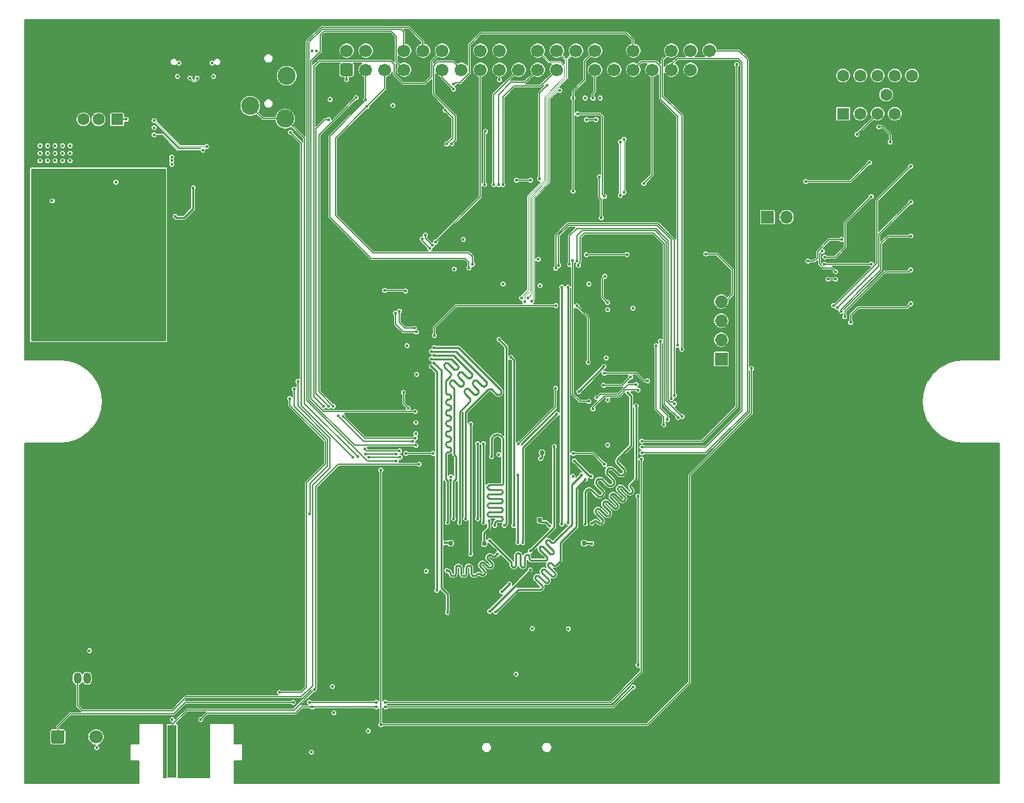
<source format=gbl>
%TF.GenerationSoftware,KiCad,Pcbnew,5.1.8*%
%TF.CreationDate,2020-12-29T13:57:53+01:00*%
%TF.ProjectId,CMM2-JLC,434d4d32-2d4a-44c4-932e-6b696361645f,E*%
%TF.SameCoordinates,Original*%
%TF.FileFunction,Copper,L4,Bot*%
%TF.FilePolarity,Positive*%
%FSLAX46Y46*%
G04 Gerber Fmt 4.6, Leading zero omitted, Abs format (unit mm)*
G04 Created by KiCad (PCBNEW 5.1.8) date 2020-12-29 13:57:53*
%MOMM*%
%LPD*%
G01*
G04 APERTURE LIST*
%TA.AperFunction,SMDPad,CuDef*%
%ADD10R,1.270000X7.000000*%
%TD*%
%TA.AperFunction,ComponentPad*%
%ADD11C,1.600000*%
%TD*%
%TA.AperFunction,ComponentPad*%
%ADD12C,4.000000*%
%TD*%
%TA.AperFunction,ComponentPad*%
%ADD13R,1.600000X1.600000*%
%TD*%
%TA.AperFunction,ComponentPad*%
%ADD14O,0.900000X1.700000*%
%TD*%
%TA.AperFunction,ComponentPad*%
%ADD15O,0.900000X2.000000*%
%TD*%
%TA.AperFunction,ComponentPad*%
%ADD16C,1.700000*%
%TD*%
%TA.AperFunction,ComponentPad*%
%ADD17C,1.800000*%
%TD*%
%TA.AperFunction,ComponentPad*%
%ADD18R,1.050000X1.500000*%
%TD*%
%TA.AperFunction,ComponentPad*%
%ADD19O,1.050000X1.500000*%
%TD*%
%TA.AperFunction,ComponentPad*%
%ADD20O,1.700000X1.700000*%
%TD*%
%TA.AperFunction,ComponentPad*%
%ADD21R,1.700000X1.700000*%
%TD*%
%TA.AperFunction,ComponentPad*%
%ADD22R,1.600000X1.500000*%
%TD*%
%TA.AperFunction,ComponentPad*%
%ADD23C,3.000000*%
%TD*%
%TA.AperFunction,ComponentPad*%
%ADD24C,2.400000*%
%TD*%
%TA.AperFunction,ViaPad*%
%ADD25C,0.450000*%
%TD*%
%TA.AperFunction,Conductor*%
%ADD26C,0.127000*%
%TD*%
%TA.AperFunction,Conductor*%
%ADD27C,0.289474*%
%TD*%
%TA.AperFunction,Conductor*%
%ADD28C,0.250000*%
%TD*%
%TA.AperFunction,Conductor*%
%ADD29C,0.289000*%
%TD*%
%TA.AperFunction,Conductor*%
%ADD30C,0.090000*%
%TD*%
%TA.AperFunction,Conductor*%
%ADD31C,0.254000*%
%TD*%
%TA.AperFunction,Conductor*%
%ADD32C,0.100000*%
%TD*%
G04 APERTURE END LIST*
D10*
%TO.P,J1,4*%
%TO.N,/NUNCHUCK_SCL*%
X39800000Y-117500000D03*
%TO.P,J1,6*%
%TO.N,GND*%
X43600000Y-117500000D03*
%TD*%
D11*
%TO.P,J2,8*%
%TO.N,GND*%
X132435000Y-30210000D03*
%TO.P,J2,13*%
%TO.N,/PI10*%
X133580000Y-27670000D03*
%TO.P,J2,14*%
%TO.N,/PI9*%
X135870000Y-27670000D03*
%TO.P,J2,15*%
%TO.N,Net-(J2-Pad15)*%
X138160000Y-27670000D03*
%TO.P,J2,9*%
%TO.N,Net-(J2-Pad9)*%
X134725000Y-30210000D03*
D12*
%TO.P,J2,0*%
%TO.N,GND*%
X145815000Y-30210000D03*
X120815000Y-30210000D03*
D11*
%TO.P,J2,10*%
X137015000Y-30210000D03*
%TO.P,J2,11*%
%TO.N,Net-(J2-Pad11)*%
X129000000Y-27670000D03*
%TO.P,J2,12*%
%TO.N,Net-(J2-Pad12)*%
X131290000Y-27670000D03*
%TO.P,J2,4*%
%TO.N,Net-(J2-Pad4)*%
X135870000Y-32750000D03*
%TO.P,J2,3*%
%TO.N,/VGA_BLUE*%
X133580000Y-32750000D03*
%TO.P,J2,2*%
%TO.N,/VGA_GREEN*%
X131290000Y-32750000D03*
%TO.P,J2,7*%
%TO.N,GND*%
X130145000Y-30210000D03*
D13*
%TO.P,J2,1*%
%TO.N,/VGA_RED*%
X129000000Y-32750000D03*
D11*
%TO.P,J2,6*%
%TO.N,GND*%
X127855000Y-30210000D03*
%TO.P,J2,5*%
X138160000Y-32750000D03*
%TD*%
D14*
%TO.P,J4,S1*%
%TO.N,GND*%
X38580000Y-22160000D03*
X47220000Y-22160000D03*
D15*
X38580000Y-26330000D03*
X47220000Y-26330000D03*
%TD*%
D16*
%TO.P,J3,40*%
%TO.N,/PB13*%
X111260000Y-24360000D03*
%TO.P,J3,38*%
%TO.N,/PB15*%
X108720000Y-24360000D03*
%TO.P,J3,36*%
%TO.N,/PC6*%
X106180000Y-24360000D03*
%TO.P,J3,34*%
%TO.N,GND*%
X103640000Y-24360000D03*
%TO.P,J3,32*%
%TO.N,/PI8*%
X101100000Y-24360000D03*
%TO.P,J3,30*%
%TO.N,GND*%
X98560000Y-24360000D03*
%TO.P,J3,28*%
%TO.N,/I2C2_SCL*%
X96020000Y-24360000D03*
%TO.P,J3,26*%
%TO.N,/PC5*%
X93480000Y-24360000D03*
%TO.P,J3,24*%
%TO.N,/PC4*%
X90940000Y-24360000D03*
%TO.P,J3,22*%
%TO.N,/PA7*%
X88400000Y-24360000D03*
%TO.P,J3,20*%
%TO.N,GND*%
X85860000Y-24360000D03*
%TO.P,J3,18*%
%TO.N,/PA15*%
X83320000Y-24360000D03*
%TO.P,J3,16*%
%TO.N,/PA0*%
X80780000Y-24360000D03*
%TO.P,J3,14*%
%TO.N,GND*%
X78240000Y-24360000D03*
%TO.P,J3,12*%
%TO.N,/PA6*%
X75700000Y-24360000D03*
%TO.P,J3,10*%
%TO.N,/PA3*%
X73160000Y-24360000D03*
%TO.P,J3,8*%
%TO.N,/PA2*%
X70620000Y-24360000D03*
%TO.P,J3,6*%
%TO.N,GND*%
X68080000Y-24360000D03*
%TO.P,J3,4*%
%TO.N,+5V*%
X65540000Y-24360000D03*
%TO.P,J3,2*%
X63000000Y-24360000D03*
%TO.P,J3,39*%
%TO.N,GND*%
X111260000Y-26900000D03*
%TO.P,J3,37*%
%TO.N,/PA1*%
X108720000Y-26900000D03*
%TO.P,J3,35*%
%TO.N,/PB14*%
X106180000Y-26900000D03*
%TO.P,J3,33*%
%TO.N,/PI3*%
X103640000Y-26900000D03*
%TO.P,J3,31*%
%TO.N,/PC7*%
X101100000Y-26900000D03*
%TO.P,J3,29*%
%TO.N,/PB0*%
X98560000Y-26900000D03*
%TO.P,J3,27*%
%TO.N,/I2C2_SDA*%
X96020000Y-26900000D03*
%TO.P,J3,25*%
%TO.N,GND*%
X93480000Y-26900000D03*
%TO.P,J3,23*%
%TO.N,/PB3*%
X90940000Y-26900000D03*
%TO.P,J3,21*%
%TO.N,/PB4*%
X88400000Y-26900000D03*
%TO.P,J3,19*%
%TO.N,/PB5*%
X85860000Y-26900000D03*
%TO.P,J3,17*%
%TO.N,+3V3*%
X83320000Y-26900000D03*
%TO.P,J3,15*%
%TO.N,/PC3*%
X80780000Y-26900000D03*
%TO.P,J3,13*%
%TO.N,/PC2*%
X78240000Y-26900000D03*
%TO.P,J3,11*%
%TO.N,/PH14*%
X75700000Y-26900000D03*
%TO.P,J3,9*%
%TO.N,GND*%
X73160000Y-26900000D03*
%TO.P,J3,7*%
%TO.N,/PC1*%
X70620000Y-26900000D03*
%TO.P,J3,5*%
%TO.N,/I2C1_SCL*%
X68080000Y-26900000D03*
%TO.P,J3,3*%
%TO.N,/I2C1_SDA*%
X65540000Y-26900000D03*
%TO.P,J3,1*%
%TO.N,+3V3*%
%TA.AperFunction,ComponentPad*%
G36*
G01*
X63600000Y-27750000D02*
X62400000Y-27750000D01*
G75*
G02*
X62150000Y-27500000I0J250000D01*
G01*
X62150000Y-26300000D01*
G75*
G02*
X62400000Y-26050000I250000J0D01*
G01*
X63600000Y-26050000D01*
G75*
G02*
X63850000Y-26300000I0J-250000D01*
G01*
X63850000Y-27500000D01*
G75*
G02*
X63600000Y-27750000I-250000J0D01*
G01*
G37*
%TD.AperFunction*%
%TD*%
%TO.P,C31,2*%
%TO.N,GND*%
%TA.AperFunction,SMDPad,CuDef*%
G36*
G01*
X88306000Y-77653100D02*
X88306000Y-77998100D01*
G75*
G02*
X88158500Y-78145600I-147500J0D01*
G01*
X87863500Y-78145600D01*
G75*
G02*
X87716000Y-77998100I0J147500D01*
G01*
X87716000Y-77653100D01*
G75*
G02*
X87863500Y-77505600I147500J0D01*
G01*
X88158500Y-77505600D01*
G75*
G02*
X88306000Y-77653100I0J-147500D01*
G01*
G37*
%TD.AperFunction*%
%TO.P,C31,1*%
%TO.N,+3V3*%
%TA.AperFunction,SMDPad,CuDef*%
G36*
G01*
X89276000Y-77653100D02*
X89276000Y-77998100D01*
G75*
G02*
X89128500Y-78145600I-147500J0D01*
G01*
X88833500Y-78145600D01*
G75*
G02*
X88686000Y-77998100I0J147500D01*
G01*
X88686000Y-77653100D01*
G75*
G02*
X88833500Y-77505600I147500J0D01*
G01*
X89128500Y-77505600D01*
G75*
G02*
X89276000Y-77653100I0J-147500D01*
G01*
G37*
%TD.AperFunction*%
%TD*%
D17*
%TO.P,U7,3*%
%TO.N,+3V3*%
X29680000Y-115600000D03*
%TO.P,U7,2*%
%TO.N,GND*%
X27140000Y-115600000D03*
%TO.P,U7,1*%
%TO.N,/PB12*%
%TA.AperFunction,ComponentPad*%
G36*
G01*
X23700000Y-116251600D02*
X23700000Y-114948400D01*
G75*
G02*
X23948400Y-114700000I248400J0D01*
G01*
X25251600Y-114700000D01*
G75*
G02*
X25500000Y-114948400I0J-248400D01*
G01*
X25500000Y-116251600D01*
G75*
G02*
X25251600Y-116500000I-248400J0D01*
G01*
X23948400Y-116500000D01*
G75*
G02*
X23700000Y-116251600I0J248400D01*
G01*
G37*
%TD.AperFunction*%
%TD*%
D18*
%TO.P,U5,1*%
%TO.N,GND*%
X25930000Y-107800000D03*
D19*
%TO.P,U5,3*%
%TO.N,+3V3*%
X28470000Y-107800000D03*
%TO.P,U5,2*%
%TO.N,/PE2*%
X27200000Y-107800000D03*
%TD*%
D20*
%TO.P,J9,3*%
%TO.N,GND*%
X124030000Y-46500000D03*
%TO.P,J9,2*%
%TO.N,Net-(J9-Pad2)*%
X121490000Y-46500000D03*
D21*
%TO.P,J9,1*%
%TO.N,+3V3*%
X118950000Y-46500000D03*
%TD*%
D20*
%TO.P,J7,5*%
%TO.N,GND*%
X112800000Y-55190000D03*
%TO.P,J7,4*%
%TO.N,/PA14*%
X112800000Y-57730000D03*
%TO.P,J7,3*%
%TO.N,/PA13*%
X112800000Y-60270000D03*
%TO.P,J7,2*%
%TO.N,/RESET*%
X112800000Y-62810000D03*
D21*
%TO.P,J7,1*%
%TO.N,+3V3*%
X112800000Y-65350000D03*
%TD*%
D11*
%TO.P,J6,4*%
%TO.N,GND*%
X25500000Y-33500000D03*
%TO.P,J6,3*%
%TO.N,/USB_HOST_D+*%
X28000000Y-33500000D03*
%TO.P,J6,2*%
%TO.N,/USB_HOST_D-*%
X30000000Y-33500000D03*
D22*
%TO.P,J6,1*%
%TO.N,+5V*%
X32500000Y-33500000D03*
D23*
%TO.P,J6,5*%
%TO.N,GND*%
X22430000Y-30790000D03*
X35570000Y-30790000D03*
%TD*%
D24*
%TO.P,J5,S*%
%TO.N,GND*%
X55020000Y-24100000D03*
%TO.P,J5,SN*%
X50180000Y-25000000D03*
%TO.P,J5,R*%
%TO.N,/PA5*%
X55020000Y-27700000D03*
%TO.P,J5,TN*%
%TO.N,/PA4*%
X54820000Y-33400000D03*
%TO.P,J5,T*%
X50180000Y-31700000D03*
%TD*%
%TO.P,C23,2*%
%TO.N,GND*%
%TA.AperFunction,SMDPad,CuDef*%
G36*
G01*
X77507600Y-90025000D02*
X77507600Y-89680000D01*
G75*
G02*
X77655100Y-89532500I147500J0D01*
G01*
X77950100Y-89532500D01*
G75*
G02*
X78097600Y-89680000I0J-147500D01*
G01*
X78097600Y-90025000D01*
G75*
G02*
X77950100Y-90172500I-147500J0D01*
G01*
X77655100Y-90172500D01*
G75*
G02*
X77507600Y-90025000I0J147500D01*
G01*
G37*
%TD.AperFunction*%
%TO.P,C23,1*%
%TO.N,+3V3*%
%TA.AperFunction,SMDPad,CuDef*%
G36*
G01*
X76537600Y-90025000D02*
X76537600Y-89680000D01*
G75*
G02*
X76685100Y-89532500I147500J0D01*
G01*
X76980100Y-89532500D01*
G75*
G02*
X77127600Y-89680000I0J-147500D01*
G01*
X77127600Y-90025000D01*
G75*
G02*
X76980100Y-90172500I-147500J0D01*
G01*
X76685100Y-90172500D01*
G75*
G02*
X76537600Y-90025000I0J147500D01*
G01*
G37*
%TD.AperFunction*%
%TD*%
%TO.P,C22,2*%
%TO.N,GND*%
%TA.AperFunction,SMDPad,CuDef*%
G36*
G01*
X80607400Y-89718100D02*
X80607400Y-90063100D01*
G75*
G02*
X80459900Y-90210600I-147500J0D01*
G01*
X80164900Y-90210600D01*
G75*
G02*
X80017400Y-90063100I0J147500D01*
G01*
X80017400Y-89718100D01*
G75*
G02*
X80164900Y-89570600I147500J0D01*
G01*
X80459900Y-89570600D01*
G75*
G02*
X80607400Y-89718100I0J-147500D01*
G01*
G37*
%TD.AperFunction*%
%TO.P,C22,1*%
%TO.N,+3V3*%
%TA.AperFunction,SMDPad,CuDef*%
G36*
G01*
X81577400Y-89718100D02*
X81577400Y-90063100D01*
G75*
G02*
X81429900Y-90210600I-147500J0D01*
G01*
X81134900Y-90210600D01*
G75*
G02*
X80987400Y-90063100I0J147500D01*
G01*
X80987400Y-89718100D01*
G75*
G02*
X81134900Y-89570600I147500J0D01*
G01*
X81429900Y-89570600D01*
G75*
G02*
X81577400Y-89718100I0J-147500D01*
G01*
G37*
%TD.AperFunction*%
%TD*%
%TO.P,C5,2*%
%TO.N,GND*%
%TA.AperFunction,SMDPad,CuDef*%
G36*
G01*
X87975800Y-86606600D02*
X87975800Y-86951600D01*
G75*
G02*
X87828300Y-87099100I-147500J0D01*
G01*
X87533300Y-87099100D01*
G75*
G02*
X87385800Y-86951600I0J147500D01*
G01*
X87385800Y-86606600D01*
G75*
G02*
X87533300Y-86459100I147500J0D01*
G01*
X87828300Y-86459100D01*
G75*
G02*
X87975800Y-86606600I0J-147500D01*
G01*
G37*
%TD.AperFunction*%
%TO.P,C5,1*%
%TO.N,+3V3*%
%TA.AperFunction,SMDPad,CuDef*%
G36*
G01*
X88945800Y-86606600D02*
X88945800Y-86951600D01*
G75*
G02*
X88798300Y-87099100I-147500J0D01*
G01*
X88503300Y-87099100D01*
G75*
G02*
X88355800Y-86951600I0J147500D01*
G01*
X88355800Y-86606600D01*
G75*
G02*
X88503300Y-86459100I147500J0D01*
G01*
X88798300Y-86459100D01*
G75*
G02*
X88945800Y-86606600I0J-147500D01*
G01*
G37*
%TD.AperFunction*%
%TD*%
%TO.P,C4,2*%
%TO.N,GND*%
%TA.AperFunction,SMDPad,CuDef*%
G36*
G01*
X93878900Y-89680000D02*
X93878900Y-90025000D01*
G75*
G02*
X93731400Y-90172500I-147500J0D01*
G01*
X93436400Y-90172500D01*
G75*
G02*
X93288900Y-90025000I0J147500D01*
G01*
X93288900Y-89680000D01*
G75*
G02*
X93436400Y-89532500I147500J0D01*
G01*
X93731400Y-89532500D01*
G75*
G02*
X93878900Y-89680000I0J-147500D01*
G01*
G37*
%TD.AperFunction*%
%TO.P,C4,1*%
%TO.N,+3V3*%
%TA.AperFunction,SMDPad,CuDef*%
G36*
G01*
X94848900Y-89680000D02*
X94848900Y-90025000D01*
G75*
G02*
X94701400Y-90172500I-147500J0D01*
G01*
X94406400Y-90172500D01*
G75*
G02*
X94258900Y-90025000I0J147500D01*
G01*
X94258900Y-89680000D01*
G75*
G02*
X94406400Y-89532500I147500J0D01*
G01*
X94701400Y-89532500D01*
G75*
G02*
X94848900Y-89680000I0J-147500D01*
G01*
G37*
%TD.AperFunction*%
%TD*%
D25*
%TO.N,GND*%
X20500000Y-63500000D03*
X20500000Y-92500000D03*
X20500000Y-90500000D03*
X20500000Y-25500000D03*
X20500000Y-23500000D03*
X20500000Y-21500000D03*
X20500000Y-110500000D03*
X20500000Y-116500000D03*
X20500000Y-100500000D03*
X20500000Y-98500000D03*
X20500000Y-55500000D03*
X20500000Y-53500000D03*
X20500000Y-51500000D03*
X20500000Y-120500000D03*
X20500000Y-108500000D03*
X20500000Y-31500000D03*
X20500000Y-29500000D03*
X20500000Y-27500000D03*
X20500000Y-96500000D03*
X20500000Y-94500000D03*
X20500000Y-104500000D03*
X20500000Y-37500000D03*
X20500000Y-35500000D03*
X20500000Y-33500000D03*
X20500000Y-106500000D03*
X20500000Y-88500000D03*
X20500000Y-86500000D03*
X20500000Y-118500000D03*
X20500000Y-112500000D03*
X20500000Y-49500000D03*
X20500000Y-47500000D03*
X20500000Y-45500000D03*
X20500000Y-61500000D03*
X20500000Y-59500000D03*
X20500000Y-57500000D03*
X20500000Y-80500000D03*
X20500000Y-78500000D03*
X20500000Y-114500000D03*
X20500000Y-102500000D03*
X20500000Y-84500000D03*
X20500000Y-82500000D03*
X20500000Y-43500000D03*
X20500000Y-41500000D03*
X20500000Y-39500000D03*
X145000000Y-65300000D03*
X140063655Y-73850000D03*
X143050485Y-65643752D03*
X141336111Y-66633547D03*
X143050485Y-76356248D03*
X139386596Y-70010205D03*
X141336111Y-75366453D03*
X140063655Y-68150000D03*
X144000000Y-65400000D03*
X149000000Y-65300000D03*
X147000000Y-65300000D03*
X146000000Y-65300000D03*
X149000000Y-76700000D03*
X147000000Y-76700000D03*
X146000000Y-76700000D03*
X144000000Y-76600000D03*
X148000000Y-65300000D03*
X145000000Y-76700000D03*
X148000000Y-76700000D03*
X139386596Y-71989795D03*
X145000000Y-65300000D03*
X21000000Y-76700000D03*
X23000000Y-76700000D03*
X24000000Y-76700000D03*
X25000000Y-76700000D03*
X22000000Y-76700000D03*
X46250000Y-44750000D03*
X43750000Y-44750000D03*
X43750000Y-47250000D03*
X46250000Y-47250000D03*
X39624000Y-34607500D03*
X75600000Y-101100000D03*
X72200000Y-74377003D03*
X88200000Y-78600000D03*
X72300000Y-66800000D03*
X84261602Y-55746201D03*
X89300000Y-55600000D03*
X95800000Y-55400000D03*
X97700000Y-59377003D03*
X97700000Y-71377003D03*
X97700000Y-77377003D03*
X49588800Y-26505000D03*
X56142000Y-23101400D03*
X68072000Y-23088600D03*
X78240000Y-23131400D03*
X85852000Y-23088600D03*
X98560000Y-23131400D03*
X103632000Y-23012400D03*
X111277400Y-28219400D03*
X73202800Y-28321000D03*
X52600000Y-24100000D03*
X35570000Y-28730000D03*
X33710000Y-30790000D03*
X23950000Y-31950000D03*
X24350000Y-32350000D03*
X24700000Y-32700000D03*
X23800000Y-44300000D03*
X32300000Y-41800000D03*
X46100000Y-27800000D03*
X76825000Y-78650000D03*
X92400000Y-89850000D03*
X83225000Y-78625000D03*
X133000000Y-36500000D03*
X138250000Y-37500000D03*
X143250000Y-38250000D03*
X139250000Y-33750000D03*
X131250000Y-59500000D03*
X136250000Y-65250000D03*
X141750000Y-61750000D03*
X63777000Y-70573000D03*
X64800000Y-60700000D03*
X21500000Y-121500000D03*
X23500000Y-121500000D03*
X25500000Y-121500000D03*
X27500000Y-121500000D03*
X29500000Y-121500000D03*
X31500000Y-121500000D03*
X33500000Y-121500000D03*
X49500000Y-121500000D03*
X51500000Y-121500000D03*
X53500000Y-121500000D03*
X55500000Y-121500000D03*
X57500000Y-121500000D03*
X59500000Y-121500000D03*
X61500000Y-121500000D03*
X63500000Y-121500000D03*
X65500000Y-121500000D03*
X67500000Y-121500000D03*
X69500000Y-121500000D03*
X71500000Y-121500000D03*
X73500000Y-121500000D03*
X75500000Y-121500000D03*
X77500000Y-121500000D03*
X79500000Y-121500000D03*
X81500000Y-121500000D03*
X83500000Y-121500000D03*
X85500000Y-121500000D03*
X87500000Y-121500000D03*
X89500000Y-121500000D03*
X91500000Y-121500000D03*
X94500000Y-121500000D03*
X96500000Y-121500000D03*
X98500000Y-121500000D03*
X100500000Y-121500000D03*
X102500000Y-121500000D03*
X104500000Y-121500000D03*
X106500000Y-121500000D03*
X108500000Y-121500000D03*
X110500000Y-121500000D03*
X112500000Y-121500000D03*
X114500000Y-121500000D03*
X116500000Y-121500000D03*
X118500000Y-121500000D03*
X120500000Y-121500000D03*
X122500000Y-121500000D03*
X124500000Y-121500000D03*
X126500000Y-121500000D03*
X128500000Y-121500000D03*
X130500000Y-121500000D03*
X132500000Y-121500000D03*
X134500000Y-121500000D03*
X136500000Y-121500000D03*
X138500000Y-121500000D03*
X140500000Y-121500000D03*
X142500000Y-121500000D03*
X144500000Y-121500000D03*
X146500000Y-121500000D03*
X148500000Y-121500000D03*
X23914100Y-89395300D03*
X24993600Y-107823000D03*
X27190700Y-116954300D03*
X50457100Y-119926100D03*
X60261500Y-119849900D03*
X70281800Y-114820700D03*
X78816200Y-108153200D03*
X83286600Y-107213400D03*
X94667000Y-101220200D03*
X89801700Y-101193600D03*
X86067900Y-101244400D03*
X87600000Y-88550000D03*
X80312400Y-89890600D03*
X78524100Y-89865200D03*
X101066600Y-59588400D03*
X89484200Y-52108100D03*
X71043800Y-62661800D03*
X81991200Y-81534000D03*
X100013350Y-78688350D03*
X78333600Y-52666900D03*
X93400000Y-108200000D03*
X94400000Y-118300000D03*
X78800000Y-118200000D03*
X41148000Y-30403800D03*
X44170600Y-30403800D03*
X45500000Y-42750000D03*
X40715000Y-44485000D03*
X41200000Y-41000000D03*
X97477292Y-65819651D03*
X25000000Y-65300000D03*
X26949515Y-65643752D03*
X28663889Y-66633547D03*
X29936345Y-68150000D03*
X30613404Y-70010205D03*
X30613404Y-71989795D03*
X29936345Y-73850000D03*
X28663889Y-75366453D03*
X26949515Y-76356248D03*
X25000000Y-76700000D03*
X21000000Y-65300000D03*
X22000000Y-65300000D03*
X23000000Y-65300000D03*
X24000000Y-65300000D03*
X26000000Y-76600000D03*
X26000000Y-65400000D03*
X78800000Y-59900000D03*
X79700000Y-73400000D03*
X82050000Y-69950000D03*
X81200000Y-74075000D03*
X81725000Y-77600000D03*
X83725000Y-75100000D03*
X85725000Y-76075000D03*
X86925000Y-77375000D03*
X83825000Y-89700000D03*
X82150000Y-90370000D03*
X87900000Y-92700000D03*
X89200000Y-92700000D03*
X88100000Y-95400000D03*
X86200000Y-95500000D03*
X86025000Y-96525000D03*
X90000000Y-98900000D03*
X91500000Y-95600000D03*
X96400000Y-99100000D03*
X100000000Y-67800000D03*
X101000000Y-68300000D03*
X95675000Y-69850000D03*
X97225000Y-78725000D03*
X95325000Y-78650000D03*
X93575000Y-78375000D03*
X99350000Y-81550000D03*
X67975000Y-113550000D03*
X67975000Y-112200000D03*
X102225000Y-107525000D03*
X105750000Y-107775000D03*
X109000000Y-108550000D03*
X103225000Y-114350000D03*
X67975000Y-80525000D03*
X67100000Y-80525000D03*
X67975000Y-75125000D03*
X67150000Y-74775000D03*
X63100000Y-72800000D03*
X72125000Y-73050000D03*
X71800000Y-71800000D03*
X71150000Y-69900000D03*
X69950000Y-69900000D03*
X72200000Y-68125000D03*
X72175000Y-69900000D03*
X74450000Y-70850000D03*
X79325000Y-72650000D03*
X85850000Y-67300000D03*
X83800000Y-62525000D03*
X77725000Y-55550000D03*
X75400000Y-55550000D03*
X74450000Y-74325000D03*
X74450000Y-77325000D03*
X77750000Y-63350000D03*
X76025000Y-63350000D03*
X91075000Y-58775000D03*
X88200000Y-57825000D03*
X91050000Y-55550000D03*
X92600000Y-48175000D03*
X94700000Y-49125000D03*
X96000000Y-51075000D03*
X103625000Y-49025000D03*
X104825000Y-50225000D03*
X104825000Y-53775000D03*
X102800000Y-60700000D03*
X104800000Y-62400000D03*
X107025000Y-65050000D03*
X110475000Y-78275000D03*
X101775000Y-81750000D03*
X101300000Y-95425000D03*
X101300000Y-105625000D03*
X101300000Y-103650000D03*
X27225000Y-112100000D03*
X97550000Y-61750000D03*
X97550000Y-60450000D03*
X85700000Y-65050000D03*
X74425000Y-79775000D03*
X74350000Y-82400000D03*
X77450000Y-94700000D03*
X77475000Y-97900000D03*
X75450000Y-97400000D03*
X73914000Y-95886000D03*
X61875000Y-81650000D03*
X63200000Y-81100000D03*
X46675000Y-64550000D03*
X45200000Y-64875000D03*
X45800000Y-51400000D03*
X48250000Y-51750000D03*
X42250000Y-35950000D03*
X43550000Y-35375000D03*
X67100000Y-103600000D03*
X66425000Y-104925000D03*
X63225000Y-99725000D03*
X61925000Y-100375000D03*
X70950000Y-90800000D03*
X70975000Y-85825000D03*
X91150000Y-93250000D03*
X125325000Y-53675000D03*
X125125000Y-51325000D03*
X125800000Y-50175000D03*
X127675000Y-49000000D03*
X128800000Y-48825000D03*
X129300000Y-46550000D03*
X130675000Y-46475000D03*
X136325000Y-51225000D03*
X132450000Y-50975000D03*
X128125000Y-50300000D03*
X129300000Y-52325000D03*
X133325000Y-41250000D03*
X138000000Y-42000000D03*
X68950000Y-58325000D03*
X72650000Y-49900000D03*
X86625000Y-39950000D03*
X85800000Y-42175000D03*
X83200000Y-43400000D03*
X83200000Y-51525000D03*
X85800000Y-53275000D03*
X88300000Y-44075000D03*
X87200000Y-43050000D03*
X90375000Y-41300000D03*
X93600000Y-42050000D03*
X94350000Y-34025000D03*
X96575000Y-34025000D03*
X93525000Y-35125000D03*
X104200000Y-28025000D03*
X123025000Y-35025000D03*
X124000000Y-35025000D03*
X122875000Y-37600000D03*
X130450000Y-34950000D03*
X131750000Y-33875000D03*
X137550000Y-35475000D03*
X22500000Y-20500000D03*
X24500000Y-20500000D03*
X26500000Y-20500000D03*
X28500000Y-20500000D03*
X30500000Y-20500000D03*
X32500000Y-20500000D03*
X34500000Y-20500000D03*
X36500000Y-20500000D03*
X38500000Y-20500000D03*
X40500000Y-20500000D03*
X42500000Y-20500000D03*
X44500000Y-20500000D03*
X46500000Y-20500000D03*
X48500000Y-20500000D03*
X50500000Y-20500000D03*
X52500000Y-20500000D03*
X54500000Y-20500000D03*
X56500000Y-20500000D03*
X58500000Y-20500000D03*
X60500000Y-20500000D03*
X62500000Y-20500000D03*
X64500000Y-20500000D03*
X66500000Y-20500000D03*
X68500000Y-20500000D03*
X70500000Y-20500000D03*
X72500000Y-20500000D03*
X74500000Y-20500000D03*
X76500000Y-20500000D03*
X78500000Y-20500000D03*
X80500000Y-20500000D03*
X82500000Y-20500000D03*
X84500000Y-20500000D03*
X86500000Y-20500000D03*
X88500000Y-20500000D03*
X90500000Y-20500000D03*
X92500000Y-20500000D03*
X94500000Y-20500000D03*
X96500000Y-20500000D03*
X98500000Y-20500000D03*
X100500000Y-20500000D03*
X102500000Y-20500000D03*
X104500000Y-20500000D03*
X106500000Y-20500000D03*
X108500000Y-20500000D03*
X110500000Y-20500000D03*
X112500000Y-20500000D03*
X114500000Y-20500000D03*
X116500000Y-20500000D03*
X118500000Y-20500000D03*
X120500000Y-20500000D03*
X122500000Y-20500000D03*
X124500000Y-20500000D03*
X126500000Y-20500000D03*
X128500000Y-20500000D03*
X130500000Y-20500000D03*
X132500000Y-20500000D03*
X134500000Y-20500000D03*
X136500000Y-20500000D03*
X138500000Y-20500000D03*
X140500000Y-20500000D03*
X142500000Y-20500000D03*
X144500000Y-20500000D03*
X146500000Y-20500000D03*
X148500000Y-20500000D03*
X149500000Y-21500000D03*
X149500000Y-23500000D03*
X149500000Y-25500000D03*
X149500000Y-27500000D03*
X149500000Y-29500000D03*
X149500000Y-31500000D03*
X149500000Y-33500000D03*
X149500000Y-35500000D03*
X149500000Y-37500000D03*
X149500000Y-39500000D03*
X149500000Y-41500000D03*
X149500000Y-43500000D03*
X149500000Y-45500000D03*
X149500000Y-47500000D03*
X149500000Y-49500000D03*
X149500000Y-51500000D03*
X149500000Y-53500000D03*
X149500000Y-55500000D03*
X149500000Y-57500000D03*
X149500000Y-59500000D03*
X149500000Y-61500000D03*
X149500000Y-63500000D03*
X149500000Y-78500000D03*
X149500000Y-80500000D03*
X149500000Y-82500000D03*
X149500000Y-84500000D03*
X149500000Y-86500000D03*
X149500000Y-88500000D03*
X149500000Y-90500000D03*
X149500000Y-92500000D03*
X149500000Y-94500000D03*
X149500000Y-96500000D03*
X149500000Y-98500000D03*
X149500000Y-100500000D03*
X149500000Y-102500000D03*
X149500000Y-104500000D03*
X149500000Y-106500000D03*
X149500000Y-108500000D03*
X149500000Y-110500000D03*
X149500000Y-112500000D03*
X149500000Y-114500000D03*
X149500000Y-116500000D03*
X149500000Y-118500000D03*
X149500000Y-120500000D03*
X100000000Y-63700000D03*
X103500000Y-63700000D03*
X100000000Y-62800000D03*
X97500000Y-64550000D03*
X95500000Y-67250000D03*
X93500000Y-67250000D03*
X93550000Y-59000000D03*
X94650000Y-60000000D03*
X91100000Y-74450000D03*
X90050000Y-74250000D03*
X91100000Y-78650000D03*
X88150000Y-91550000D03*
X85800000Y-93350000D03*
X81800000Y-94500000D03*
X81700000Y-98150000D03*
X83100000Y-96850000D03*
X92400000Y-98850000D03*
X93400000Y-96800000D03*
X87600000Y-98900000D03*
X87850000Y-97200000D03*
X95900000Y-97950000D03*
X82700000Y-62200000D03*
X79300000Y-55550000D03*
X82700000Y-55550000D03*
X79300000Y-58800000D03*
X75650000Y-36700000D03*
X82100000Y-35200000D03*
X47300000Y-36700000D03*
X46700000Y-35350000D03*
X45350000Y-36650000D03*
X46000000Y-37950000D03*
X41050000Y-36650000D03*
X40400000Y-37950000D03*
X59750000Y-67150000D03*
X56500000Y-67700000D03*
X59750000Y-36700000D03*
X56450000Y-36800000D03*
X64350000Y-26200000D03*
X59550000Y-26200000D03*
X59100000Y-33850000D03*
X107450000Y-26000000D03*
X110000000Y-26000000D03*
X114350000Y-51350000D03*
X116700000Y-51350000D03*
X114400000Y-57300000D03*
X116700000Y-53700000D03*
X113850000Y-53700000D03*
X108000000Y-51000000D03*
X108000000Y-53700000D03*
X106550000Y-48850000D03*
X91850000Y-47250000D03*
X68000000Y-110350000D03*
X67100000Y-110350000D03*
X67100000Y-112200000D03*
X57200000Y-112100000D03*
X55600000Y-111550000D03*
X41700000Y-111500000D03*
X39650000Y-111600000D03*
X28000000Y-111650000D03*
X26400000Y-113000000D03*
X100400000Y-36500000D03*
X121750000Y-36350000D03*
X71100000Y-21750000D03*
X75100000Y-28050000D03*
X74100000Y-28800000D03*
X87400000Y-28600000D03*
X85350000Y-28100000D03*
X97950000Y-110550000D03*
X101650000Y-111800000D03*
X88200000Y-110500000D03*
X87150000Y-110500000D03*
X86150000Y-110500000D03*
X84850000Y-110500000D03*
X83950000Y-110500000D03*
X82650000Y-110500000D03*
X81650000Y-110500000D03*
X81700000Y-112050000D03*
X83200000Y-113550000D03*
X92250000Y-114425000D03*
X78450000Y-39950000D03*
X77200000Y-41200000D03*
X77175000Y-50800000D03*
X66700000Y-50800000D03*
X66000000Y-52400000D03*
X62000000Y-46000000D03*
X60300000Y-46700000D03*
X62900000Y-35300000D03*
X60500000Y-35200000D03*
X62000000Y-36700000D03*
X88500000Y-81700000D03*
X88875000Y-68875000D03*
X88050000Y-67250000D03*
X131800000Y-26550000D03*
X127600000Y-26550000D03*
X124025000Y-30925000D03*
X127600000Y-28475000D03*
X134700000Y-28100000D03*
X133125000Y-26575000D03*
X132250000Y-25700000D03*
X127150000Y-25725000D03*
X46250000Y-113500000D03*
X37000000Y-113500000D03*
%TO.N,+3V3*%
X72200000Y-73800000D03*
X72200000Y-75300000D03*
X88777003Y-78600000D03*
X72300000Y-67400000D03*
X77300000Y-53400000D03*
X83800000Y-55400000D03*
X88700000Y-55600000D03*
X95200000Y-55400000D03*
X97700000Y-58800000D03*
X97700000Y-70800000D03*
X97700000Y-76800000D03*
X83312000Y-28244800D03*
X62992000Y-28219400D03*
X29423199Y-43946201D03*
X30083599Y-43946201D03*
X30794799Y-43946201D03*
X31455199Y-43946201D03*
X32140999Y-43946201D03*
X32801399Y-43946201D03*
X76825000Y-81000000D03*
X76052915Y-89800000D03*
X81900000Y-86900000D03*
X95600000Y-89900000D03*
X90000000Y-87550000D03*
X28803600Y-104140000D03*
X29768800Y-117055900D03*
X58318400Y-117640100D03*
X65874900Y-114808000D03*
X85521800Y-107264200D03*
X92468700Y-101244400D03*
X87680800Y-101193600D03*
X73571100Y-93573600D03*
X101053900Y-58597800D03*
X88480900Y-52108100D03*
X71031100Y-63576200D03*
X83223080Y-78048002D03*
X93078300Y-80962500D03*
X61300000Y-112400000D03*
X61100000Y-108900000D03*
X78500000Y-49450000D03*
X69150000Y-31650000D03*
X60800000Y-30850000D03*
X94700000Y-30650000D03*
X96700000Y-30650000D03*
X21500000Y-40500000D03*
X21500000Y-41500000D03*
X21500000Y-42500000D03*
X21500000Y-43500000D03*
X21500000Y-44500000D03*
X21500000Y-45500000D03*
X21500000Y-46500000D03*
X21500000Y-47500000D03*
X21500000Y-48500000D03*
X21500000Y-49500000D03*
X21500000Y-50500000D03*
X21500000Y-51500000D03*
X21500000Y-52500000D03*
X21500000Y-53500000D03*
X21500000Y-54500000D03*
X21500000Y-55500000D03*
X21500000Y-56500000D03*
X21500000Y-57500000D03*
X21500000Y-58500000D03*
X21500000Y-59500000D03*
X21500000Y-60500000D03*
X21500000Y-61500000D03*
X21500000Y-62500000D03*
X22500000Y-62500000D03*
X23500000Y-62500000D03*
X24500000Y-62500000D03*
X25500000Y-62500000D03*
X26500000Y-62500000D03*
X27500000Y-62500000D03*
X28500000Y-62500000D03*
X29500000Y-62500000D03*
X30500000Y-62500000D03*
X31500000Y-62500000D03*
X32500000Y-62500000D03*
X33500000Y-62500000D03*
X34500000Y-62500000D03*
X35500000Y-62500000D03*
X36500000Y-62500000D03*
X37500000Y-62500000D03*
X38500000Y-62500000D03*
X38500000Y-61500000D03*
X38500000Y-60500000D03*
X38500000Y-59500000D03*
X38500000Y-58500000D03*
X38500000Y-57500000D03*
X38500000Y-56500000D03*
X38500000Y-55500000D03*
X38500000Y-54500000D03*
X38500000Y-53500000D03*
X38500000Y-52500000D03*
X38500000Y-51500000D03*
X38500000Y-50500000D03*
X38500000Y-49500000D03*
X38500000Y-48500000D03*
X38500000Y-47500000D03*
X38500000Y-46500000D03*
X38500000Y-45500000D03*
X38500000Y-44500000D03*
X38500000Y-43500000D03*
X38500000Y-42500000D03*
X38500000Y-41500000D03*
X38500000Y-40500000D03*
X22500000Y-40500000D03*
X23500000Y-40500000D03*
X24500000Y-40500000D03*
X37500000Y-40500000D03*
X36500000Y-40500000D03*
X35500000Y-40500000D03*
X34500000Y-40500000D03*
X33500000Y-40500000D03*
X32500000Y-40500000D03*
X31500000Y-40500000D03*
X30500000Y-40500000D03*
X29500000Y-40500000D03*
X28500000Y-40500000D03*
X27500000Y-40500000D03*
X28560600Y-43945200D03*
X28560600Y-44707200D03*
X97500000Y-65200000D03*
X22900000Y-46300000D03*
X24900000Y-46300000D03*
X26900000Y-46300000D03*
X28900000Y-46300000D03*
X30900000Y-46300000D03*
X32900000Y-46300000D03*
X34900000Y-46300000D03*
X36900000Y-46300000D03*
X21500000Y-47500000D03*
X22900000Y-48300000D03*
X24900000Y-48300000D03*
X26900000Y-48300000D03*
X28900000Y-48300000D03*
X30900000Y-48300000D03*
X32900000Y-48300000D03*
X34900000Y-48300000D03*
X36900000Y-48300000D03*
X21500000Y-49500000D03*
X22900000Y-50300000D03*
X24900000Y-50300000D03*
X26900000Y-50300000D03*
X28900000Y-50300000D03*
X30900000Y-50300000D03*
X32900000Y-50300000D03*
X34900000Y-50300000D03*
X36900000Y-50300000D03*
X21500000Y-51500000D03*
X22900000Y-52300000D03*
X24900000Y-52300000D03*
X26900000Y-52300000D03*
X28900000Y-52300000D03*
X30900000Y-52300000D03*
X32900000Y-52300000D03*
X34900000Y-52300000D03*
X36900000Y-52300000D03*
X21500000Y-53500000D03*
X22900000Y-54300000D03*
X24900000Y-54300000D03*
X26900000Y-54300000D03*
X28900000Y-54300000D03*
X30900000Y-54300000D03*
X32900000Y-54300000D03*
X34900000Y-54300000D03*
X36900000Y-54300000D03*
X21500000Y-55500000D03*
X22900000Y-56300000D03*
X24900000Y-56300000D03*
X26900000Y-56300000D03*
X28900000Y-56300000D03*
X30900000Y-56300000D03*
X32900000Y-56300000D03*
X34900000Y-56300000D03*
X36900000Y-56300000D03*
X21500000Y-57500000D03*
X22900000Y-58300000D03*
X24900000Y-58300000D03*
X26900000Y-58300000D03*
X28900000Y-58300000D03*
X30900000Y-58300000D03*
X32900000Y-58300000D03*
X34900000Y-58300000D03*
X36900000Y-58300000D03*
X21500000Y-59500000D03*
X22900000Y-60300000D03*
X24900000Y-60300000D03*
X26900000Y-60300000D03*
X28900000Y-60300000D03*
X30900000Y-60300000D03*
X32900000Y-60300000D03*
X34900000Y-60300000D03*
X36900000Y-60300000D03*
X39800000Y-113300000D03*
%TO.N,/NUNCHUCK_SCL*%
X72650000Y-79350000D03*
X58700000Y-109300000D03*
%TO.N,/NUNCHUCK_SDA*%
X101727000Y-83604100D03*
X66916300Y-111633000D03*
X68160900Y-111620300D03*
X93091000Y-77927200D03*
X97282000Y-79375000D03*
X101092000Y-108966000D03*
X101727000Y-106045000D03*
X58433000Y-111633000D03*
X43600000Y-113300000D03*
%TO.N,/PE1*%
X79500000Y-74025000D03*
X79500000Y-91300000D03*
%TO.N,/PE0*%
X85200000Y-87500000D03*
X84850000Y-65150000D03*
%TO.N,/PG15*%
X83940000Y-87495000D03*
X83250000Y-62750000D03*
%TO.N,/PG10*%
X128000000Y-53750000D03*
X126250000Y-51000000D03*
%TO.N,/PD3*%
X106600000Y-70200000D03*
X90784500Y-53308002D03*
%TO.N,/PD2*%
X106172000Y-70612000D03*
X91200000Y-52900000D03*
%TO.N,/PD1*%
X91600000Y-87300000D03*
X91600000Y-55800000D03*
%TO.N,/PD0*%
X92400000Y-87100000D03*
X92400000Y-55800000D03*
%TO.N,/PH15*%
X132750000Y-52750000D03*
X126508043Y-52766087D03*
%TO.N,/PH14*%
X97688400Y-57861200D03*
X97318169Y-54344150D03*
X97282000Y-43738800D03*
X93675200Y-32766000D03*
X77216000Y-29464000D03*
%TO.N,/PH13*%
X128000000Y-54750000D03*
X127000000Y-54750000D03*
%TO.N,/PG8*%
X86400000Y-89750000D03*
X84632997Y-95272734D03*
X90900000Y-72650000D03*
X93860000Y-69690000D03*
X97200000Y-66350000D03*
X83600000Y-96305731D03*
%TO.N,/PG6*%
X138000000Y-39750000D03*
X127750000Y-58250000D03*
%TO.N,/PG5*%
X80400000Y-86600000D03*
X80400000Y-76600000D03*
%TO.N,/PG4*%
X81200000Y-87100000D03*
X81200000Y-76600000D03*
%TO.N,/PG2*%
X90600000Y-77000000D03*
X82000000Y-98900000D03*
X87400000Y-90900000D03*
X87400000Y-93400000D03*
%TO.N,/PD15*%
X100400000Y-69853263D03*
X94750000Y-87265197D03*
%TO.N,/PD14*%
X95600000Y-87200000D03*
X101474537Y-71600000D03*
%TO.N,/PH10*%
X138000000Y-53500000D03*
X129221000Y-59725000D03*
X101500000Y-68750000D03*
X96250000Y-70500000D03*
%TO.N,/PH9*%
X138000000Y-58000000D03*
X130000000Y-60500000D03*
X101750000Y-69500000D03*
X95750000Y-72000000D03*
%TO.N,/PH7*%
X94750000Y-81339651D03*
X82800000Y-99000000D03*
%TO.N,/PH6*%
X94250000Y-80750000D03*
X82000000Y-89500000D03*
%TO.N,/PG0*%
X85753263Y-80800000D03*
X85750000Y-89750000D03*
%TO.N,/PF11*%
X82700000Y-87501000D03*
X82250000Y-78350000D03*
%TO.N,/PH5*%
X83067000Y-91272000D03*
X76323365Y-93502706D03*
%TO.N,/PF5*%
X74250000Y-66350000D03*
X74969016Y-96138206D03*
%TO.N,/PF4*%
X74600000Y-65850000D03*
X76400000Y-99075000D03*
%TO.N,/PF3*%
X74250000Y-65350000D03*
X76400000Y-87100000D03*
%TO.N,/PF2*%
X74600000Y-64850000D03*
X77200000Y-86600000D03*
%TO.N,/PF1*%
X78000000Y-87100000D03*
X74250000Y-64346737D03*
%TO.N,/PF0*%
X78800000Y-86600000D03*
X74600000Y-63850000D03*
%TO.N,/PE2*%
X68033900Y-56222900D03*
X70827900Y-56311800D03*
X56502300Y-68313300D03*
%TO.N,/I2C1_SDA*%
X79250000Y-53250000D03*
X65540000Y-30960000D03*
%TO.N,/I2C1_SCL*%
X79750000Y-52750000D03*
X65700000Y-31800000D03*
%TO.N,/I2C2_SDA*%
X95750000Y-30700000D03*
X81350000Y-42150000D03*
X81450000Y-35100000D03*
%TO.N,/I2C2_SCL*%
X93052900Y-52222400D03*
X93091000Y-30659000D03*
X93091000Y-43053000D03*
X95200000Y-71000000D03*
%TO.N,/PC0*%
X138000000Y-49000000D03*
X128750000Y-59000000D03*
X97250000Y-67250000D03*
X103000000Y-68250000D03*
X74650000Y-62250000D03*
X90800000Y-58250000D03*
X93600000Y-58300000D03*
X95100000Y-65800000D03*
%TO.N,/PB1*%
X138000000Y-44500000D03*
X128266087Y-58508043D03*
X100750000Y-67765500D03*
X85864700Y-76669900D03*
X97130000Y-68853263D03*
X90779600Y-69253100D03*
%TO.N,/PI0*%
X128800000Y-49450000D03*
X124300000Y-52350587D03*
%TO.N,/VGA_BLUE*%
X130830000Y-35500000D03*
%TO.N,/PI1*%
X132750000Y-43750000D03*
X126550000Y-51800000D03*
%TO.N,/VGA_GREEN*%
X133750000Y-34500000D03*
X135250000Y-36500000D03*
%TO.N,/PI2*%
X132500000Y-39250000D03*
X124000000Y-41750000D03*
X96612802Y-41148000D03*
X96849510Y-46609000D03*
%TO.N,/PB5*%
X82550000Y-42164000D03*
%TO.N,/PB4*%
X83185000Y-42164000D03*
%TO.N,/PB3*%
X83762003Y-42164000D03*
%TO.N,/PC12*%
X106587500Y-71300000D03*
X92637400Y-52800000D03*
X106587500Y-71300000D03*
%TO.N,/PC11*%
X93624184Y-52303430D03*
X107600000Y-73000000D03*
%TO.N,/PC10*%
X93800000Y-52900000D03*
X107040226Y-73139943D03*
%TO.N,/PI3*%
X102489000Y-42037000D03*
%TO.N,/PC7*%
X107015500Y-63550800D03*
%TO.N,/PC6*%
X107556300Y-64084200D03*
%TO.N,/PB15*%
X102235000Y-76263500D03*
X114858800Y-26200100D03*
%TO.N,/PB14*%
X102260400Y-77076300D03*
%TO.N,/PB13*%
X102260400Y-77838300D03*
%TO.N,/PB12*%
X102196900Y-78676500D03*
X55905400Y-111023400D03*
X58039000Y-111010700D03*
X66954400Y-110985300D03*
X68160900Y-110972600D03*
%TO.N,/PB0*%
X87630000Y-57658000D03*
X91313000Y-29654500D03*
%TO.N,/PC5*%
X87058500Y-57213500D03*
%TO.N,/PC4*%
X86655997Y-57725505D03*
%TO.N,/PC3*%
X74803303Y-49784303D03*
%TO.N,/PC2*%
X76962000Y-36728400D03*
X73456800Y-48869600D03*
X74380881Y-50206726D03*
%TO.N,/PC1*%
X72100000Y-72350000D03*
%TO.N,/PI11*%
X54063900Y-109689900D03*
X55448200Y-70599300D03*
%TO.N,/PI10*%
X72264584Y-61778264D03*
X69500000Y-59250000D03*
%TO.N,/PI9*%
X72000000Y-61265500D03*
X70016087Y-58991957D03*
%TO.N,/PI8*%
X77216000Y-28803600D03*
X76098400Y-32308800D03*
X76301600Y-36779200D03*
X73025000Y-49403000D03*
X74041000Y-50673000D03*
%TO.N,/VBAT*%
X58068000Y-85940900D03*
X56032400Y-69380100D03*
%TO.N,Net-(C6-Pad1)*%
X93269396Y-78906260D03*
X95516700Y-80949800D03*
%TO.N,Net-(C8-Pad1)*%
X70550000Y-69800000D03*
X71190803Y-71890803D03*
%TO.N,+5V*%
X37401500Y-34607500D03*
X58421400Y-24360000D03*
X59004200Y-24358600D03*
X33700000Y-33500000D03*
X40700000Y-26000000D03*
X45100000Y-26000000D03*
X45300000Y-27800000D03*
X40500000Y-27800000D03*
X22225000Y-37000000D03*
X23225000Y-37000000D03*
X24225000Y-37000000D03*
X25225000Y-37000000D03*
X26225000Y-37000000D03*
X22225000Y-38000000D03*
X23225000Y-38000000D03*
X24225000Y-38000000D03*
X25225000Y-38000000D03*
X26225000Y-38000000D03*
X22225000Y-39000000D03*
X23225000Y-39000000D03*
X24225000Y-39000000D03*
X25225000Y-39000000D03*
X26225000Y-39000000D03*
X39750000Y-38500000D03*
X39750000Y-39000000D03*
X39750000Y-39500000D03*
%TO.N,Net-(C15-Pad1)*%
X42600000Y-42600000D03*
X40200000Y-46400000D03*
%TO.N,/RESET*%
X67538600Y-80124300D03*
X67541000Y-113984900D03*
X116840000Y-66598800D03*
%TO.N,/PA5*%
X69583300Y-78003490D03*
X65468791Y-77990409D03*
X63779400Y-78384400D03*
X55511700Y-35217100D03*
%TO.N,/PA4*%
X70104000Y-78418990D03*
X65903810Y-78418990D03*
X64490600Y-78346300D03*
%TO.N,Net-(J9-Pad2)*%
X85550000Y-41600000D03*
X87450000Y-41600000D03*
%TO.N,/PA10*%
X105664000Y-73406000D03*
X104698800Y-62992000D03*
%TO.N,/PA15*%
X88646000Y-41402000D03*
X89662000Y-28956000D03*
%TO.N,/PA14*%
X100273500Y-51460400D03*
X94856300Y-51511200D03*
X110744000Y-51384500D03*
%TO.N,/PA9*%
X104140000Y-63601600D03*
X105156000Y-74066400D03*
%TO.N,/PA7*%
X86233000Y-57277000D03*
%TO.N,/PA6*%
X74465157Y-77910970D03*
X70866000Y-77910970D03*
X70028659Y-77587990D03*
X65392300Y-77292200D03*
X59931300Y-71653400D03*
%TO.N,/PA3*%
X69583300Y-78934500D03*
%TO.N,/PA2*%
X72200000Y-76850000D03*
%TO.N,/PA1*%
X71755000Y-76327000D03*
X61849000Y-72898000D03*
X60579000Y-71628000D03*
X60579000Y-33528000D03*
X94869000Y-33528000D03*
X96139000Y-33528000D03*
%TO.N,/PA0*%
X72129383Y-75872664D03*
X62507731Y-72969125D03*
X61214000Y-71628000D03*
X64262000Y-30607000D03*
%TO.N,/USB_C_D+*%
X42164000Y-28003500D03*
X43116500Y-28003000D03*
%TO.N,/USB_HOST_D+*%
X99876500Y-36133700D03*
X37400000Y-33650000D03*
X44386500Y-37093000D03*
X99876500Y-43189000D03*
%TO.N,/USB_HOST_D-*%
X99386500Y-36503500D03*
X37400000Y-35550000D03*
X43887500Y-37583000D03*
X99386500Y-43615500D03*
%TD*%
D26*
%TO.N,GND*%
X50180000Y-25913800D02*
X49588800Y-26505000D01*
X50180000Y-25000000D02*
X50180000Y-25913800D01*
X55020000Y-24100000D02*
X55143400Y-24100000D01*
X55143400Y-24100000D02*
X56091200Y-23152200D01*
X56091200Y-23152200D02*
X56142000Y-23101400D01*
X139160000Y-33750000D02*
X139250000Y-33750000D01*
X138160000Y-32750000D02*
X139160000Y-33750000D01*
D27*
X92402500Y-89852500D02*
X92400000Y-89850000D01*
X93583900Y-89852500D02*
X92402500Y-89852500D01*
X87680800Y-88469200D02*
X87600000Y-88550000D01*
X87680800Y-86779100D02*
X87680800Y-88469200D01*
X80312400Y-89890600D02*
X80302100Y-89890600D01*
X78511400Y-89852500D02*
X78524100Y-89865200D01*
X77802600Y-89852500D02*
X78511400Y-89852500D01*
D28*
X88011000Y-78411000D02*
X88200000Y-78600000D01*
X88011000Y-77825600D02*
X88011000Y-78411000D01*
D26*
%TO.N,+3V3*%
X83320000Y-28236800D02*
X83312000Y-28244800D01*
X83320000Y-26900000D02*
X83320000Y-28236800D01*
X63000000Y-28211400D02*
X62992000Y-28219400D01*
X63000000Y-26900000D02*
X63000000Y-28211400D01*
D27*
X95552500Y-89852500D02*
X95600000Y-89900000D01*
X94553900Y-89852500D02*
X95552500Y-89852500D01*
X90000000Y-87550000D02*
X89509600Y-87059600D01*
X88931300Y-87059600D02*
X88650800Y-86779100D01*
X89509600Y-87059600D02*
X88931300Y-87059600D01*
X81282400Y-89890600D02*
X81282400Y-88465800D01*
X81900000Y-87848200D02*
X81900000Y-86900000D01*
X81282400Y-88465800D02*
X81900000Y-87848200D01*
X76780100Y-89800000D02*
X76832600Y-89852500D01*
X76052915Y-89800000D02*
X76780100Y-89800000D01*
D28*
X88981000Y-78396003D02*
X88777003Y-78600000D01*
X88981000Y-77825600D02*
X88981000Y-78396003D01*
D26*
%TO.N,/NUNCHUCK_SCL*%
X56000000Y-112000000D02*
X41800000Y-112000000D01*
X58900000Y-82350000D02*
X58900000Y-109100000D01*
X61900000Y-79350000D02*
X58900000Y-82350000D01*
X72650000Y-79350000D02*
X61900000Y-79350000D01*
X58300000Y-109700000D02*
X56000000Y-112000000D01*
X58700000Y-109300000D02*
X58300000Y-109700000D01*
X58900000Y-109100000D02*
X58700000Y-109300000D01*
X39800000Y-114000000D02*
X41800000Y-112000000D01*
X39800000Y-117500000D02*
X39800000Y-114000000D01*
%TO.N,/NUNCHUCK_SDA*%
X68160900Y-111620300D02*
X98348800Y-111620300D01*
X66548000Y-111633000D02*
X66916300Y-111633000D01*
X56159400Y-112483900D02*
X57010300Y-111633000D01*
X101727000Y-88976200D02*
X101727000Y-83604100D01*
X95834200Y-77927200D02*
X97282000Y-79375000D01*
X93091000Y-77927200D02*
X95834200Y-77927200D01*
X101727000Y-95669100D02*
X101727000Y-95377000D01*
X101727000Y-95377000D02*
X101727000Y-88976200D01*
X98437700Y-111620300D02*
X101092000Y-108966000D01*
X98348800Y-111620300D02*
X98437700Y-111620300D01*
X101727000Y-106045000D02*
X101727000Y-106299000D01*
X101727000Y-95377000D02*
X101727000Y-106045000D01*
X58433000Y-111633000D02*
X66548000Y-111633000D01*
X57010300Y-111633000D02*
X58433000Y-111633000D01*
X43600000Y-113300000D02*
X44416100Y-112483900D01*
X44716100Y-112483900D02*
X56159400Y-112483900D01*
X44416100Y-112483900D02*
X44716100Y-112483900D01*
D27*
%TO.N,/PE1*%
X79500000Y-74025000D02*
X79500000Y-91300000D01*
%TO.N,/PE0*%
X85200000Y-87500000D02*
X85200000Y-72000000D01*
X85200000Y-65500000D02*
X84850000Y-65150000D01*
X85200000Y-72000000D02*
X85200000Y-65500000D01*
%TO.N,/PG15*%
X84246738Y-71900738D02*
X84246738Y-86753262D01*
X84246738Y-71900738D02*
X84245738Y-71900738D01*
X84246738Y-87188262D02*
X83940000Y-87495000D01*
X84246738Y-86753262D02*
X84246738Y-87188262D01*
X84246738Y-63746738D02*
X83250000Y-62750000D01*
X84246738Y-71900738D02*
X84246738Y-63746738D01*
D26*
%TO.N,/PG10*%
X128000000Y-53750000D02*
X127500000Y-53250000D01*
X125834499Y-51415501D02*
X126250000Y-51000000D01*
X125834499Y-52707485D02*
X125834499Y-51415501D01*
X126377014Y-53250000D02*
X125834499Y-52707485D01*
X127500000Y-53250000D02*
X126377014Y-53250000D01*
%TO.N,/PD3*%
X106600000Y-49540776D02*
X104405214Y-47345990D01*
X106600000Y-70200000D02*
X106600000Y-49540776D01*
X104405214Y-47345990D02*
X104100000Y-47345990D01*
X90784500Y-48956276D02*
X90784500Y-53308002D01*
X92394785Y-47345991D02*
X90784500Y-48956276D01*
X104100000Y-47345990D02*
X92394785Y-47345991D01*
%TO.N,/PD2*%
X106172000Y-70612000D02*
X106172000Y-65532000D01*
X106172000Y-65532000D02*
X106172000Y-49472000D01*
X106172000Y-49472000D02*
X104300000Y-47600000D01*
X104300000Y-47600000D02*
X92500000Y-47600000D01*
X91200000Y-48900000D02*
X91200000Y-52900000D01*
X92500000Y-47600000D02*
X91200000Y-48900000D01*
D27*
%TO.N,/PD1*%
X91600000Y-64600000D02*
X91600000Y-55800000D01*
X91600000Y-87300000D02*
X91600000Y-64600000D01*
%TO.N,/PD0*%
X92400000Y-87100000D02*
X92400000Y-56100000D01*
X92400000Y-55800000D02*
X92400000Y-56100000D01*
D26*
%TO.N,/PH15*%
X132750000Y-52750000D02*
X126750000Y-52750000D01*
X126524130Y-52750000D02*
X126508043Y-52766087D01*
X126750000Y-52750000D02*
X126524130Y-52750000D01*
%TO.N,/PH14*%
X97688400Y-57861200D02*
X97028000Y-57200800D01*
X97028000Y-57200800D02*
X97028000Y-56032400D01*
X97028000Y-56032400D02*
X97028000Y-55219600D01*
X97028000Y-54634319D02*
X97318169Y-54344150D01*
X97028000Y-55219600D02*
X97028000Y-54634319D01*
X97028302Y-33172702D02*
X97028302Y-43485102D01*
X96621600Y-32766000D02*
X97028302Y-33172702D01*
X97028302Y-43485102D02*
X97282000Y-43738800D01*
X93675200Y-32766000D02*
X96621600Y-32766000D01*
X75700000Y-27948000D02*
X77216000Y-29464000D01*
X75700000Y-26900000D02*
X75700000Y-27948000D01*
%TO.N,/PH13*%
X128000000Y-54750000D02*
X127000000Y-54750000D01*
D27*
%TO.N,/PG8*%
X83600000Y-96305731D02*
X84632997Y-95272734D01*
X86400000Y-78200000D02*
X86400000Y-89750000D01*
D29*
X86400000Y-77150000D02*
X90900000Y-72650000D01*
X86400000Y-78200000D02*
X86400000Y-77150000D01*
D27*
X93860000Y-69690000D02*
X97200000Y-66350000D01*
D26*
%TO.N,/PG6*%
X138000000Y-39750000D02*
X133500000Y-44250000D01*
X133500000Y-52614942D02*
X127750000Y-58364942D01*
X133500000Y-44250000D02*
X133500000Y-52614942D01*
X127750000Y-58364942D02*
X127750000Y-58250000D01*
D27*
%TO.N,/PG5*%
X80400000Y-86600000D02*
X80400000Y-76600000D01*
%TO.N,/PG4*%
X81200000Y-87100000D02*
X81200000Y-76800000D01*
X81200000Y-76800000D02*
X81200000Y-76600000D01*
%TO.N,/PG2*%
X87400000Y-93500000D02*
X87400000Y-93400000D01*
X82000000Y-98900000D02*
X87400000Y-93500000D01*
X90600000Y-80233925D02*
X90600000Y-77000000D01*
X90600000Y-87700000D02*
X90600000Y-80233925D01*
X87400000Y-90900000D02*
X90600000Y-87700000D01*
%TO.N,/PD15*%
X99619226Y-80799961D02*
X99720102Y-80751382D01*
X99877448Y-80594035D02*
X99926028Y-80493159D01*
X99807640Y-80681573D02*
X99877448Y-80594035D01*
X99188070Y-80751382D02*
X99288947Y-80799961D01*
X99100533Y-80681573D02*
X99188070Y-80751382D01*
X99288947Y-80799961D02*
X99398104Y-80824876D01*
X99030725Y-79179823D02*
X98982146Y-79078946D01*
X99950942Y-80272037D02*
X99926028Y-80162880D01*
X99807640Y-79974466D02*
X99100534Y-79267360D01*
X99100534Y-79267360D02*
X99030725Y-79179823D01*
X98957230Y-78857825D02*
X98982145Y-78748668D01*
X98957231Y-78969789D02*
X98957230Y-78857825D01*
X99398104Y-80824876D02*
X99510069Y-80824876D01*
X99877448Y-80062003D02*
X99807640Y-79974466D01*
X98982146Y-79078946D02*
X98957231Y-78969789D01*
X98393427Y-79974467D02*
X99100533Y-80681573D01*
X99720102Y-80751382D02*
X99807640Y-80681573D01*
X99926028Y-80162880D02*
X99877448Y-80062003D01*
X99950942Y-80384001D02*
X99950942Y-80272037D01*
X99926028Y-80493159D02*
X99950942Y-80384001D01*
X99510069Y-80824876D02*
X99619226Y-80799961D01*
X98982145Y-78748668D02*
X99030725Y-78647791D01*
X100800000Y-70253263D02*
X100400000Y-69853263D01*
X98110069Y-79841952D02*
X98219227Y-79866865D01*
X97700533Y-79985254D02*
X97788071Y-79915446D01*
X97630725Y-80072791D02*
X97700533Y-79985254D01*
X98320103Y-79915446D02*
X98407641Y-79985253D01*
X97788071Y-79915446D02*
X97888947Y-79866866D01*
X97582145Y-80173668D02*
X97630725Y-80072791D01*
X98219227Y-79866865D02*
X98320103Y-79915446D01*
X97888947Y-79866866D02*
X97998105Y-79841952D01*
X97557230Y-80282825D02*
X97582145Y-80173668D01*
X97557231Y-80394789D02*
X97557230Y-80282825D01*
X97998104Y-82249876D02*
X98110069Y-82249876D01*
X96993427Y-81399467D02*
X97700533Y-82106573D01*
X96805012Y-83639175D02*
X96905888Y-83590596D01*
X97136728Y-83111251D02*
X97111814Y-83002094D01*
X96905888Y-83590596D02*
X96993426Y-83520787D01*
X97700534Y-80692360D02*
X97630725Y-80604823D01*
X96583890Y-83664090D02*
X96695855Y-83664090D01*
X98407640Y-82106573D02*
X98477448Y-82019035D01*
X97788070Y-82176382D02*
X97888947Y-82224961D01*
X97136728Y-83223215D02*
X97136728Y-83111251D01*
X94750000Y-83005813D02*
X94753717Y-83002096D01*
X94750000Y-87265197D02*
X94750000Y-83005813D01*
X94753717Y-83002096D02*
X94802297Y-82901219D01*
X97998105Y-79841952D02*
X98110069Y-79841952D01*
X94959643Y-82743874D02*
X95060519Y-82695294D01*
X96167931Y-81587882D02*
X96216511Y-81487005D01*
X96373856Y-83590596D02*
X96474733Y-83639175D01*
X98110069Y-82249876D02*
X98219226Y-82224961D01*
X97582146Y-80503946D02*
X97557231Y-80394789D01*
X94872105Y-82813682D02*
X94959643Y-82743874D01*
X94802297Y-82901219D02*
X94872105Y-82813682D01*
X95060519Y-82695294D02*
X95169677Y-82670380D01*
X98526028Y-81587880D02*
X98477448Y-81487003D01*
X96993426Y-83520787D02*
X97063234Y-83433249D01*
X95281641Y-82670380D02*
X95390799Y-82695293D01*
X97063234Y-82901217D02*
X96993426Y-82813680D01*
X97111814Y-83332373D02*
X97136728Y-83223215D01*
X95491675Y-82743874D02*
X95579213Y-82813681D01*
X96373857Y-81329660D02*
X96474733Y-81281080D01*
X96216511Y-82019037D02*
X96167932Y-81918160D01*
X95169677Y-82670380D02*
X95281641Y-82670380D01*
X96286319Y-81399468D02*
X96373857Y-81329660D01*
X97111814Y-83002094D02*
X97063234Y-82901217D01*
X95390799Y-82695293D02*
X95491675Y-82743874D01*
X97063234Y-83433249D02*
X97111814Y-83332373D01*
X96286319Y-83520787D02*
X96373856Y-83590596D01*
X96143017Y-81809003D02*
X96143016Y-81697039D01*
X98477448Y-81487003D02*
X98407640Y-81399466D01*
X96143016Y-81697039D02*
X96167931Y-81587882D01*
X96216511Y-81487005D02*
X96286319Y-81399468D01*
X96993426Y-82813680D02*
X96286320Y-82106574D01*
X96474733Y-81281080D02*
X96583891Y-81256166D01*
X98219226Y-82224961D02*
X98320102Y-82176382D01*
X98477448Y-82019035D02*
X98526028Y-81918159D01*
X96695855Y-83664090D02*
X96805012Y-83639175D01*
X96167932Y-81918160D02*
X96143017Y-81809003D01*
X96583891Y-81256166D02*
X96695855Y-81256166D01*
X98550942Y-81809001D02*
X98550942Y-81697037D01*
X98526028Y-81918159D02*
X98550942Y-81809001D01*
X96695855Y-81256166D02*
X96805013Y-81281079D01*
X96805013Y-81281079D02*
X96905889Y-81329660D01*
X96905889Y-81329660D02*
X96993427Y-81399467D01*
X97700533Y-82106573D02*
X97788070Y-82176382D01*
X95579213Y-82813681D02*
X96286319Y-83520787D01*
X98320102Y-82176382D02*
X98407640Y-82106573D01*
X97888947Y-82224961D02*
X97998104Y-82249876D01*
X96286320Y-82106574D02*
X96216511Y-82019037D01*
X97630725Y-80604823D02*
X97582146Y-80503946D01*
X98550942Y-81697037D02*
X98526028Y-81587880D01*
X96474733Y-83639175D02*
X96583890Y-83664090D01*
X98407640Y-81399466D02*
X97700534Y-80692360D01*
X99030725Y-78647791D02*
X99100533Y-78560254D01*
X100800000Y-75475000D02*
X100800000Y-76860787D01*
X100800000Y-75475000D02*
X100800000Y-70253263D01*
X100800000Y-76860787D02*
X99100533Y-78560254D01*
%TO.N,/PD14*%
X100774735Y-82025261D02*
X101474537Y-81325463D01*
X100725869Y-82086538D02*
X100774735Y-82025261D01*
X100691863Y-82157151D02*
X100725869Y-82086538D01*
X100674423Y-82311936D02*
X100674423Y-82233561D01*
X100691863Y-82388346D02*
X100674423Y-82311936D01*
X100725869Y-82458960D02*
X100691863Y-82388346D01*
X100916157Y-82661658D02*
X100774735Y-82520236D01*
X101016469Y-82948333D02*
X101016469Y-82869958D01*
X100965024Y-83095356D02*
X100999029Y-83024743D01*
X100916158Y-83156633D02*
X100965024Y-83095356D01*
X100854882Y-83205499D02*
X100916158Y-83156633D01*
X100784268Y-83239505D02*
X100854882Y-83205499D01*
X100482459Y-83205499D02*
X100553073Y-83239505D01*
X99643368Y-82378817D02*
X100421183Y-83156633D01*
X97068187Y-84567010D02*
X97085627Y-84490600D01*
X99582091Y-82329949D02*
X99643368Y-82378817D01*
X99492512Y-84195446D02*
X99563126Y-84229452D01*
X97068186Y-84645386D02*
X97068187Y-84567010D01*
X101474537Y-81325463D02*
X101474537Y-80535926D01*
X98874988Y-85185393D02*
X98936264Y-85136527D01*
X97085626Y-84721796D02*
X97068186Y-84645386D01*
X97119632Y-84792410D02*
X97085626Y-84721796D01*
X96956369Y-86621446D02*
X96178553Y-85843631D01*
X98029188Y-85763388D02*
X97995183Y-85692775D01*
X99975077Y-84085303D02*
X100009082Y-84014690D01*
X97583232Y-86209346D02*
X97659642Y-86226786D01*
X97512618Y-86175340D02*
X97583232Y-86209346D01*
X97451342Y-86126474D02*
X97512618Y-86175340D01*
X100774735Y-82520236D02*
X100725869Y-82458960D01*
X99019135Y-85004637D02*
X99036575Y-84928227D01*
X96673527Y-85348658D02*
X97451342Y-86126474D01*
X96258698Y-86926134D02*
X96319974Y-86975000D01*
X96612250Y-85299790D02*
X96673527Y-85348658D01*
X96465227Y-85248346D02*
X96541637Y-85265787D01*
X96386851Y-85248347D02*
X96465227Y-85248346D01*
X98029188Y-85994584D02*
X98046628Y-85918174D01*
X96310441Y-85265787D02*
X96386851Y-85248347D01*
X97814427Y-86209346D02*
X97885041Y-86175340D01*
X97229775Y-84309845D02*
X97300388Y-84275840D01*
X96522671Y-87165287D02*
X96593285Y-87199293D01*
X96461395Y-87116421D02*
X96522671Y-87165287D01*
X98109580Y-83430039D02*
X98158446Y-83368763D01*
X99065521Y-82510706D02*
X99099527Y-82440092D01*
X96319974Y-86975000D02*
X96461395Y-87116421D01*
X97659642Y-86226786D02*
X97738017Y-86226786D01*
X100629483Y-83256945D02*
X100707858Y-83256945D01*
X100421183Y-83156633D02*
X100482459Y-83205499D01*
X99431236Y-84146580D02*
X99492512Y-84195446D01*
X96593285Y-87199293D02*
X96669695Y-87216733D01*
X96033299Y-86874689D02*
X96111674Y-86874689D01*
X98046628Y-85918174D02*
X98046628Y-85839799D01*
X97946317Y-86126474D02*
X97995183Y-86065197D01*
X97168500Y-84853684D02*
X97119632Y-84792410D01*
X96111674Y-86874689D02*
X96188085Y-86892129D01*
X96178552Y-85348657D02*
X96239828Y-85299792D01*
X98502565Y-85185393D02*
X98573179Y-85219399D01*
X96095680Y-85480547D02*
X96129686Y-85409933D01*
X98727964Y-85236839D02*
X98804374Y-85219399D01*
X96129685Y-85782357D02*
X96095679Y-85711743D01*
X97039241Y-86984531D02*
X97056681Y-86908121D01*
X95956889Y-86892129D02*
X96033299Y-86874689D01*
X100965024Y-82722934D02*
X100916157Y-82661658D01*
X100026522Y-83938280D02*
X100026522Y-83859905D01*
X97663474Y-84358711D02*
X98441289Y-85136527D01*
X97995183Y-85692775D02*
X97946316Y-85631499D01*
X95825000Y-86975001D02*
X95886276Y-86926134D01*
X99563126Y-84229452D02*
X99639536Y-84246892D01*
X98985130Y-84702828D02*
X98936263Y-84641552D01*
X98058133Y-83655439D02*
X98058134Y-83577063D01*
X96824480Y-87199293D02*
X96895093Y-87165287D01*
X97885041Y-86175340D02*
X97946317Y-86126474D01*
X97738017Y-86226786D02*
X97814427Y-86209346D01*
X97056681Y-86908121D02*
X97056681Y-86829746D01*
X97946316Y-85631499D02*
X97168500Y-84853684D01*
X96956370Y-87116421D02*
X97005236Y-87055144D01*
X95600000Y-87200000D02*
X95825000Y-86975001D01*
X98592144Y-83319896D02*
X98653421Y-83368764D01*
X96895093Y-87165287D02*
X96956370Y-87116421D01*
X97005236Y-87055144D02*
X97039241Y-86984531D01*
X96748070Y-87216733D02*
X96824480Y-87199293D01*
X98445121Y-83268452D02*
X98521531Y-83285893D01*
X97056681Y-86829746D02*
X97039241Y-86753335D01*
X97376798Y-84258400D02*
X97455174Y-84258399D01*
X98046628Y-85839799D02*
X98029188Y-85763388D01*
X97039241Y-86753335D02*
X97005236Y-86682722D01*
X100553073Y-83239505D02*
X100629483Y-83256945D01*
X96095679Y-85711743D02*
X96078239Y-85635333D01*
X96129686Y-85409933D02*
X96178552Y-85348657D01*
X96669695Y-87216733D02*
X96748070Y-87216733D01*
X97005236Y-86682722D02*
X96956369Y-86621446D01*
X99975077Y-83712881D02*
X99926210Y-83651605D01*
X98075573Y-83731849D02*
X98058133Y-83655439D01*
X96078239Y-85635333D02*
X96078240Y-85556957D01*
X97085627Y-84490600D02*
X97119633Y-84419986D01*
X97119633Y-84419986D02*
X97168499Y-84358710D01*
X100999029Y-82793547D02*
X100965024Y-82722934D01*
X97531584Y-84275840D02*
X97602197Y-84309843D01*
X96178553Y-85843631D02*
X96129685Y-85782357D01*
X97168499Y-84358710D02*
X97229775Y-84309845D01*
X97300388Y-84275840D02*
X97376798Y-84258400D01*
X98109579Y-83802463D02*
X98075573Y-83731849D01*
X98075574Y-83500653D02*
X98109580Y-83430039D01*
X100674423Y-82233561D02*
X100691863Y-82157151D01*
X97455174Y-84258399D02*
X97531584Y-84275840D01*
X96541637Y-85265787D02*
X96612250Y-85299790D01*
X97602197Y-84309843D02*
X97663474Y-84358711D01*
X98441289Y-85136527D02*
X98502565Y-85185393D01*
X99926211Y-84146580D02*
X99975077Y-84085303D01*
X99511478Y-82295946D02*
X99582091Y-82329949D01*
X99280282Y-82295946D02*
X99356692Y-82278506D01*
X99019135Y-84773441D02*
X98985130Y-84702828D01*
X98573179Y-85219399D02*
X98649589Y-85236839D01*
X98936264Y-85136527D02*
X98985130Y-85075250D01*
X96239828Y-85299792D02*
X96310441Y-85265787D01*
X99036575Y-84928227D02*
X99036575Y-84849852D01*
X100707858Y-83256945D02*
X100784268Y-83239505D01*
X95886276Y-86926134D02*
X95956889Y-86892129D01*
X98936263Y-84641552D02*
X98158447Y-83863737D01*
X101474537Y-80535926D02*
X101474537Y-71600000D01*
X98158447Y-83863737D02*
X98109579Y-83802463D01*
X99148393Y-82378816D02*
X99209669Y-82329951D01*
X101016469Y-82869958D02*
X100999029Y-82793547D01*
X98058134Y-83577063D02*
X98075574Y-83500653D01*
X98521531Y-83285893D02*
X98592144Y-83319896D01*
X98649589Y-85236839D02*
X98727964Y-85236839D01*
X98366745Y-83268453D02*
X98445121Y-83268452D01*
X98985130Y-85075250D02*
X99019135Y-85004637D01*
X98653421Y-83368764D02*
X99431236Y-84146580D01*
X96078240Y-85556957D02*
X96095680Y-85480547D01*
X99036575Y-84849852D02*
X99019135Y-84773441D01*
X99639536Y-84246892D02*
X99717911Y-84246892D01*
X98158446Y-83368763D02*
X98219722Y-83319898D01*
X100009082Y-84014690D02*
X100026522Y-83938280D01*
X99717911Y-84246892D02*
X99794321Y-84229452D01*
X99864935Y-84195446D02*
X99926211Y-84146580D01*
X100026522Y-83859905D02*
X100009082Y-83783494D01*
X100009082Y-83783494D02*
X99975077Y-83712881D01*
X99926210Y-83651605D02*
X99148394Y-82873790D01*
X98804374Y-85219399D02*
X98874988Y-85185393D01*
X99148394Y-82873790D02*
X99099526Y-82812516D01*
X99356692Y-82278506D02*
X99435068Y-82278505D01*
X99794321Y-84229452D02*
X99864935Y-84195446D01*
X99099526Y-82812516D02*
X99065520Y-82741902D01*
X96188085Y-86892129D02*
X96258698Y-86926134D01*
X99065520Y-82741902D02*
X99048080Y-82665492D01*
X97995183Y-86065197D02*
X98029188Y-85994584D01*
X98219722Y-83319898D02*
X98290335Y-83285893D01*
X99209669Y-82329951D02*
X99280282Y-82295946D01*
X99048080Y-82665492D02*
X99048081Y-82587116D01*
X99048081Y-82587116D02*
X99065521Y-82510706D01*
X100999029Y-83024743D02*
X101016469Y-82948333D01*
X99099527Y-82440092D02*
X99148393Y-82378816D01*
X98290335Y-83285893D02*
X98366745Y-83268453D01*
X99435068Y-82278505D02*
X99511478Y-82295946D01*
D26*
%TO.N,/PH10*%
X138000000Y-53500000D02*
X137750000Y-53750000D01*
X137750000Y-53750000D02*
X134500000Y-53750000D01*
X134500000Y-53750000D02*
X129250000Y-59000000D01*
X129250000Y-59696000D02*
X129221000Y-59725000D01*
X129250000Y-59000000D02*
X129250000Y-59696000D01*
X101500000Y-68750000D02*
X100390776Y-68750000D01*
X96754010Y-69995990D02*
X96250000Y-70500000D01*
X99144786Y-69995990D02*
X96754010Y-69995990D01*
X100390776Y-68750000D02*
X99144786Y-69995990D01*
%TO.N,/PH9*%
X138000000Y-58000000D02*
X137500000Y-58500000D01*
X137500000Y-58500000D02*
X131000000Y-58500000D01*
X130000000Y-59500000D02*
X130000000Y-60500000D01*
X131000000Y-58500000D02*
X130000000Y-59500000D01*
X95750000Y-71750000D02*
X95750000Y-72000000D01*
X97250000Y-70250000D02*
X95750000Y-71750000D01*
X100062238Y-69437762D02*
X99250000Y-70250000D01*
X99250000Y-70250000D02*
X97250000Y-70250000D01*
X101687762Y-69437762D02*
X100062238Y-69437762D01*
X101750000Y-69500000D02*
X101687762Y-69437762D01*
D27*
%TO.N,/PH7*%
X93544284Y-82545367D02*
X94750000Y-81339651D01*
X93544284Y-87655716D02*
X93544284Y-82545367D01*
X91400000Y-92200000D02*
X91400000Y-89800000D01*
X90869847Y-92730156D02*
X91400000Y-92200000D01*
X90817326Y-92772040D02*
X90869847Y-92730156D01*
X90756800Y-92801188D02*
X90817326Y-92772040D01*
X90691305Y-92816138D02*
X90756800Y-92801188D01*
X90624127Y-92816137D02*
X90691305Y-92816138D01*
X90558632Y-92801188D02*
X90624127Y-92816137D01*
X90498106Y-92772041D02*
X90558632Y-92801188D01*
X90070389Y-92447524D02*
X90135884Y-92462472D01*
X90003211Y-92447523D02*
X90070389Y-92447524D01*
X89937716Y-92462473D02*
X90003211Y-92447523D01*
X89877191Y-92491619D02*
X89937716Y-92462473D01*
X89782782Y-92586027D02*
X89824668Y-92533504D01*
X89753634Y-92646553D02*
X89782782Y-92586027D01*
X90248932Y-92533505D02*
X90445583Y-92730156D01*
X89782783Y-92905245D02*
X89753634Y-92844721D01*
X90135884Y-92462472D02*
X90196409Y-92491620D01*
X90642232Y-93775331D02*
X89824668Y-92957768D01*
X90728213Y-93953874D02*
X90713264Y-93888380D01*
X90728213Y-94021053D02*
X90728213Y-93953874D01*
X89824668Y-92533504D02*
X89877191Y-92491619D01*
X90713264Y-94086547D02*
X90728213Y-94021053D01*
X90684117Y-94147073D02*
X90713264Y-94086547D01*
X90642232Y-94199596D02*
X90684117Y-94147073D01*
X90589710Y-94241481D02*
X90642232Y-94199596D01*
X90529184Y-94270629D02*
X90589710Y-94241481D01*
X90396511Y-94285578D02*
X90463690Y-94285578D01*
X90331016Y-94270629D02*
X90396511Y-94285578D01*
X90270491Y-94241481D02*
X90331016Y-94270629D01*
X90217968Y-94199596D02*
X90270491Y-94241481D01*
X89400405Y-93382032D02*
X90217968Y-94199596D01*
X89154684Y-93296050D02*
X89221862Y-93296051D01*
X89028664Y-93340146D02*
X89089189Y-93311000D01*
X88890158Y-93627753D02*
X88890159Y-93560573D01*
X88056580Y-94541775D02*
X88041631Y-94476280D01*
X88127614Y-94654822D02*
X88085729Y-94602299D01*
X91400000Y-89800000D02*
X93544284Y-87655716D01*
X89016210Y-95585434D02*
X88987063Y-95524908D01*
X89738685Y-92779226D02*
X89738686Y-92712046D01*
X88905107Y-93693248D02*
X88890158Y-93627753D01*
X88934255Y-93434554D02*
X88976141Y-93382031D01*
X88945178Y-95472385D02*
X88127614Y-94654822D01*
X89421964Y-95090008D02*
X89482489Y-95119156D01*
X89287357Y-93310999D02*
X89347882Y-93340147D01*
X89793705Y-95048123D02*
X89835590Y-94995600D01*
X89864737Y-94935074D02*
X89879686Y-94869580D01*
X88987063Y-95524908D02*
X88945178Y-95472385D01*
X89016210Y-95799601D02*
X89031159Y-95734107D01*
X89615163Y-95134105D02*
X89680657Y-95119156D01*
X88976141Y-93382031D02*
X89028664Y-93340146D01*
X89482489Y-95119156D02*
X89547984Y-95134105D01*
X89347882Y-93340147D02*
X89400405Y-93382032D01*
X89835590Y-94995600D02*
X89864737Y-94935074D01*
X89879686Y-94869580D02*
X89879686Y-94802401D01*
X90196409Y-92491620D02*
X90248932Y-92533505D01*
X89824668Y-92957768D02*
X89782783Y-92905245D01*
X89031159Y-95650928D02*
X89016210Y-95585434D01*
X90463690Y-94285578D02*
X90529184Y-94270629D01*
X89089189Y-93311000D02*
X89154684Y-93296050D01*
X89221862Y-93296051D02*
X89287357Y-93310999D01*
X90445583Y-92730156D02*
X90498106Y-92772041D01*
X89753634Y-92844721D02*
X89738685Y-92779226D01*
X88041632Y-94409100D02*
X88056580Y-94343607D01*
X89835590Y-94676381D02*
X89793705Y-94623858D01*
X89738686Y-92712046D02*
X89753634Y-92646553D01*
X88987063Y-95844127D02*
X89016210Y-95783601D01*
X88085728Y-94283081D02*
X88127614Y-94230558D01*
X88976141Y-93806295D02*
X88934256Y-93753772D01*
X89031159Y-95734107D02*
X89031159Y-95666928D01*
X88373335Y-94144578D02*
X88438830Y-94159526D01*
X88085729Y-94602299D02*
X88056580Y-94541775D01*
X88041631Y-94476280D02*
X88041632Y-94409100D01*
X88890159Y-93560573D02*
X88905107Y-93495080D01*
X88551878Y-94230559D02*
X89369441Y-95048123D01*
X89680657Y-95119156D02*
X89741183Y-95090008D01*
X88056580Y-94343607D02*
X88085728Y-94283081D01*
X88499355Y-94188674D02*
X88551878Y-94230559D01*
X88934256Y-93753772D02*
X88905107Y-93693248D01*
X88180137Y-94188673D02*
X88240662Y-94159527D01*
X90713264Y-93888380D02*
X90684117Y-93827854D01*
X88240662Y-94159527D02*
X88306157Y-94144577D01*
X90684117Y-93827854D02*
X90642232Y-93775331D01*
X88306157Y-94144577D02*
X88373335Y-94144578D01*
X88438830Y-94159526D02*
X88499355Y-94188674D01*
X88905107Y-93495080D02*
X88934255Y-93434554D01*
X89369441Y-95048123D02*
X89421964Y-95090008D01*
X89741183Y-95090008D02*
X89793705Y-95048123D01*
X88127614Y-94230558D02*
X88180137Y-94188673D01*
X89547984Y-95134105D02*
X89615163Y-95134105D01*
X89879686Y-94802401D02*
X89864737Y-94736907D01*
X89864737Y-94736907D02*
X89835590Y-94676381D01*
X89793705Y-94623858D02*
X88976141Y-93806295D01*
X88945178Y-95912650D02*
X88987063Y-95860127D01*
X88832130Y-95983683D02*
X88892656Y-95954535D01*
X88766636Y-95998632D02*
X88832130Y-95983683D01*
X88698089Y-96000000D02*
X88699457Y-95998632D01*
X85800000Y-96000000D02*
X88698089Y-96000000D01*
X88892656Y-95954535D02*
X88945178Y-95912650D01*
X88699457Y-95998632D02*
X88766636Y-95998632D01*
X82800000Y-99000000D02*
X85800000Y-96000000D01*
%TO.N,/PH6*%
X87300000Y-91683930D02*
X87300000Y-91830000D01*
X92950000Y-82050000D02*
X94250000Y-80750000D01*
X90604160Y-89695843D02*
X91520217Y-88779783D01*
X90551637Y-89737728D02*
X90604160Y-89695843D01*
X89970542Y-89486489D02*
X90179896Y-89695843D01*
X89857494Y-89415456D02*
X89918019Y-89444604D01*
X89659326Y-89415457D02*
X89724821Y-89400507D01*
X90491111Y-89766876D02*
X90551637Y-89737728D01*
X88626718Y-90448064D02*
X88655866Y-90387538D01*
X88655866Y-90387538D02*
X88697751Y-90335015D01*
X89598801Y-89444603D02*
X89659326Y-89415457D01*
X90178882Y-91299323D02*
X90246060Y-91299323D01*
X90232419Y-89737727D02*
X90292945Y-89766875D01*
X88655865Y-90706758D02*
X88626717Y-90646232D01*
X91520217Y-88779783D02*
X92950000Y-87350000D01*
X89576076Y-91637603D02*
X88697751Y-90759279D01*
X90425617Y-89781824D02*
X90491111Y-89766876D01*
X87412953Y-92084550D02*
X87469834Y-92120291D01*
X89504392Y-89858231D02*
X89475244Y-89797705D01*
X89504393Y-89539011D02*
X89546278Y-89486488D01*
X90292945Y-89766875D02*
X90358439Y-89781823D01*
X89647108Y-91750652D02*
X89617961Y-91690126D01*
X89330355Y-92147850D02*
X89397533Y-92147850D01*
X88626717Y-90646232D02*
X88611769Y-90580738D01*
X90000339Y-91213341D02*
X90052861Y-91255226D01*
X89662057Y-91883325D02*
X89662057Y-91816146D01*
X88697751Y-90335015D02*
X88750274Y-90293130D01*
X89617961Y-92009345D02*
X89647108Y-91948819D01*
X89617961Y-91690126D02*
X89576076Y-91637603D01*
X87300000Y-91850000D02*
X87307521Y-91916757D01*
X89791999Y-89400508D02*
X89857494Y-89415456D01*
X90466488Y-91160818D02*
X90495635Y-91100292D01*
X89576076Y-92061868D02*
X89617961Y-92009345D01*
X87469834Y-92120291D02*
X87533243Y-92142479D01*
X90179896Y-89695843D02*
X90232419Y-89737727D01*
X89463028Y-92132901D02*
X89523554Y-92103753D01*
X88611769Y-90580738D02*
X88611770Y-90513558D01*
X88810799Y-90263984D02*
X88876294Y-90249034D01*
X87329709Y-91980166D02*
X87365450Y-92037047D01*
X88876294Y-90249034D02*
X88943472Y-90249035D01*
X90424603Y-91213341D02*
X90466488Y-91160818D01*
X90495635Y-90902125D02*
X90466488Y-90841599D01*
X88697751Y-90759279D02*
X88655865Y-90706758D01*
X87533243Y-92142479D02*
X87600000Y-92150000D01*
X89069492Y-90293131D02*
X89122015Y-90335016D01*
X87600000Y-92150000D02*
X89322505Y-92150000D01*
X87307521Y-91916757D02*
X87329709Y-91980166D01*
X89397533Y-92147850D02*
X89463028Y-92132901D01*
X89008967Y-90263983D02*
X89069492Y-90293131D01*
X89523554Y-92103753D02*
X89576076Y-92061868D01*
X88750274Y-90293130D02*
X88810799Y-90263984D01*
X88943472Y-90249035D02*
X89008967Y-90263983D01*
X89122015Y-90335016D02*
X90000339Y-91213341D01*
X90052861Y-91255226D02*
X90113387Y-91284374D01*
X87365450Y-92037047D02*
X87412953Y-92084550D01*
X90113387Y-91284374D02*
X90178882Y-91299323D01*
X90246060Y-91299323D02*
X90311555Y-91284374D01*
X89647108Y-91948819D02*
X89662057Y-91883325D01*
X90311555Y-91284374D02*
X90372081Y-91255226D01*
X90358439Y-89781823D02*
X90425617Y-89781824D01*
X89662057Y-91816146D02*
X89647108Y-91750652D01*
X89460296Y-89732211D02*
X89460297Y-89665031D01*
X90372081Y-91255226D02*
X90424603Y-91213341D01*
X90510584Y-91034798D02*
X90510584Y-90967619D01*
X90510584Y-90967619D02*
X90495635Y-90902125D01*
X90466488Y-90841599D02*
X90424603Y-90789076D01*
X89475245Y-89599537D02*
X89504393Y-89539011D01*
X90495635Y-91100292D02*
X90510584Y-91034798D01*
X90424603Y-90789076D02*
X89546278Y-89910752D01*
X92950000Y-87350000D02*
X92950000Y-82050000D01*
X89546278Y-89910752D02*
X89504392Y-89858231D01*
X89918019Y-89444604D02*
X89970542Y-89486489D01*
X89475244Y-89797705D02*
X89460296Y-89732211D01*
X89724821Y-89400507D02*
X89791999Y-89400508D01*
X88611770Y-90513558D02*
X88626718Y-90448064D01*
X89546278Y-89486488D02*
X89598801Y-89444603D01*
X89460297Y-89665031D02*
X89475245Y-89599537D01*
X85987046Y-91219381D02*
X86034549Y-91266884D01*
X82000000Y-89500000D02*
X84900000Y-92400000D01*
X85200000Y-93046070D02*
X85266756Y-93038548D01*
X86400000Y-93046070D02*
X86466756Y-93038548D01*
X86729709Y-91523765D02*
X86765450Y-91466884D01*
X86129709Y-92876235D02*
X86165450Y-92933116D01*
X85930165Y-91183640D02*
X85987046Y-91219381D01*
X85012953Y-92980619D02*
X85069834Y-93016360D01*
X85330165Y-93016360D02*
X85387046Y-92980619D01*
X87292478Y-91587174D02*
X87300000Y-91653930D01*
X87066756Y-91361452D02*
X87130165Y-91383640D01*
X84929709Y-92876235D02*
X84965450Y-92933116D01*
X86700000Y-91653930D02*
X86707521Y-91587174D01*
X85434549Y-92933116D02*
X85470290Y-92876235D01*
X86034549Y-91266884D02*
X86070290Y-91323765D01*
X86466756Y-93038548D02*
X86530165Y-93016360D01*
X84900000Y-92746070D02*
X84907521Y-92812826D01*
X85733243Y-91161452D02*
X85800000Y-91153930D01*
X84907521Y-92812826D02*
X84929709Y-92876235D01*
X85800000Y-91153930D02*
X85866756Y-91161452D01*
X85266756Y-93038548D02*
X85330165Y-93016360D01*
X85470290Y-92876235D02*
X85492478Y-92812826D01*
X86587046Y-92980619D02*
X86634549Y-92933116D01*
X85866756Y-91161452D02*
X85930165Y-91183640D01*
X84965450Y-92933116D02*
X85012953Y-92980619D01*
X85669834Y-91183640D02*
X85733243Y-91161452D01*
X86100000Y-92746070D02*
X86107521Y-92812826D01*
X85507521Y-91387174D02*
X85529709Y-91323765D01*
X86707521Y-91587174D02*
X86729709Y-91523765D01*
X85565450Y-91266884D02*
X85612953Y-91219381D01*
X85133243Y-93038548D02*
X85200000Y-93046070D01*
X85492478Y-92812826D02*
X85500000Y-92746070D01*
X85500000Y-92746070D02*
X85500000Y-91453930D01*
X86700000Y-92746070D02*
X86700000Y-91653930D01*
X84900000Y-92400000D02*
X84900000Y-92746070D01*
X85069834Y-93016360D02*
X85133243Y-93038548D01*
X85387046Y-92980619D02*
X85434549Y-92933116D01*
X86070290Y-91323765D02*
X86092478Y-91387174D01*
X86092478Y-91387174D02*
X86100000Y-91453930D01*
X85612953Y-91219381D02*
X85669834Y-91183640D01*
X85500000Y-91453930D02*
X85507521Y-91387174D01*
X86100000Y-91453930D02*
X86100000Y-92746070D01*
X85529709Y-91323765D02*
X85565450Y-91266884D01*
X86107521Y-92812826D02*
X86129709Y-92876235D01*
X86165450Y-92933116D02*
X86212953Y-92980619D01*
X86212953Y-92980619D02*
X86269834Y-93016360D01*
X86269834Y-93016360D02*
X86333243Y-93038548D01*
X86530165Y-93016360D02*
X86587046Y-92980619D01*
X86933243Y-91361452D02*
X87000000Y-91353930D01*
X86634549Y-92933116D02*
X86670290Y-92876235D01*
X86670290Y-92876235D02*
X86692478Y-92812826D01*
X86692478Y-92812826D02*
X86700000Y-92746070D01*
X87130165Y-91383640D02*
X87187046Y-91419381D01*
X86765450Y-91466884D02*
X86812953Y-91419381D01*
X86869834Y-91383640D02*
X86933243Y-91361452D01*
X86333243Y-93038548D02*
X86400000Y-93046070D01*
X86812953Y-91419381D02*
X86869834Y-91383640D01*
X87270290Y-91523765D02*
X87292478Y-91587174D01*
X87000000Y-91353930D02*
X87066756Y-91361452D01*
X87234549Y-91466884D02*
X87270290Y-91523765D01*
X87187046Y-91419381D02*
X87234549Y-91466884D01*
D28*
%TO.N,/PG0*%
X85750000Y-80803263D02*
X85753263Y-80800000D01*
D27*
X85753263Y-80800000D02*
X85753263Y-89475000D01*
X85753263Y-89746737D02*
X85750000Y-89750000D01*
X85753263Y-89475000D02*
X85753263Y-89746737D01*
D29*
%TO.N,/PF11*%
X83800000Y-76175000D02*
X83799882Y-76161474D01*
X83799882Y-76161474D02*
X83799528Y-76147953D01*
X83799528Y-76147953D02*
X83798938Y-76134440D01*
X83798938Y-76134440D02*
X83798112Y-76120939D01*
X83798112Y-76120939D02*
X83797051Y-76107454D01*
X83797051Y-76107454D02*
X83795754Y-76093990D01*
X83795754Y-76093990D02*
X83794223Y-76080551D01*
X83794223Y-76080551D02*
X83792458Y-76067141D01*
X83792458Y-76067141D02*
X83790458Y-76053763D01*
X83790458Y-76053763D02*
X83788226Y-76040423D01*
X83788226Y-76040423D02*
X83785761Y-76027123D01*
X83785761Y-76027123D02*
X83783064Y-76013868D01*
X83783064Y-76013868D02*
X83780137Y-76000663D01*
X83780137Y-76000663D02*
X83776979Y-75987511D01*
X83776979Y-75987511D02*
X83773593Y-75974415D01*
X83773593Y-75974415D02*
X83769978Y-75961381D01*
X83769978Y-75961381D02*
X83766136Y-75948412D01*
X83766136Y-75948412D02*
X83762069Y-75935512D01*
X83762069Y-75935512D02*
X83757777Y-75922685D01*
X83757777Y-75922685D02*
X83753262Y-75909934D01*
X83753262Y-75909934D02*
X83748525Y-75897265D01*
X83748525Y-75897265D02*
X83743567Y-75884680D01*
X83743567Y-75884680D02*
X83738391Y-75872183D01*
X83738391Y-75872183D02*
X83732998Y-75859779D01*
X83732998Y-75859779D02*
X83727389Y-75847471D01*
X83727389Y-75847471D02*
X83721565Y-75835262D01*
X83721565Y-75835262D02*
X83715530Y-75823157D01*
X83715530Y-75823157D02*
X83709284Y-75811160D01*
X83709284Y-75811160D02*
X83702830Y-75799273D01*
X83702830Y-75799273D02*
X83696170Y-75787500D01*
X83696170Y-75787500D02*
X83689305Y-75775845D01*
X83689305Y-75775845D02*
X83682237Y-75764313D01*
X83682237Y-75764313D02*
X83674970Y-75752905D01*
X83674970Y-75752905D02*
X83667504Y-75741625D01*
X83667504Y-75741625D02*
X83659843Y-75730478D01*
X83659843Y-75730478D02*
X83651988Y-75719466D01*
X83651988Y-75719466D02*
X83643943Y-75708593D01*
X83643943Y-75708593D02*
X83635708Y-75697862D01*
X83635708Y-75697862D02*
X83627288Y-75687277D01*
X83627288Y-75687277D02*
X83618684Y-75676840D01*
X83618684Y-75676840D02*
X83609900Y-75666554D01*
X83609900Y-75666554D02*
X83600937Y-75656424D01*
X83600937Y-75656424D02*
X83591799Y-75646451D01*
X83591799Y-75646451D02*
X83582488Y-75636640D01*
X83582488Y-75636640D02*
X83573008Y-75626992D01*
X83573008Y-75626992D02*
X83563360Y-75617512D01*
X83563360Y-75617512D02*
X83553549Y-75608201D01*
X83553549Y-75608201D02*
X83543576Y-75599063D01*
X83543576Y-75599063D02*
X83533446Y-75590100D01*
X83533446Y-75590100D02*
X83523160Y-75581316D01*
X83523160Y-75581316D02*
X83512723Y-75572712D01*
X83512723Y-75572712D02*
X83502138Y-75564292D01*
X83502138Y-75564292D02*
X83491407Y-75556057D01*
X83491407Y-75556057D02*
X83480534Y-75548012D01*
X83480534Y-75548012D02*
X83469522Y-75540157D01*
X83469522Y-75540157D02*
X83458375Y-75532496D01*
X83458375Y-75532496D02*
X83447095Y-75525030D01*
X83447095Y-75525030D02*
X83435687Y-75517763D01*
X83435687Y-75517763D02*
X83424155Y-75510695D01*
X83424155Y-75510695D02*
X83412500Y-75503830D01*
X83412500Y-75503830D02*
X83400727Y-75497170D01*
X83400727Y-75497170D02*
X83388840Y-75490716D01*
X83388840Y-75490716D02*
X83376843Y-75484470D01*
X83376843Y-75484470D02*
X83364738Y-75478435D01*
X83364738Y-75478435D02*
X83352529Y-75472611D01*
X83352529Y-75472611D02*
X83340221Y-75467002D01*
X83340221Y-75467002D02*
X83327817Y-75461609D01*
X83327817Y-75461609D02*
X83315320Y-75456433D01*
X83315320Y-75456433D02*
X83302735Y-75451475D01*
X83302735Y-75451475D02*
X83290066Y-75446738D01*
X83290066Y-75446738D02*
X83277315Y-75442223D01*
X83277315Y-75442223D02*
X83264488Y-75437931D01*
X83264488Y-75437931D02*
X83251588Y-75433864D01*
X83251588Y-75433864D02*
X83238619Y-75430022D01*
X83238619Y-75430022D02*
X83225585Y-75426407D01*
X83225585Y-75426407D02*
X83212489Y-75423021D01*
X83212489Y-75423021D02*
X83199337Y-75419863D01*
X83199337Y-75419863D02*
X83186132Y-75416936D01*
X83186132Y-75416936D02*
X83172877Y-75414239D01*
X83172877Y-75414239D02*
X83159577Y-75411774D01*
X83159577Y-75411774D02*
X83146237Y-75409542D01*
X83146237Y-75409542D02*
X83132859Y-75407542D01*
X83132859Y-75407542D02*
X83119449Y-75405777D01*
X83119449Y-75405777D02*
X83106010Y-75404246D01*
X83106010Y-75404246D02*
X83092546Y-75402949D01*
X83092546Y-75402949D02*
X83079061Y-75401888D01*
X83079061Y-75401888D02*
X83065560Y-75401062D01*
X83065560Y-75401062D02*
X83052047Y-75400472D01*
X83052047Y-75400472D02*
X83038526Y-75400118D01*
X83038526Y-75400118D02*
X83025000Y-75400000D01*
X83025000Y-75400000D02*
X83011474Y-75400118D01*
X83011474Y-75400118D02*
X82997953Y-75400472D01*
X82997953Y-75400472D02*
X82984440Y-75401062D01*
X82984440Y-75401062D02*
X82970939Y-75401888D01*
X82970939Y-75401888D02*
X82957454Y-75402949D01*
X82957454Y-75402949D02*
X82943990Y-75404246D01*
X82943990Y-75404246D02*
X82930551Y-75405777D01*
X82930551Y-75405777D02*
X82917141Y-75407542D01*
X82917141Y-75407542D02*
X82903763Y-75409542D01*
X82903763Y-75409542D02*
X82890423Y-75411774D01*
X82890423Y-75411774D02*
X82877123Y-75414239D01*
X82877123Y-75414239D02*
X82863868Y-75416936D01*
X82863868Y-75416936D02*
X82850663Y-75419863D01*
X82850663Y-75419863D02*
X82837511Y-75423021D01*
X82837511Y-75423021D02*
X82824415Y-75426407D01*
X82824415Y-75426407D02*
X82811381Y-75430022D01*
X82811381Y-75430022D02*
X82798412Y-75433864D01*
X82798412Y-75433864D02*
X82785512Y-75437931D01*
X82785512Y-75437931D02*
X82772685Y-75442223D01*
X82772685Y-75442223D02*
X82759934Y-75446738D01*
X82759934Y-75446738D02*
X82747265Y-75451475D01*
X82747265Y-75451475D02*
X82734680Y-75456433D01*
X82734680Y-75456433D02*
X82722183Y-75461609D01*
X82722183Y-75461609D02*
X82709779Y-75467002D01*
X82709779Y-75467002D02*
X82697471Y-75472611D01*
X82697471Y-75472611D02*
X82685262Y-75478435D01*
X82685262Y-75478435D02*
X82673157Y-75484470D01*
X82673157Y-75484470D02*
X82661160Y-75490716D01*
X82661160Y-75490716D02*
X82649273Y-75497170D01*
X82649273Y-75497170D02*
X82637500Y-75503830D01*
X82637500Y-75503830D02*
X82625845Y-75510695D01*
X82625845Y-75510695D02*
X82614313Y-75517763D01*
X82614313Y-75517763D02*
X82602905Y-75525030D01*
X82602905Y-75525030D02*
X82591625Y-75532496D01*
X82591625Y-75532496D02*
X82580478Y-75540157D01*
X82580478Y-75540157D02*
X82569466Y-75548012D01*
X82569466Y-75548012D02*
X82558593Y-75556057D01*
X82558593Y-75556057D02*
X82547862Y-75564292D01*
X82547862Y-75564292D02*
X82537277Y-75572712D01*
X82537277Y-75572712D02*
X82526840Y-75581316D01*
X82526840Y-75581316D02*
X82516554Y-75590100D01*
X82516554Y-75590100D02*
X82506424Y-75599063D01*
X82506424Y-75599063D02*
X82496451Y-75608201D01*
X82496451Y-75608201D02*
X82486640Y-75617512D01*
X82486640Y-75617512D02*
X82476992Y-75626992D01*
X82476992Y-75626992D02*
X82467512Y-75636640D01*
X82467512Y-75636640D02*
X82458201Y-75646451D01*
X82458201Y-75646451D02*
X82449063Y-75656424D01*
X82449063Y-75656424D02*
X82440100Y-75666554D01*
X82440100Y-75666554D02*
X82431316Y-75676840D01*
X82431316Y-75676840D02*
X82422712Y-75687277D01*
X82422712Y-75687277D02*
X82414292Y-75697862D01*
X82414292Y-75697862D02*
X82406057Y-75708593D01*
X82406057Y-75708593D02*
X82398012Y-75719466D01*
X82398012Y-75719466D02*
X82390157Y-75730478D01*
X82390157Y-75730478D02*
X82382496Y-75741625D01*
X82382496Y-75741625D02*
X82375030Y-75752905D01*
X82375030Y-75752905D02*
X82367763Y-75764313D01*
X82367763Y-75764313D02*
X82360695Y-75775845D01*
X82360695Y-75775845D02*
X82353830Y-75787500D01*
X82353830Y-75787500D02*
X82347170Y-75799273D01*
X82347170Y-75799273D02*
X82340716Y-75811160D01*
X82340716Y-75811160D02*
X82334470Y-75823157D01*
X82334470Y-75823157D02*
X82328435Y-75835262D01*
X82328435Y-75835262D02*
X82322611Y-75847471D01*
X82322611Y-75847471D02*
X82317002Y-75859779D01*
X82317002Y-75859779D02*
X82311609Y-75872183D01*
X82311609Y-75872183D02*
X82306433Y-75884680D01*
X82306433Y-75884680D02*
X82301475Y-75897265D01*
X82301475Y-75897265D02*
X82296738Y-75909934D01*
X82296738Y-75909934D02*
X82292223Y-75922685D01*
X82292223Y-75922685D02*
X82287931Y-75935512D01*
X82287931Y-75935512D02*
X82283864Y-75948412D01*
X82283864Y-75948412D02*
X82280022Y-75961381D01*
X82280022Y-75961381D02*
X82276407Y-75974415D01*
X82276407Y-75974415D02*
X82273021Y-75987511D01*
X82273021Y-75987511D02*
X82269863Y-76000663D01*
X82269863Y-76000663D02*
X82266936Y-76013868D01*
X82266936Y-76013868D02*
X82264239Y-76027123D01*
X82264239Y-76027123D02*
X82261774Y-76040423D01*
X82261774Y-76040423D02*
X82259542Y-76053763D01*
X82259542Y-76053763D02*
X82257542Y-76067141D01*
X82257542Y-76067141D02*
X82255777Y-76080551D01*
X82255777Y-76080551D02*
X82254246Y-76093990D01*
X82254246Y-76093990D02*
X82252949Y-76107454D01*
X82252949Y-76107454D02*
X82251888Y-76120939D01*
X82251888Y-76120939D02*
X82251062Y-76134440D01*
X82251062Y-76134440D02*
X82250472Y-76147953D01*
X82250472Y-76147953D02*
X82250118Y-76161474D01*
X82250118Y-76161474D02*
X82250000Y-76175000D01*
D27*
X83800000Y-76925000D02*
X83800000Y-76175000D01*
X83800000Y-81800000D02*
X83800000Y-76925000D01*
X83792478Y-81866756D02*
X83800000Y-81800000D01*
X83770290Y-81930165D02*
X83792478Y-81866756D01*
X83687046Y-82034549D02*
X83734549Y-81987046D01*
X83630165Y-82070290D02*
X83687046Y-82034549D01*
X83500000Y-82100000D02*
X83566756Y-82092478D01*
X82000000Y-82100000D02*
X83500000Y-82100000D01*
X81933244Y-82107521D02*
X82000000Y-82100000D01*
X81933244Y-85092478D02*
X81869835Y-85070290D01*
X82707521Y-87133243D02*
X82729709Y-87069834D01*
X83670290Y-86730165D02*
X83692478Y-86666756D01*
X83466756Y-85107521D02*
X83400000Y-85100000D01*
X83530165Y-85129709D02*
X83466756Y-85107521D01*
X83670290Y-85269834D02*
X83634549Y-85212953D01*
X82000000Y-83300000D02*
X83400000Y-83300000D01*
X83692478Y-85333243D02*
X83670290Y-85269834D01*
X81765451Y-82212953D02*
X81812954Y-82165450D01*
X83700000Y-85400000D02*
X83692478Y-85333243D01*
X83587046Y-85634549D02*
X83634549Y-85587046D01*
X81812954Y-83365450D02*
X81869835Y-83329709D01*
X83400000Y-85700000D02*
X83466756Y-85692478D01*
X83400000Y-83300000D02*
X83466756Y-83292478D01*
X82000000Y-85700000D02*
X83400000Y-85700000D01*
X81812954Y-85034549D02*
X81765451Y-84987046D01*
X83634549Y-84387046D02*
X83670290Y-84330165D01*
X83400000Y-85100000D02*
X82000000Y-85100000D01*
X81729710Y-85869834D02*
X81765451Y-85812953D01*
X81707522Y-85933243D02*
X81729710Y-85869834D01*
X81812954Y-82634549D02*
X81765451Y-82587046D01*
X81707522Y-86066756D02*
X81700000Y-86000000D01*
X83530165Y-85670290D02*
X83587046Y-85634549D01*
X81765451Y-84987046D02*
X81729710Y-84930165D01*
X83634549Y-86787046D02*
X83670290Y-86730165D01*
X81707522Y-84866756D02*
X81700000Y-84800000D01*
X83400000Y-86900000D02*
X83466756Y-86892478D01*
X83700000Y-84200000D02*
X83692478Y-84133243D01*
X82933243Y-86907521D02*
X83000000Y-86900000D01*
X83734549Y-81987046D02*
X83770290Y-81930165D01*
X81729710Y-86130165D02*
X81707522Y-86066756D01*
X82765450Y-87012953D02*
X82812953Y-86965450D01*
X83634549Y-85587046D02*
X83670290Y-85530165D01*
X81700000Y-82400000D02*
X81707522Y-82333243D01*
X81933244Y-83307521D02*
X82000000Y-83300000D01*
X82869834Y-86929709D02*
X82933243Y-86907521D01*
X82700000Y-87501000D02*
X82700000Y-87200000D01*
X83692478Y-85466756D02*
X83700000Y-85400000D01*
X82000000Y-85100000D02*
X81933244Y-85092478D01*
X83000000Y-86900000D02*
X83400000Y-86900000D01*
X83587046Y-86365450D02*
X83530165Y-86329709D01*
X83587046Y-85165450D02*
X83530165Y-85129709D01*
X83634549Y-85212953D02*
X83587046Y-85165450D01*
X83530165Y-83270290D02*
X83587046Y-83234549D01*
X82812953Y-86965450D02*
X82869834Y-86929709D01*
X83670290Y-85530165D02*
X83692478Y-85466756D01*
X82700000Y-87200000D02*
X82707521Y-87133243D01*
X82729709Y-87069834D02*
X82765450Y-87012953D01*
X81933244Y-85707521D02*
X82000000Y-85700000D01*
X83566756Y-82092478D02*
X83630165Y-82070290D01*
X81933244Y-86292478D02*
X81869835Y-86270290D01*
X83692478Y-86666756D02*
X83700000Y-86600000D01*
X81812954Y-83834549D02*
X81765451Y-83787046D01*
X83634549Y-83187046D02*
X83670290Y-83130165D01*
X83692478Y-86533243D02*
X83670290Y-86469834D01*
X83530165Y-84470290D02*
X83587046Y-84434549D01*
X83587046Y-86834549D02*
X83634549Y-86787046D01*
X83466756Y-83292478D02*
X83530165Y-83270290D01*
X81812954Y-86234549D02*
X81765451Y-86187046D01*
X83700000Y-86600000D02*
X83692478Y-86533243D01*
X81812954Y-85765450D02*
X81869835Y-85729709D01*
X81869835Y-83329709D02*
X81933244Y-83307521D01*
X83466756Y-86892478D02*
X83530165Y-86870290D01*
X83400000Y-86300000D02*
X82000000Y-86300000D01*
X83466756Y-86307521D02*
X83400000Y-86300000D01*
X81933244Y-83892478D02*
X81869835Y-83870290D01*
X83692478Y-84266756D02*
X83700000Y-84200000D01*
X83466756Y-85692478D02*
X83530165Y-85670290D01*
X81700000Y-83600000D02*
X81707522Y-83533243D01*
X83692478Y-82933243D02*
X83670290Y-82869834D01*
X81765451Y-86187046D02*
X81729710Y-86130165D01*
X82000000Y-82700000D02*
X81933244Y-82692478D01*
X83634549Y-86412953D02*
X83587046Y-86365450D01*
X81729710Y-82269834D02*
X81765451Y-82212953D01*
X81869835Y-85729709D02*
X81933244Y-85707521D01*
X81707522Y-82333243D02*
X81729710Y-82269834D01*
X82000000Y-86300000D02*
X81933244Y-86292478D01*
X83530165Y-86329709D02*
X83466756Y-86307521D01*
X83670290Y-84330165D02*
X83692478Y-84266756D01*
X81729710Y-84930165D02*
X81707522Y-84866756D01*
X83692478Y-84133243D02*
X83670290Y-84069834D01*
X81700000Y-84800000D02*
X81707522Y-84733243D01*
X81869835Y-83870290D02*
X81812954Y-83834549D01*
X83587046Y-83234549D02*
X83634549Y-83187046D01*
X81729710Y-84669834D02*
X81765451Y-84612953D01*
X81765451Y-84612953D02*
X81812954Y-84565450D01*
X82000000Y-84500000D02*
X83400000Y-84500000D01*
X83400000Y-84500000D02*
X83466756Y-84492478D01*
X83466756Y-84492478D02*
X83530165Y-84470290D01*
X81869835Y-85070290D02*
X81812954Y-85034549D01*
X83587046Y-84434549D02*
X83634549Y-84387046D01*
X81707522Y-84733243D02*
X81729710Y-84669834D01*
X83670290Y-84069834D02*
X83634549Y-84012953D01*
X83530165Y-86870290D02*
X83587046Y-86834549D01*
X83634549Y-84012953D02*
X83587046Y-83965450D01*
X83587046Y-83965450D02*
X83530165Y-83929709D01*
X81812954Y-84565450D02*
X81869835Y-84529709D01*
X83530165Y-83929709D02*
X83466756Y-83907521D01*
X83670290Y-86469834D02*
X83634549Y-86412953D01*
X81869835Y-84529709D02*
X81933244Y-84507521D01*
X83466756Y-83907521D02*
X83400000Y-83900000D01*
X81933244Y-84507521D02*
X82000000Y-84500000D01*
X83400000Y-83900000D02*
X82000000Y-83900000D01*
X82000000Y-83900000D02*
X81933244Y-83892478D01*
X81869835Y-86270290D02*
X81812954Y-86234549D01*
X81765451Y-83787046D02*
X81729710Y-83730165D01*
X81729710Y-83730165D02*
X81707522Y-83666756D01*
X81707522Y-83666756D02*
X81700000Y-83600000D01*
X83670290Y-82869834D02*
X83634549Y-82812953D01*
X81707522Y-83533243D02*
X81729710Y-83469834D01*
X81729710Y-83469834D02*
X81765451Y-83412953D01*
X81765451Y-85812953D02*
X81812954Y-85765450D01*
X81765451Y-83412953D02*
X81812954Y-83365450D01*
X83670290Y-83130165D02*
X83692478Y-83066756D01*
X83692478Y-83066756D02*
X83700000Y-83000000D01*
X83700000Y-83000000D02*
X83692478Y-82933243D01*
X83634549Y-82812953D02*
X83587046Y-82765450D01*
X83587046Y-82765450D02*
X83530165Y-82729709D01*
X83530165Y-82729709D02*
X83466756Y-82707521D01*
X83466756Y-82707521D02*
X83400000Y-82700000D01*
X83400000Y-82700000D02*
X82000000Y-82700000D01*
X81933244Y-82692478D02*
X81869835Y-82670290D01*
X81869835Y-82670290D02*
X81812954Y-82634549D01*
X81765451Y-82587046D02*
X81729710Y-82530165D01*
X81729710Y-82530165D02*
X81707522Y-82466756D01*
X81707522Y-82466756D02*
X81700000Y-82400000D01*
X81812954Y-82165450D02*
X81869835Y-82129709D01*
X81700000Y-86000000D02*
X81707522Y-85933243D01*
X81869835Y-82129709D02*
X81933244Y-82107521D01*
X82250000Y-76161592D02*
X82250118Y-76161474D01*
X82250000Y-78350000D02*
X82250000Y-76161592D01*
%TO.N,/PH5*%
X82713598Y-91553994D02*
X82774873Y-91505128D01*
X82774873Y-91505128D02*
X83060000Y-91220000D01*
X82642985Y-91587999D02*
X82713598Y-91553994D01*
X76869064Y-94070927D02*
X76924484Y-94126347D01*
X76924484Y-94126347D02*
X76990846Y-94168045D01*
X76990846Y-94168045D02*
X77064823Y-94193930D01*
X76594565Y-93537366D02*
X76660927Y-93579064D01*
X77142706Y-94202706D02*
X77220588Y-94193930D01*
X77360927Y-94126347D02*
X77416347Y-94070927D01*
X77294565Y-94168045D02*
X77360927Y-94126347D01*
X77416347Y-94070927D02*
X77458045Y-94004565D01*
X77458045Y-94004565D02*
X77483930Y-93930588D01*
X79592706Y-93152706D02*
X79592706Y-93852706D01*
X77483930Y-93930588D02*
X77492706Y-93852706D01*
X77492706Y-93852706D02*
X77492706Y-93152706D01*
X76520588Y-93511481D02*
X76594565Y-93537366D01*
X76323365Y-93502706D02*
X76442706Y-93502706D01*
X77501481Y-93074824D02*
X77527366Y-93000847D01*
X80856251Y-92446211D02*
X80926864Y-92412206D01*
X77569064Y-92934485D02*
X77624484Y-92879065D01*
X77624484Y-92879065D02*
X77690846Y-92837367D01*
X80794973Y-92495078D02*
X80856251Y-92446211D01*
X77764823Y-92811482D02*
X77842706Y-92802706D01*
X77994565Y-92837367D02*
X78060927Y-92879065D01*
X78158045Y-93000847D02*
X78183930Y-93074824D01*
X78183930Y-93074824D02*
X78192706Y-93152706D01*
X78464823Y-94193930D02*
X78542706Y-94202706D01*
X81916814Y-91422256D02*
X81993224Y-91404816D01*
X76783930Y-93774823D02*
X76801481Y-93930588D01*
X78192706Y-93152706D02*
X78192706Y-93852706D01*
X78192706Y-93852706D02*
X78201481Y-93930588D01*
X77842706Y-92802706D02*
X77920588Y-92811482D01*
X78201481Y-93930588D02*
X78227366Y-94004565D01*
X78227366Y-94004565D02*
X78269064Y-94070927D01*
X81003274Y-92394766D02*
X81081648Y-92394767D01*
X81702052Y-91868212D02*
X81684612Y-91791802D01*
X78390846Y-94168045D02*
X78464823Y-94193930D01*
X78694565Y-94168045D02*
X78760927Y-94126347D01*
X78858045Y-94004565D02*
X78883930Y-93930588D01*
X78892706Y-93852706D02*
X78892706Y-93152706D01*
X79864823Y-94193930D02*
X79942706Y-94202706D01*
X78892706Y-93152706D02*
X78901481Y-93074824D01*
X78901481Y-93074824D02*
X78927366Y-93000847D01*
X78060927Y-92879065D02*
X78116347Y-92934485D01*
X78927366Y-93000847D02*
X78969064Y-92934485D01*
X78969064Y-92934485D02*
X79024484Y-92879065D01*
X79024484Y-92879065D02*
X79090846Y-92837367D01*
X76827366Y-94004565D02*
X76869064Y-94070927D01*
X81338814Y-93546301D02*
X81289948Y-93485025D01*
X77527366Y-93000847D02*
X77569064Y-92934485D01*
X79090846Y-92837367D02*
X79164823Y-92811482D01*
X78816347Y-94070927D02*
X78858045Y-94004565D01*
X79164823Y-92811482D02*
X79242706Y-92802706D01*
X77064823Y-94193930D02*
X77142706Y-94202706D01*
X79242706Y-92802706D02*
X79320588Y-92811482D01*
X79460927Y-92879065D02*
X79516347Y-92934485D01*
X79516347Y-92934485D02*
X79558045Y-93000847D01*
X79558045Y-93000847D02*
X79583930Y-93074824D01*
X78542706Y-94202706D02*
X78620588Y-94193930D01*
X79583930Y-93074824D02*
X79592706Y-93152706D01*
X79601481Y-93930588D02*
X79627366Y-94004565D01*
X81338814Y-93918723D02*
X81372819Y-93848110D01*
X79724484Y-94126347D02*
X79790846Y-94168045D01*
X79669064Y-94070927D02*
X79724484Y-94126347D01*
X81702051Y-91637018D02*
X81736058Y-91566404D01*
X79790846Y-94168045D02*
X79864823Y-94193930D01*
X81003273Y-94080311D02*
X81081648Y-94080311D01*
X82328764Y-92928774D02*
X82362769Y-92858161D01*
X80694661Y-92703378D02*
X80712101Y-92626968D01*
X76758045Y-93700846D02*
X76783930Y-93774823D01*
X79592706Y-93852706D02*
X79601481Y-93930588D01*
X81081648Y-94080311D02*
X81158059Y-94062871D01*
X82071598Y-91404817D02*
X82148010Y-91422256D01*
X77690846Y-92837367D02*
X77764823Y-92811482D01*
X78760927Y-94126347D02*
X78816347Y-94070927D01*
X81372819Y-93848110D02*
X81390259Y-93771700D01*
X80694662Y-92781752D02*
X80694661Y-92703378D01*
X82328764Y-92556352D02*
X82279898Y-92495076D01*
X82071598Y-93090363D02*
X82148008Y-93072923D01*
X78883930Y-93930588D02*
X78892706Y-93852706D01*
X82380209Y-92703376D02*
X82362769Y-92626965D01*
X82362769Y-92626965D02*
X82328764Y-92556352D01*
X81784923Y-92990051D02*
X81846199Y-93038917D01*
X82279898Y-92990051D02*
X82328764Y-92928774D01*
X81784924Y-92000102D02*
X81736058Y-91938826D01*
X81916813Y-93072923D02*
X81993223Y-93090363D01*
X81736058Y-91938826D02*
X81702052Y-91868212D01*
X81684612Y-91791802D02*
X81684611Y-91713428D01*
X78269064Y-94070927D02*
X78324484Y-94126347D01*
X81228673Y-92446211D02*
X81289949Y-92495077D01*
X81684611Y-91713428D02*
X81702051Y-91637018D01*
X82566573Y-91605440D02*
X82642985Y-91587999D01*
X82488199Y-91605439D02*
X82566573Y-91605440D01*
X81784923Y-91505128D02*
X81846201Y-91456261D01*
X77492706Y-93152706D02*
X77501481Y-93074824D01*
X81993224Y-91404816D02*
X82071598Y-91404817D01*
X82218623Y-91456261D02*
X82341176Y-91553994D01*
X80926864Y-92412206D02*
X81003274Y-92394766D01*
X76801481Y-93930588D02*
X76827366Y-94004565D01*
X82362769Y-92858161D02*
X82380209Y-92781751D01*
X81289948Y-93485025D02*
X80794974Y-92990052D01*
X81846201Y-91456261D02*
X81916814Y-91422256D01*
X80794974Y-92990052D02*
X80746108Y-92928776D01*
X81081648Y-92394767D02*
X81158060Y-92412206D01*
X78324484Y-94126347D02*
X78390846Y-94168045D01*
X82380209Y-92781751D02*
X82380209Y-92703376D01*
X81390259Y-93771700D02*
X81390259Y-93693325D01*
X82341176Y-91553994D02*
X82411789Y-91587999D01*
X78116347Y-92934485D02*
X78158045Y-93000847D01*
X79320588Y-92811482D02*
X79394565Y-92837367D01*
X82279898Y-92495076D02*
X81784924Y-92000102D01*
X82148010Y-91422256D02*
X82218623Y-91456261D01*
X82411789Y-91587999D02*
X82488199Y-91605439D01*
X81993223Y-93090363D02*
X82071598Y-93090363D01*
X82218621Y-93038917D02*
X82279898Y-92990051D01*
X81736058Y-91566404D02*
X81784923Y-91505128D01*
X81846199Y-93038917D02*
X81916813Y-93072923D01*
X79394565Y-92837367D02*
X79460927Y-92879065D01*
X77920588Y-92811482D02*
X77994565Y-92837367D01*
X78620588Y-94193930D02*
X78694565Y-94168045D01*
X81158060Y-92412206D02*
X81228673Y-92446211D01*
X79627366Y-94004565D02*
X79669064Y-94070927D01*
X81289949Y-92495077D02*
X81784923Y-92990051D01*
X80746108Y-92556354D02*
X80794973Y-92495078D01*
X80712101Y-92626968D02*
X80746108Y-92556354D01*
X80712102Y-92858162D02*
X80694662Y-92781752D01*
X80746108Y-92928776D02*
X80712102Y-92858162D01*
X81372819Y-93616914D02*
X81338814Y-93546301D01*
X81289948Y-93980000D02*
X81338814Y-93918723D01*
X77220588Y-94193930D02*
X77294565Y-94168045D01*
X81390259Y-93693325D02*
X81372819Y-93616914D01*
X82148008Y-93072923D02*
X82218621Y-93038917D01*
X81228672Y-94028866D02*
X81289948Y-93980000D01*
X81158059Y-94062871D02*
X81228672Y-94028866D01*
X76716347Y-93634484D02*
X76758045Y-93700846D01*
X76660927Y-93579064D02*
X76716347Y-93634484D01*
X76442706Y-93502706D02*
X76520588Y-93511481D01*
X80926863Y-94062871D02*
X81003273Y-94080311D01*
X79942706Y-94202706D02*
X80020588Y-94193930D01*
X80020588Y-94193930D02*
X80094565Y-94168045D01*
X80094565Y-94168045D02*
X80160927Y-94126347D01*
X80361276Y-93931133D02*
X80431889Y-93897128D01*
X80856250Y-94028866D02*
X80926863Y-94062871D01*
X80733698Y-93931133D02*
X80856250Y-94028866D01*
X80663085Y-93897128D02*
X80733698Y-93931133D01*
X80508299Y-93879688D02*
X80586674Y-93879688D01*
X80431889Y-93897128D02*
X80508299Y-93879688D01*
X80300000Y-93980000D02*
X80361276Y-93931133D01*
X80160927Y-94126347D02*
X80160927Y-94119073D01*
X80160927Y-94119073D02*
X80300000Y-93980000D01*
X80586674Y-93879688D02*
X80663085Y-93897128D01*
X83066648Y-91220000D02*
X83067671Y-91221023D01*
X83060000Y-91220000D02*
X83066648Y-91220000D01*
%TO.N,/PF5*%
X74250000Y-66350000D02*
X74675000Y-66775000D01*
X74684556Y-66775000D02*
X74961894Y-67052338D01*
X74675000Y-66775000D02*
X74684556Y-66775000D01*
X74961894Y-96131084D02*
X74969016Y-96138206D01*
X74961894Y-67052338D02*
X74961894Y-96131084D01*
%TO.N,/PF4*%
X75556178Y-95806178D02*
X75556178Y-66806178D01*
X75556178Y-66806178D02*
X74600000Y-65850000D01*
X76400000Y-96650000D02*
X75556178Y-95806178D01*
X76400000Y-99075000D02*
X76400000Y-96650000D01*
%TO.N,/PF3*%
X76047974Y-66450052D02*
X75999108Y-66388776D01*
X76791814Y-67206301D02*
X76742948Y-67145025D01*
X75947662Y-66241752D02*
X75947661Y-66163378D01*
X75999108Y-66388776D02*
X75965102Y-66318162D01*
X75965102Y-66318162D02*
X75947662Y-66241752D01*
X75962101Y-66096968D02*
X75944661Y-66173378D01*
X75996108Y-66026354D02*
X75962101Y-66096968D01*
X76176864Y-65882206D02*
X76106251Y-65916211D01*
X76331648Y-65864767D02*
X76253274Y-65864766D01*
X76408060Y-65882206D02*
X76331648Y-65864767D01*
X76539949Y-65965077D02*
X76478673Y-65916211D01*
X76044973Y-65965078D02*
X75996108Y-66026354D01*
X76106251Y-65916211D02*
X76044973Y-65965078D01*
X77296199Y-66708917D02*
X77234923Y-66660051D01*
X77443223Y-66760363D02*
X77366813Y-66742923D01*
X76914822Y-65350000D02*
X77729898Y-66165076D01*
X77830209Y-66373376D02*
X77830209Y-66451751D01*
X76253274Y-65864766D02*
X76176864Y-65882206D01*
X77778764Y-66598774D02*
X77729898Y-66660051D01*
X76478673Y-65916211D02*
X76408060Y-65882206D01*
X77366813Y-66742923D02*
X77296199Y-66708917D01*
X77729898Y-66660051D02*
X77668621Y-66708917D01*
X74250000Y-65350000D02*
X76914822Y-65350000D01*
X77729898Y-66165076D02*
X77778764Y-66226352D01*
X77778764Y-66226352D02*
X77812769Y-66296965D01*
X77812769Y-66296965D02*
X77830209Y-66373376D01*
X77830209Y-66451751D02*
X77812769Y-66528161D01*
X77668621Y-66708917D02*
X77598008Y-66742923D01*
X77812769Y-66528161D02*
X77778764Y-66598774D01*
X77521598Y-66760363D02*
X77443223Y-66760363D01*
X77598008Y-66742923D02*
X77521598Y-66760363D01*
X75950462Y-66179179D02*
X75944661Y-66173378D01*
X76791814Y-67193892D02*
X76047974Y-66450052D01*
X76791814Y-67206301D02*
X76791814Y-67193892D01*
X77283789Y-66708917D02*
X76539949Y-65965077D01*
X77296199Y-66708917D02*
X77283789Y-66708917D01*
X76825819Y-67276914D02*
X76791814Y-67206301D01*
X76843259Y-67353325D02*
X76825819Y-67276914D01*
X76843259Y-67431700D02*
X76843259Y-67353325D01*
X76742948Y-67640000D02*
X76791814Y-67578723D01*
X76150462Y-68232486D02*
X76742948Y-67640000D01*
X76159237Y-69768344D02*
X76150462Y-69690462D01*
X76185122Y-69842321D02*
X76159237Y-69768344D01*
X76282240Y-69964103D02*
X76226820Y-69908683D01*
X76652321Y-70075122D02*
X76578344Y-70049237D01*
X76815801Y-70238602D02*
X76774103Y-70172240D01*
X76850462Y-70390462D02*
X76841686Y-70312579D01*
X76815801Y-70542321D02*
X76841686Y-70468344D01*
X76774103Y-70608683D02*
X76815801Y-70542321D01*
X76718683Y-70664103D02*
X76774103Y-70608683D01*
X76652321Y-70705801D02*
X76718683Y-70664103D01*
X76578344Y-70731686D02*
X76652321Y-70705801D01*
X76422579Y-70749237D02*
X76578344Y-70731686D01*
X76226820Y-70872240D02*
X76282240Y-70816820D01*
X76185122Y-70938602D02*
X76226820Y-70872240D01*
X76159237Y-71012579D02*
X76185122Y-70938602D01*
X76159237Y-71168344D02*
X76150462Y-71090462D01*
X76185122Y-71242321D02*
X76159237Y-71168344D01*
X76226820Y-71308683D02*
X76185122Y-71242321D01*
X76282240Y-71364103D02*
X76226820Y-71308683D01*
X76422579Y-71431686D02*
X76348602Y-71405801D01*
X76185122Y-75442321D02*
X76159237Y-75368344D01*
X76422579Y-75631686D02*
X76348602Y-75605801D01*
X76774103Y-74372240D02*
X76718683Y-74316820D01*
X76791814Y-67578723D02*
X76825819Y-67508110D01*
X76159237Y-73968344D02*
X76150462Y-73890462D01*
X76348602Y-71405801D02*
X76282240Y-71364103D01*
X76774103Y-71572240D02*
X76718683Y-71516820D01*
X76422579Y-70031686D02*
X76348602Y-70005801D01*
X76718683Y-75716820D02*
X76652321Y-75675122D01*
X76850462Y-75990462D02*
X76841686Y-75912579D01*
X76718683Y-74864103D02*
X76774103Y-74808683D01*
X76348602Y-70005801D02*
X76282240Y-69964103D01*
X76815801Y-76142321D02*
X76841686Y-76068344D01*
X76815801Y-71942321D02*
X76841686Y-71868344D01*
X76400000Y-81573317D02*
X76150462Y-81323779D01*
X76422579Y-76349237D02*
X76578344Y-76331686D01*
X76226820Y-76472240D02*
X76282240Y-76416820D01*
X76578344Y-76331686D02*
X76652321Y-76305801D01*
X76850462Y-73190462D02*
X76841686Y-73112579D01*
X76348602Y-76375122D02*
X76422579Y-76349237D01*
X76652321Y-75675122D02*
X76578344Y-75649237D01*
X76718683Y-70116820D02*
X76652321Y-70075122D01*
X76718683Y-76264103D02*
X76774103Y-76208683D01*
X76718683Y-77664103D02*
X76774103Y-77608683D01*
X76652321Y-77705801D02*
X76718683Y-77664103D01*
X76578344Y-74931686D02*
X76652321Y-74905801D01*
X76578344Y-77731686D02*
X76652321Y-77705801D01*
X76774103Y-75772240D02*
X76718683Y-75716820D01*
X76282240Y-75016820D02*
X76348602Y-74975122D01*
X76150462Y-81323779D02*
X76150462Y-78090462D01*
X76718683Y-71516820D02*
X76652321Y-71475122D01*
X76422579Y-73549237D02*
X76578344Y-73531686D01*
X76226820Y-75508683D02*
X76185122Y-75442321D01*
X76578344Y-75649237D02*
X76422579Y-75631686D01*
X76841686Y-71712579D02*
X76815801Y-71638602D01*
X76815801Y-75838602D02*
X76774103Y-75772240D01*
X76226820Y-76908683D02*
X76185122Y-76842321D01*
X76226820Y-77872240D02*
X76282240Y-77816820D01*
X76774103Y-70172240D02*
X76718683Y-70116820D01*
X76348602Y-75605801D02*
X76282240Y-75564103D01*
X76841686Y-75912579D02*
X76815801Y-75838602D01*
X76578344Y-74249237D02*
X76422579Y-74231686D01*
X76150462Y-78090462D02*
X76159237Y-78012579D01*
X76841686Y-74668344D02*
X76850462Y-74590462D01*
X76718683Y-77116820D02*
X76652321Y-77075122D01*
X76850462Y-74590462D02*
X76841686Y-74512579D01*
X76159237Y-78012579D02*
X76185122Y-77938602D01*
X76578344Y-73531686D02*
X76652321Y-73505801D01*
X76578344Y-77049237D02*
X76422579Y-77031686D01*
X76282240Y-77816820D02*
X76348602Y-77775122D01*
X76185122Y-75138602D02*
X76226820Y-75072240D01*
X76400000Y-87100000D02*
X76400000Y-81573317D01*
X76841686Y-77468344D02*
X76850462Y-77390462D01*
X76150462Y-75290462D02*
X76159237Y-75212579D01*
X76850462Y-71790462D02*
X76841686Y-71712579D01*
X76850462Y-77390462D02*
X76841686Y-77312579D01*
X76348602Y-70775122D02*
X76422579Y-70749237D01*
X76348602Y-77005801D02*
X76282240Y-76964103D01*
X76841686Y-70312579D02*
X76815801Y-70238602D01*
X76422579Y-74231686D02*
X76348602Y-74205801D01*
X76841686Y-77312579D02*
X76815801Y-77238602D01*
X76841686Y-76068344D02*
X76850462Y-75990462D01*
X76282240Y-76416820D02*
X76348602Y-76375122D01*
X76815801Y-77542321D02*
X76841686Y-77468344D01*
X76774103Y-76208683D02*
X76815801Y-76142321D01*
X76841686Y-74512579D02*
X76815801Y-74438602D01*
X76815801Y-77238602D02*
X76774103Y-77172240D01*
X76282240Y-75564103D02*
X76226820Y-75508683D01*
X76652321Y-73505801D02*
X76718683Y-73464103D01*
X76422579Y-77031686D02*
X76348602Y-77005801D01*
X76150462Y-69690462D02*
X76150462Y-68232486D01*
X76226820Y-74108683D02*
X76185122Y-74042321D01*
X76774103Y-77172240D02*
X76718683Y-77116820D01*
X76841686Y-70468344D02*
X76850462Y-70390462D01*
X76652321Y-77075122D02*
X76578344Y-77049237D01*
X76774103Y-77608683D02*
X76815801Y-77542321D01*
X76282240Y-76964103D02*
X76226820Y-76908683D01*
X76774103Y-72972240D02*
X76718683Y-72916820D01*
X76159237Y-76768344D02*
X76150462Y-76690462D01*
X76159237Y-76612579D02*
X76185122Y-76538602D01*
X76348602Y-74975122D02*
X76422579Y-74949237D01*
X76150462Y-73890462D02*
X76159237Y-73812579D01*
X76422579Y-74949237D02*
X76578344Y-74931686D01*
X76652321Y-74905801D02*
X76718683Y-74864103D01*
X76774103Y-74808683D02*
X76815801Y-74742321D01*
X76774103Y-72008683D02*
X76815801Y-71942321D01*
X76815801Y-74742321D02*
X76841686Y-74668344D01*
X76718683Y-74316820D02*
X76652321Y-74275122D01*
X76652321Y-74275122D02*
X76578344Y-74249237D01*
X76348602Y-74205801D02*
X76282240Y-74164103D01*
X76652321Y-76305801D02*
X76718683Y-76264103D01*
X76185122Y-77938602D02*
X76226820Y-77872240D01*
X76282240Y-74164103D02*
X76226820Y-74108683D01*
X76159237Y-75212579D02*
X76185122Y-75138602D01*
X76159237Y-73812579D02*
X76185122Y-73738602D01*
X76185122Y-73738602D02*
X76226820Y-73672240D01*
X76282240Y-70816820D02*
X76348602Y-70775122D01*
X76226820Y-73672240D02*
X76282240Y-73616820D01*
X76226820Y-69908683D02*
X76185122Y-69842321D01*
X76159237Y-75368344D02*
X76150462Y-75290462D01*
X76282240Y-73616820D02*
X76348602Y-73575122D01*
X76718683Y-73464103D02*
X76774103Y-73408683D01*
X76825819Y-67508110D02*
X76843259Y-67431700D01*
X76150462Y-71090462D02*
X76159237Y-71012579D01*
X76774103Y-73408683D02*
X76815801Y-73342321D01*
X76150462Y-76690462D02*
X76159237Y-76612579D01*
X76815801Y-73342321D02*
X76841686Y-73268344D01*
X76841686Y-73112579D02*
X76815801Y-73038602D01*
X76578344Y-70049237D02*
X76422579Y-70031686D01*
X76185122Y-76538602D02*
X76226820Y-76472240D01*
X76815801Y-73038602D02*
X76774103Y-72972240D01*
X76185122Y-74042321D02*
X76159237Y-73968344D01*
X76652321Y-72875122D02*
X76578344Y-72849237D01*
X76841686Y-73268344D02*
X76850462Y-73190462D01*
X76578344Y-72849237D02*
X76422579Y-72831686D01*
X76422579Y-72831686D02*
X76348602Y-72805801D01*
X76282240Y-72764103D02*
X76226820Y-72708683D01*
X76226820Y-72708683D02*
X76185122Y-72642321D01*
X76185122Y-72642321D02*
X76159237Y-72568344D01*
X76185122Y-76842321D02*
X76159237Y-76768344D01*
X76159237Y-72568344D02*
X76150462Y-72490462D01*
X76150462Y-72490462D02*
X76159237Y-72412579D01*
X76159237Y-72412579D02*
X76185122Y-72338602D01*
X76185122Y-72338602D02*
X76226820Y-72272240D01*
X76226820Y-72272240D02*
X76282240Y-72216820D01*
X76282240Y-72216820D02*
X76348602Y-72175122D01*
X76348602Y-72175122D02*
X76422579Y-72149237D01*
X76348602Y-72805801D02*
X76282240Y-72764103D01*
X76422579Y-72149237D02*
X76578344Y-72131686D01*
X76348602Y-77775122D02*
X76422579Y-77749237D01*
X76226820Y-75072240D02*
X76282240Y-75016820D01*
X76578344Y-72131686D02*
X76652321Y-72105801D01*
X76652321Y-72105801D02*
X76718683Y-72064103D01*
X76815801Y-74438602D02*
X76774103Y-74372240D01*
X76718683Y-72916820D02*
X76652321Y-72875122D01*
X76718683Y-72064103D02*
X76774103Y-72008683D01*
X76841686Y-71868344D02*
X76850462Y-71790462D01*
X76815801Y-71638602D02*
X76774103Y-71572240D01*
X76348602Y-73575122D02*
X76422579Y-73549237D01*
X76652321Y-71475122D02*
X76578344Y-71449237D01*
X76422579Y-77749237D02*
X76578344Y-77731686D01*
X76578344Y-71449237D02*
X76422579Y-71431686D01*
%TO.N,/PF2*%
X76916418Y-68208234D02*
X77003742Y-68188303D01*
X77802347Y-67586527D02*
X77782415Y-67499202D01*
X78135113Y-68983270D02*
X78224685Y-68983270D01*
X78047787Y-68963339D02*
X78135113Y-68983270D01*
X78224685Y-68983270D02*
X78312011Y-68963339D01*
X77782415Y-67409630D02*
X77802347Y-67322303D01*
X77897058Y-67737258D02*
X77841210Y-67667229D01*
X78392712Y-68924475D02*
X78462742Y-68868628D01*
X77003742Y-68188303D02*
X77093314Y-68188303D01*
X77331372Y-68302944D02*
X77897056Y-68868628D01*
X77897056Y-68868628D02*
X77967086Y-68924475D01*
X76835716Y-68247098D02*
X76916418Y-68208234D01*
X77847058Y-67221572D02*
X77917088Y-67165726D01*
X78518588Y-68798598D02*
X78557452Y-68717896D01*
X77841210Y-67667229D02*
X77802347Y-67586527D01*
X78577384Y-68630571D02*
X78577384Y-68540999D01*
X77782415Y-67499202D02*
X77782415Y-67409630D01*
X78312011Y-68963339D02*
X78392712Y-68924475D01*
X78462742Y-68868628D02*
X78518588Y-68798598D01*
X77802347Y-67322303D02*
X77841210Y-67241603D01*
X78518588Y-68372972D02*
X78462742Y-68302942D01*
X78557452Y-68717896D02*
X78577384Y-68630571D01*
X78557452Y-68453673D02*
X78518588Y-68372972D01*
X78577384Y-68540999D02*
X78557452Y-68453673D01*
X77967086Y-68924475D02*
X78047787Y-68963339D01*
X77180640Y-68208235D02*
X77261342Y-68247098D01*
X78462742Y-68302942D02*
X77897058Y-67737258D01*
X77841210Y-67241603D02*
X77897058Y-67171572D01*
X77261342Y-68247098D02*
X77331372Y-68302944D01*
X77093314Y-68188303D02*
X77180640Y-68208235D01*
X78193314Y-67088303D02*
X78103742Y-67088303D01*
X78997056Y-67768628D02*
X78431372Y-67202944D01*
X79147787Y-67863339D02*
X79067086Y-67824475D01*
X79235113Y-67883270D02*
X79147787Y-67863339D01*
X78280640Y-67108235D02*
X78193314Y-67088303D01*
X79067086Y-67824475D02*
X78997056Y-67768628D01*
X74600000Y-64850000D02*
X77209800Y-64850000D01*
X79657452Y-67617896D02*
X79618588Y-67698598D01*
X78103742Y-67088303D02*
X78016418Y-67108234D01*
X78431372Y-67202944D02*
X78361342Y-67147098D01*
X77209800Y-64850000D02*
X79562742Y-67202942D01*
X79562742Y-67202942D02*
X79618588Y-67272972D01*
X79562742Y-67768628D02*
X79492712Y-67824475D01*
X79412011Y-67863339D02*
X79324685Y-67883270D01*
X79618588Y-67272972D02*
X79657452Y-67353673D01*
X78016418Y-67108234D02*
X77935716Y-67147098D01*
X78361342Y-67147098D02*
X78280640Y-67108235D01*
X79657452Y-67353673D02*
X79677384Y-67440999D01*
X79492712Y-67824475D02*
X79412011Y-67863339D01*
X79677384Y-67530571D02*
X79657452Y-67617896D01*
X79618588Y-67698598D02*
X79562742Y-67768628D01*
X79677384Y-67440999D02*
X79677384Y-67530571D01*
X79324685Y-67883270D02*
X79235113Y-67883270D01*
X76741210Y-68341603D02*
X76797058Y-68271572D01*
X76702347Y-68422303D02*
X76741210Y-68341603D01*
X77499538Y-81323779D02*
X77499538Y-78299538D01*
X77200000Y-86600000D02*
X77200000Y-81623317D01*
X77200000Y-81623317D02*
X77499538Y-81323779D01*
X77499538Y-78299538D02*
X77300000Y-78100000D01*
X76741210Y-68767229D02*
X76702347Y-68686527D01*
X77300000Y-69557955D02*
X77302384Y-69555571D01*
X76682415Y-68599202D02*
X76682415Y-68509630D01*
X77302384Y-69465999D02*
X77282452Y-69378673D01*
X77302384Y-69555571D02*
X77302384Y-69465999D01*
X76797058Y-68837258D02*
X76741210Y-68767229D01*
X76702347Y-68686527D02*
X76682415Y-68599202D01*
X77300000Y-78100000D02*
X77300000Y-69557955D01*
X77282452Y-69378673D02*
X77243588Y-69297972D01*
X76682415Y-68509630D02*
X76702347Y-68422303D01*
X77243588Y-69297972D02*
X77187742Y-69227942D01*
X77187742Y-69227942D02*
X76797058Y-68837258D01*
%TO.N,/PF1*%
X78652347Y-69786527D02*
X78632415Y-69699202D01*
X78632415Y-69609630D02*
X78652347Y-69522303D01*
X78747058Y-69937258D02*
X78691210Y-69867229D01*
X78691210Y-69867229D02*
X78652347Y-69786527D01*
X79427384Y-70830571D02*
X79427384Y-70740999D01*
X78632415Y-69699202D02*
X78632415Y-69609630D01*
X78652347Y-69522303D02*
X78691210Y-69441603D01*
X79368588Y-70572972D02*
X79312742Y-70502942D01*
X79407452Y-70917896D02*
X79427384Y-70830571D01*
X79407452Y-70653673D02*
X79368588Y-70572972D01*
X79427384Y-70740999D02*
X79407452Y-70653673D01*
X79312742Y-70502942D02*
X78747058Y-69937258D01*
X78691210Y-69441603D02*
X78747058Y-69371572D01*
X79791210Y-68341603D02*
X79847058Y-68271572D01*
X79211342Y-69347098D02*
X79281372Y-69402944D01*
X79130640Y-69308235D02*
X79211342Y-69347098D01*
X80412742Y-69402942D02*
X79847058Y-68837258D01*
X79281372Y-69402944D02*
X79847056Y-69968628D01*
X80342712Y-70024475D02*
X80412742Y-69968628D01*
X78953742Y-69288303D02*
X79043314Y-69288303D01*
X78866418Y-69308234D02*
X78953742Y-69288303D01*
X79847056Y-69968628D02*
X79917086Y-70024475D01*
X78785716Y-69347098D02*
X78866418Y-69308234D01*
X80527384Y-69640999D02*
X80507452Y-69553673D01*
X79917086Y-70024475D02*
X79997787Y-70063339D01*
X79043314Y-69288303D02*
X79130640Y-69308235D01*
X79997787Y-70063339D02*
X80085113Y-70083270D01*
X80174685Y-70083270D02*
X80262011Y-70063339D01*
X80262011Y-70063339D02*
X80342712Y-70024475D01*
X80412742Y-69968628D02*
X80468588Y-69898598D01*
X79732415Y-68509630D02*
X79752347Y-68422303D01*
X79847058Y-68837258D02*
X79791210Y-68767229D01*
X79797058Y-68321572D02*
X79867088Y-68265726D01*
X80468588Y-69898598D02*
X80507452Y-69817896D01*
X79752347Y-68686527D02*
X79732415Y-68599202D01*
X80085113Y-70083270D02*
X80174685Y-70083270D01*
X80507452Y-69817896D02*
X80527384Y-69730571D01*
X80507452Y-69553673D02*
X80468588Y-69472972D01*
X79752347Y-68422303D02*
X79791210Y-68341603D01*
X80468588Y-69472972D02*
X80412742Y-69402942D01*
X79791210Y-68767229D02*
X79752347Y-68686527D01*
X80527384Y-69730571D02*
X80527384Y-69640999D01*
X79732415Y-68599202D02*
X79732415Y-68509630D01*
X80230640Y-68208235D02*
X80143314Y-68188303D01*
X80311342Y-68247098D02*
X80230640Y-68208235D01*
X80947056Y-68868628D02*
X80381372Y-68302944D01*
X81017086Y-68924475D02*
X80947056Y-68868628D01*
X79966418Y-68208234D02*
X79885716Y-68247098D01*
X81097787Y-68963339D02*
X81017086Y-68924475D01*
X80143314Y-68188303D02*
X80053742Y-68188303D01*
X81185113Y-68983270D02*
X81097787Y-68963339D01*
X74250000Y-64346737D02*
X77556537Y-64346737D01*
X81627384Y-68630571D02*
X81607452Y-68717896D01*
X81512742Y-68302942D02*
X81568588Y-68372972D01*
X81568588Y-68372972D02*
X81607452Y-68453673D01*
X81607452Y-68717896D02*
X81568588Y-68798598D01*
X81607452Y-68453673D02*
X81627384Y-68540999D01*
X81627384Y-68540999D02*
X81627384Y-68630571D01*
X81512742Y-68868628D02*
X81442712Y-68924475D01*
X81362011Y-68963339D02*
X81274685Y-68983270D01*
X81568588Y-68798598D02*
X81512742Y-68868628D01*
X80053742Y-68188303D02*
X79966418Y-68208234D01*
X81442712Y-68924475D02*
X81362011Y-68963339D01*
X80381372Y-68302944D02*
X80311342Y-68247098D01*
X81274685Y-68983270D02*
X81185113Y-68983270D01*
X78000000Y-87100000D02*
X78000000Y-72381370D01*
X78000000Y-72381370D02*
X79262742Y-71118628D01*
X79312742Y-71068628D02*
X79368588Y-70998598D01*
X77556537Y-64346737D02*
X81512742Y-68302942D01*
%TO.N,/PF0*%
X81747058Y-69471572D02*
X81817088Y-69415726D01*
X81691210Y-69541603D02*
X81747058Y-69471572D01*
X78800000Y-72432813D02*
X81691210Y-69541603D01*
X78800000Y-73100000D02*
X78800000Y-72432813D01*
X78800000Y-86600000D02*
X78800000Y-73100000D01*
X81916418Y-69358234D02*
X81835716Y-69397098D01*
X82180640Y-69358235D02*
X82093314Y-69338303D01*
X82261342Y-69397098D02*
X82180640Y-69358235D01*
X82331372Y-69452944D02*
X82261342Y-69397098D01*
X82897056Y-70018628D02*
X82331372Y-69452944D01*
X82003742Y-69338303D02*
X81916418Y-69358234D01*
X82967086Y-70074475D02*
X82897056Y-70018628D01*
X83047787Y-70113339D02*
X82967086Y-70074475D01*
X83135113Y-70133270D02*
X83047787Y-70113339D01*
X74600000Y-63850000D02*
X77859800Y-63850000D01*
X83557452Y-69603673D02*
X83577384Y-69690999D01*
X77859800Y-63850000D02*
X83462742Y-69452942D01*
X82093314Y-69338303D02*
X82003742Y-69338303D01*
X83518588Y-69522972D02*
X83557452Y-69603673D01*
X83462742Y-69452942D02*
X83518588Y-69522972D01*
X83224685Y-70133270D02*
X83135113Y-70133270D01*
X83577384Y-69780571D02*
X83557452Y-69867896D01*
X83462742Y-70018628D02*
X83392712Y-70074475D01*
X83557452Y-69867896D02*
X83518588Y-69948598D01*
X83518588Y-69948598D02*
X83462742Y-70018628D01*
X83392712Y-70074475D02*
X83312011Y-70113339D01*
X83577384Y-69690999D02*
X83577384Y-69780571D01*
X83312011Y-70113339D02*
X83224685Y-70133270D01*
D26*
%TO.N,/PE2*%
X27200000Y-107800000D02*
X27200000Y-111464500D01*
X27200000Y-111464500D02*
X27813000Y-112077500D01*
X27813000Y-112077500D02*
X39839900Y-112077500D01*
X39839900Y-112077500D02*
X41275000Y-110642400D01*
X41275000Y-110642400D02*
X41630600Y-110286800D01*
X41630600Y-110286800D02*
X56984900Y-110286800D01*
X56984900Y-110286800D02*
X58483500Y-108788200D01*
X58483500Y-108788200D02*
X58483500Y-82156300D01*
X60794900Y-79844900D02*
X60794900Y-75857100D01*
X58483500Y-82156300D02*
X60794900Y-79844900D01*
X60794900Y-75857100D02*
X56502300Y-71564500D01*
X68033900Y-56222900D02*
X70548500Y-56222900D01*
X70637400Y-56311800D02*
X70827900Y-56311800D01*
X70548500Y-56222900D02*
X70637400Y-56311800D01*
X56502300Y-71564500D02*
X56502300Y-68313300D01*
%TO.N,/I2C1_SDA*%
X65540000Y-26900000D02*
X65540000Y-30960000D01*
X65540000Y-30960000D02*
X60750000Y-35750000D01*
X60750000Y-35750000D02*
X60750000Y-46500000D01*
X60750000Y-46500000D02*
X66250000Y-52000000D01*
X66250000Y-52000000D02*
X78750000Y-52000000D01*
X79250000Y-52500000D02*
X79250000Y-53250000D01*
X78750000Y-52000000D02*
X79250000Y-52500000D01*
%TO.N,/I2C1_SCL*%
X79750000Y-51750000D02*
X79750000Y-52750000D01*
X79250000Y-51250000D02*
X79750000Y-51750000D01*
X66500000Y-51250000D02*
X79250000Y-51250000D01*
X61500000Y-46250000D02*
X66500000Y-51250000D01*
X61500000Y-36000000D02*
X61500000Y-46250000D01*
X68080000Y-26900000D02*
X68080000Y-29420000D01*
X65700000Y-31800000D02*
X61500000Y-36000000D01*
X68080000Y-29420000D02*
X65700000Y-31800000D01*
%TO.N,/I2C2_SDA*%
X96020000Y-26900000D02*
X96020000Y-29830000D01*
X95750000Y-30100000D02*
X95750000Y-30700000D01*
X96020000Y-29830000D02*
X95750000Y-30100000D01*
X81350000Y-42150000D02*
X81350000Y-35200000D01*
X81350000Y-35200000D02*
X81450000Y-35100000D01*
%TO.N,/I2C2_SCL*%
X93052900Y-52171600D02*
X93052900Y-52222400D01*
X93052900Y-69507100D02*
X93052900Y-52222400D01*
X93091000Y-29806900D02*
X94653100Y-28244800D01*
X94653100Y-25726900D02*
X96020000Y-24360000D01*
X94653100Y-28244800D02*
X94653100Y-25726900D01*
X93091000Y-30659000D02*
X93091000Y-29806900D01*
X93091000Y-43053000D02*
X93091000Y-40640000D01*
X93091000Y-40640000D02*
X93091000Y-30659000D01*
X93091000Y-41262300D02*
X93091000Y-40640000D01*
X93052900Y-70042900D02*
X94010000Y-71000000D01*
X93052900Y-69507100D02*
X93052900Y-70042900D01*
X95200000Y-71000000D02*
X94010000Y-71000000D01*
%TO.N,/PC0*%
X138000000Y-49000000D02*
X135000000Y-49000000D01*
X134008020Y-49991980D02*
X134008020Y-53491980D01*
X135000000Y-49000000D02*
X134008020Y-49991980D01*
X134008020Y-53491980D02*
X132250000Y-55250000D01*
X132250000Y-55250000D02*
X128750000Y-58750000D01*
X128750000Y-58750000D02*
X128750000Y-59000000D01*
X103000000Y-68250000D02*
X102500000Y-68250000D01*
X101500000Y-67250000D02*
X97250000Y-67250000D01*
X102500000Y-68250000D02*
X101500000Y-67250000D01*
X74650000Y-62250000D02*
X74650000Y-61150000D01*
X74650000Y-61150000D02*
X77550000Y-58250000D01*
X77550000Y-58250000D02*
X90800000Y-58250000D01*
X93600000Y-58300000D02*
X95100000Y-59800000D01*
X95100000Y-59800000D02*
X95100000Y-65800000D01*
%TO.N,/PB1*%
X138000000Y-44500000D02*
X133754010Y-48745990D01*
X133754010Y-48745990D02*
X133754010Y-52995990D01*
X128266087Y-58483913D02*
X128266087Y-58508043D01*
X133754010Y-52995990D02*
X128266087Y-58483913D01*
X100734500Y-67765500D02*
X100750000Y-67765500D01*
X85864700Y-76669900D02*
X90779600Y-71755000D01*
X90779600Y-71755000D02*
X90779600Y-69253100D01*
X99662237Y-68853263D02*
X100750000Y-67765500D01*
X97130000Y-68853263D02*
X99662237Y-68853263D01*
%TO.N,/PI0*%
X128800000Y-49450000D02*
X127185058Y-49450000D01*
X127185058Y-49450000D02*
X125580489Y-51054569D01*
X125580489Y-51054569D02*
X125580489Y-51919511D01*
X125149413Y-52350587D02*
X124300000Y-52350587D01*
X125580489Y-51919511D02*
X125149413Y-52350587D01*
%TO.N,/VGA_BLUE*%
X133580000Y-32750000D02*
X130830000Y-35500000D01*
%TO.N,/PI1*%
X132750000Y-43750000D02*
X129250000Y-47250000D01*
X129250000Y-47250000D02*
X129250000Y-49500000D01*
X129250000Y-49500000D02*
X129250000Y-50500000D01*
X127950000Y-51800000D02*
X127300000Y-51800000D01*
X129250000Y-50500000D02*
X127950000Y-51800000D01*
X127300000Y-51800000D02*
X126550000Y-51800000D01*
%TO.N,/VGA_GREEN*%
X133750000Y-34500000D02*
X134250000Y-34500000D01*
X134250000Y-34500000D02*
X135250000Y-35500000D01*
X135250000Y-35500000D02*
X135250000Y-36250000D01*
X135250000Y-36250000D02*
X135250000Y-36500000D01*
%TO.N,/PI2*%
X132500000Y-39250000D02*
X130000000Y-41750000D01*
X130000000Y-41750000D02*
X124000000Y-41750000D01*
X96849510Y-44085906D02*
X96612802Y-43849198D01*
X96849510Y-46609000D02*
X96849510Y-44085906D01*
X96612802Y-41148000D02*
X96612802Y-43849198D01*
%TO.N,/PB5*%
X82550000Y-30210000D02*
X82550000Y-30480000D01*
X85860000Y-26900000D02*
X82550000Y-30210000D01*
X82550000Y-42164000D02*
X82550000Y-30480000D01*
%TO.N,/PB4*%
X83185000Y-42164000D02*
X83185000Y-35941000D01*
X83185000Y-35941000D02*
X83185000Y-35814000D01*
X86725000Y-28575000D02*
X88400000Y-26900000D01*
X84836000Y-28575000D02*
X86725000Y-28575000D01*
X83185000Y-30226000D02*
X84836000Y-28575000D01*
X83185000Y-35941000D02*
X83185000Y-30226000D01*
%TO.N,/PB3*%
X83762003Y-42164000D02*
X83762003Y-30537997D01*
X83762003Y-30537997D02*
X85217000Y-29083000D01*
X88757000Y-29083000D02*
X90940000Y-26900000D01*
X85217000Y-29083000D02*
X88757000Y-29083000D01*
%TO.N,/PC12*%
X105756499Y-70811441D02*
X105756499Y-49643501D01*
X105756499Y-49643501D02*
X104112998Y-48000000D01*
X104112998Y-48000000D02*
X93600000Y-48000000D01*
X92637400Y-48962600D02*
X92637400Y-52800000D01*
X93600000Y-48000000D02*
X92637400Y-48962600D01*
X106315001Y-71027501D02*
X106587500Y-71300000D01*
X105972559Y-71027501D02*
X106315001Y-71027501D01*
X105756499Y-70811441D02*
X105972559Y-71027501D01*
%TO.N,/PC11*%
X93624184Y-52303430D02*
X93624184Y-48975816D01*
X93624184Y-48975816D02*
X94300000Y-48300000D01*
X104000000Y-48300000D02*
X105502489Y-49802489D01*
X94300000Y-48300000D02*
X104000000Y-48300000D01*
X105502490Y-70916656D02*
X107585834Y-73000000D01*
X105502489Y-49802489D02*
X105502490Y-70916656D01*
X107585834Y-73000000D02*
X107600000Y-73000000D01*
%TO.N,/PC10*%
X93900000Y-52642556D02*
X93900000Y-52800000D01*
X94039685Y-49160315D02*
X94039685Y-52502871D01*
X94600000Y-48600000D02*
X94039685Y-49160315D01*
X105248481Y-50048481D02*
X103800000Y-48600000D01*
X93900000Y-52800000D02*
X93800000Y-52900000D01*
X94039685Y-52502871D02*
X93900000Y-52642556D01*
X105248481Y-71348198D02*
X105248481Y-50048481D01*
X103800000Y-48600000D02*
X94600000Y-48600000D01*
X107040226Y-73139943D02*
X105248481Y-71348198D01*
%TO.N,/PI3*%
X103632000Y-26908000D02*
X103640000Y-26900000D01*
X103640000Y-40886000D02*
X102489000Y-42037000D01*
X103640000Y-26900000D02*
X103640000Y-40886000D01*
%TO.N,/PC7*%
X107015500Y-63550800D02*
X107015500Y-33114200D01*
X107015500Y-33114200D02*
X104749600Y-30848300D01*
X102140501Y-25859499D02*
X101100000Y-26900000D01*
X104139441Y-25859499D02*
X102140501Y-25859499D01*
X104749600Y-26469658D02*
X104139441Y-25859499D01*
X104749600Y-30848300D02*
X104749600Y-26469658D01*
%TO.N,/PC6*%
X107556300Y-32969200D02*
X107556300Y-64084200D01*
X105003610Y-30416510D02*
X107556300Y-32969200D01*
X105003610Y-25536390D02*
X105003610Y-30416510D01*
X106180000Y-24360000D02*
X105003610Y-25536390D01*
%TO.N,/PB15*%
X102235000Y-76263500D02*
X105486200Y-76263500D01*
X105486200Y-76263500D02*
X110274100Y-76263500D01*
X110274100Y-76263500D02*
X114846100Y-71691500D01*
X114846100Y-26212800D02*
X114858800Y-26200100D01*
X114846100Y-71691500D02*
X114846100Y-26212800D01*
%TO.N,/PB14*%
X102260400Y-77076300D02*
X105397300Y-77076300D01*
X105397300Y-77076300D02*
X110744000Y-77076300D01*
X110744000Y-77076300D02*
X115557300Y-72263000D01*
X106180000Y-26900000D02*
X106180000Y-26217500D01*
X106996999Y-25400501D02*
X115075201Y-25400501D01*
X106180000Y-26217500D02*
X106996999Y-25400501D01*
X115557300Y-25882600D02*
X115557300Y-29959300D01*
X115075201Y-25400501D02*
X115557300Y-25882600D01*
X115557300Y-29959300D02*
X115557300Y-29657358D01*
X115557300Y-72263000D02*
X115557300Y-29959300D01*
%TO.N,/PB13*%
X111260000Y-24360000D02*
X115114200Y-24360000D01*
X115114200Y-24360000D02*
X116268500Y-25514300D01*
X116268500Y-25514300D02*
X116268500Y-72288400D01*
X116268500Y-72288400D02*
X112502950Y-76053950D01*
X112502950Y-76053950D02*
X112490250Y-76053950D01*
X112502950Y-76053950D02*
X112420400Y-76136500D01*
X110705900Y-77838300D02*
X105130600Y-77838300D01*
X112490250Y-76053950D02*
X110705900Y-77838300D01*
X105130600Y-77838300D02*
X105384600Y-77838300D01*
X102260400Y-77838300D02*
X105130600Y-77838300D01*
%TO.N,/PB12*%
X102196900Y-78676500D02*
X102196900Y-83273900D01*
X24600000Y-115600000D02*
X24600000Y-114147500D01*
X24600000Y-114147500D02*
X26200100Y-112547400D01*
X26200100Y-112547400D02*
X40005000Y-112547400D01*
X41529000Y-111023400D02*
X55905400Y-111023400D01*
X40005000Y-112547400D02*
X41529000Y-111023400D01*
X66929000Y-111010700D02*
X66954400Y-110985300D01*
X58039000Y-111010700D02*
X66929000Y-111010700D01*
X68160900Y-110972600D02*
X98132900Y-110972600D01*
X102196900Y-106908600D02*
X102196900Y-105359200D01*
X98132900Y-110972600D02*
X102196900Y-106908600D01*
X102196900Y-105359200D02*
X102196900Y-105562400D01*
X102196900Y-83273900D02*
X102196900Y-105359200D01*
D30*
%TO.N,/PB0*%
X87630000Y-57658000D02*
X87884000Y-57404000D01*
X91313000Y-29654500D02*
X91027194Y-29654500D01*
X89932030Y-30749664D02*
X89932029Y-41862165D01*
X91027194Y-29654500D02*
X89932030Y-30749664D01*
X87884000Y-52641500D02*
X87884000Y-43910194D01*
X89932029Y-41862165D02*
X88185597Y-43608597D01*
X87884000Y-57404000D02*
X87884000Y-52641500D01*
X87884000Y-43910194D02*
X88185597Y-43608597D01*
X87884000Y-52641500D02*
X87884000Y-52451000D01*
%TO.N,/PC5*%
X92396021Y-25443979D02*
X93480000Y-24360000D01*
X89715020Y-30659776D02*
X92396021Y-27978775D01*
X87630000Y-43857296D02*
X89715020Y-41772276D01*
X87630000Y-56642000D02*
X87630000Y-43857296D01*
X92396021Y-27978775D02*
X92396021Y-25443979D01*
X89715020Y-41772276D02*
X89715020Y-30659776D01*
X87058500Y-57213500D02*
X87630000Y-56642000D01*
%TO.N,/PC4*%
X92179011Y-27888887D02*
X92179011Y-25599011D01*
X89498010Y-30569888D02*
X92179011Y-27888887D01*
X92179011Y-25599011D02*
X90940000Y-24360000D01*
X89498010Y-41682388D02*
X89498010Y-30569888D01*
X87412990Y-43767408D02*
X89498010Y-41682388D01*
X87412990Y-56271448D02*
X87412990Y-43767408D01*
X86655997Y-57028441D02*
X87412990Y-56271448D01*
X86655997Y-57725505D02*
X86655997Y-57028441D01*
D26*
%TO.N,/PC3*%
X74803303Y-49784303D02*
X80772000Y-43815606D01*
X80772000Y-26908000D02*
X80780000Y-26900000D01*
X80772000Y-30226000D02*
X80772000Y-26908000D01*
X80772000Y-43815606D02*
X80772000Y-30226000D01*
X80772000Y-30226000D02*
X80772000Y-30099000D01*
%TO.N,/PC2*%
X77470000Y-33070800D02*
X77470000Y-36220400D01*
X77470000Y-36220400D02*
X76962000Y-36728400D01*
X74574410Y-30175210D02*
X77470000Y-33070800D01*
X74574410Y-26365190D02*
X74574410Y-30175210D01*
X75080101Y-25859499D02*
X74574410Y-26365190D01*
X77199499Y-25859499D02*
X75080101Y-25859499D01*
X78240000Y-26900000D02*
X77199499Y-25859499D01*
X73456800Y-49282645D02*
X74380881Y-50206726D01*
X73456800Y-48869600D02*
X73456800Y-49282645D01*
%TO.N,/PC1*%
X69579499Y-25859499D02*
X69579499Y-22420501D01*
X70620000Y-26900000D02*
X69579499Y-25859499D01*
X68913008Y-21754010D02*
X60771672Y-21754010D01*
X69579499Y-22420501D02*
X68913008Y-21754010D01*
X60771672Y-21754010D02*
X59995990Y-21754010D01*
X59995990Y-21754010D02*
X59500000Y-22250000D01*
X59500000Y-24500000D02*
X58259909Y-25740091D01*
X59500000Y-22250000D02*
X59500000Y-24500000D01*
X58259909Y-25740091D02*
X58259909Y-35250000D01*
X58259909Y-35250000D02*
X58259909Y-70500000D01*
X58259909Y-70500000D02*
X58259909Y-70650685D01*
X59959224Y-72350000D02*
X72100000Y-72350000D01*
X58259909Y-70650685D02*
X59959224Y-72350000D01*
%TO.N,/PI11*%
X55448200Y-71551810D02*
X60147190Y-76250800D01*
X60147190Y-76250800D02*
X60147190Y-79248010D01*
X60147190Y-79248010D02*
X60147190Y-79298810D01*
X60147190Y-79298810D02*
X57797700Y-81648300D01*
X57652499Y-81793501D02*
X57652499Y-109009601D01*
X57797700Y-81648300D02*
X57652499Y-81793501D01*
X56972200Y-109689900D02*
X54063900Y-109689900D01*
X57652499Y-109009601D02*
X56972200Y-109689900D01*
X55448200Y-70599300D02*
X55448200Y-71551810D01*
%TO.N,/PI10*%
X72264584Y-61778264D02*
X70528264Y-61778264D01*
X70528264Y-61778264D02*
X69500000Y-60750000D01*
X69500000Y-60750000D02*
X69500000Y-59250000D01*
%TO.N,/PI9*%
X72000000Y-61265500D02*
X70765500Y-61265500D01*
X70765500Y-61265500D02*
X70000000Y-60500000D01*
X70000000Y-60500000D02*
X70000000Y-59250000D01*
X70000000Y-59008044D02*
X70016087Y-58991957D01*
X70000000Y-59250000D02*
X70000000Y-59008044D01*
%TO.N,/PI8*%
X77114400Y-35966400D02*
X76301600Y-36779200D01*
X73025000Y-49657000D02*
X73025000Y-49403000D01*
X74041000Y-50673000D02*
X73025000Y-49657000D01*
X77114400Y-33324800D02*
X77114400Y-33502600D01*
X76098400Y-32308800D02*
X77114400Y-33324800D01*
X77114400Y-33502600D02*
X77114400Y-35966400D01*
X77114400Y-33426400D02*
X77114400Y-33502600D01*
X101100000Y-22969600D02*
X101100000Y-24360000D01*
X100177600Y-22047200D02*
X101100000Y-22969600D01*
X80848200Y-22047200D02*
X100177600Y-22047200D01*
X79298800Y-23596600D02*
X80848200Y-22047200D01*
X79298800Y-27381142D02*
X79298800Y-23596600D01*
X78079542Y-28600400D02*
X79298800Y-27381142D01*
X77419200Y-28600400D02*
X78079542Y-28600400D01*
X77216000Y-28803600D02*
X77419200Y-28600400D01*
%TO.N,/VBAT*%
X56032400Y-71615300D02*
X60439300Y-76022200D01*
X60439300Y-76022200D02*
X60439300Y-79616300D01*
X60439300Y-79616300D02*
X58140600Y-81915000D01*
X58140600Y-85868300D02*
X58068000Y-85940900D01*
X58140600Y-83312000D02*
X58140600Y-85868300D01*
X58140600Y-81915000D02*
X58140600Y-83312000D01*
X58140600Y-83312000D02*
X58140600Y-83718400D01*
X56032400Y-69380100D02*
X56032400Y-71615300D01*
D28*
%TO.N,Net-(C6-Pad1)*%
X95312936Y-80949800D02*
X95516700Y-80949800D01*
X93269396Y-78906260D02*
X95312936Y-80949800D01*
D26*
%TO.N,Net-(C8-Pad1)*%
X70550000Y-71250000D02*
X71190803Y-71890803D01*
X70550000Y-69800000D02*
X70550000Y-71250000D01*
%TO.N,+5V*%
X32500000Y-33500000D02*
X33700000Y-33500000D01*
D27*
%TO.N,Net-(C15-Pad1)*%
X42600000Y-42600000D02*
X42600000Y-45400000D01*
X42600000Y-45400000D02*
X41400000Y-46600000D01*
X40400000Y-46600000D02*
X40200000Y-46400000D01*
X41400000Y-46600000D02*
X40400000Y-46600000D01*
D26*
%TO.N,/RESET*%
X67538600Y-113982500D02*
X67541000Y-113984900D01*
X67538600Y-80124300D02*
X67538600Y-113982500D01*
X116840000Y-66598800D02*
X116840000Y-72542400D01*
X116840000Y-72542400D02*
X108610400Y-80772000D01*
X108610400Y-80772000D02*
X108610400Y-108356400D01*
X102981900Y-113984900D02*
X108610400Y-108356400D01*
X67541000Y-113984900D02*
X102981900Y-113984900D01*
%TO.N,/PA5*%
X65481872Y-78003490D02*
X65468791Y-77990409D01*
X69583300Y-78003490D02*
X65481872Y-78003490D01*
X63779400Y-78384400D02*
X56959500Y-71564500D01*
X56959500Y-71564500D02*
X56959500Y-36639500D01*
X55537100Y-35217100D02*
X55511700Y-35217100D01*
X56959500Y-36639500D02*
X55537100Y-35217100D01*
%TO.N,/PA4*%
X70104000Y-78418990D02*
X65903810Y-78418990D01*
X64490600Y-78346300D02*
X57416700Y-71272400D01*
X57416700Y-35996700D02*
X54820000Y-33400000D01*
X57416700Y-71272400D02*
X57416700Y-35996700D01*
X51880000Y-33400000D02*
X50180000Y-31700000D01*
X54820000Y-33400000D02*
X51880000Y-33400000D01*
%TO.N,Net-(J9-Pad2)*%
X85550000Y-41600000D02*
X87450000Y-41600000D01*
%TO.N,/PA10*%
X105664000Y-72847200D02*
X105664000Y-73406000D01*
X104698800Y-71882000D02*
X105664000Y-72847200D01*
X104698800Y-62992000D02*
X104698800Y-71882000D01*
%TO.N,/PA15*%
X88646000Y-41402000D02*
X88646000Y-29972000D01*
X88646000Y-29972000D02*
X89662000Y-28956000D01*
%TO.N,/PA14*%
X96202500Y-51511200D02*
X94856300Y-51511200D01*
X96202500Y-51511200D02*
X100203000Y-51511200D01*
X100203000Y-51511200D02*
X100253800Y-51460400D01*
X100253800Y-51460400D02*
X100273500Y-51460400D01*
X110744000Y-51384500D02*
X111201500Y-51384500D01*
X112800000Y-57730000D02*
X113339000Y-57730000D01*
X113339000Y-57730000D02*
X114300000Y-56769000D01*
X114300000Y-56769000D02*
X114300000Y-53467000D01*
X112217500Y-51384500D02*
X110744000Y-51384500D01*
X114300000Y-53467000D02*
X112217500Y-51384500D01*
%TO.N,/PA9*%
X104140000Y-63601600D02*
X104140000Y-72085200D01*
X105156000Y-73101200D02*
X105156000Y-74066400D01*
X104140000Y-72085200D02*
X105156000Y-73101200D01*
D30*
%TO.N,/PA7*%
X86233000Y-57277000D02*
X86233000Y-57144540D01*
X86233000Y-57144540D02*
X87195980Y-56181560D01*
X88400000Y-24360000D02*
X88162000Y-24360000D01*
X88400000Y-24360000D02*
X89917999Y-25877999D01*
X91962001Y-26409439D02*
X91962001Y-27798999D01*
X91430561Y-25877999D02*
X91962001Y-26409439D01*
X89917999Y-25877999D02*
X91430561Y-25877999D01*
X91962001Y-27798999D02*
X89281000Y-30480000D01*
X89281000Y-30480000D02*
X89281000Y-41592500D01*
X87195980Y-43677520D02*
X87195980Y-52715480D01*
X89281000Y-41592500D02*
X87195980Y-43677520D01*
X87195980Y-52715480D02*
X87195980Y-52641500D01*
X87195980Y-56181560D02*
X87195980Y-52715480D01*
D26*
%TO.N,/PA6*%
X74465157Y-77910970D02*
X70866000Y-77910970D01*
X65688090Y-77587990D02*
X65392300Y-77292200D01*
X70028659Y-77587990D02*
X65688090Y-77587990D01*
X58635900Y-70358000D02*
X59931300Y-71653400D01*
X58635900Y-26454100D02*
X58635900Y-70358000D01*
X59359800Y-25730200D02*
X58635900Y-26454100D01*
X68897500Y-25730200D02*
X59359800Y-25730200D01*
X69325489Y-26158189D02*
X68897500Y-25730200D01*
X70506801Y-28736501D02*
X69325489Y-27555189D01*
X73402241Y-28736501D02*
X70506801Y-28736501D01*
X69325489Y-27555189D02*
X69325489Y-26158189D01*
X74320400Y-27818342D02*
X73402241Y-28736501D01*
X74320400Y-25739600D02*
X74320400Y-27818342D01*
X75700000Y-24360000D02*
X74320400Y-25739600D01*
%TO.N,/PA3*%
X73160000Y-23157919D02*
X71248071Y-21245990D01*
X73160000Y-24360000D02*
X73160000Y-23157919D01*
X59644785Y-21245991D02*
X57751889Y-23138887D01*
X71248071Y-21245990D02*
X59644785Y-21245991D01*
X57751889Y-23138887D02*
X57751890Y-70861114D01*
X57751890Y-70861114D02*
X65371838Y-78481062D01*
X65371838Y-78481062D02*
X65690776Y-78800000D01*
X65690776Y-78800000D02*
X65693600Y-78800000D01*
X65828100Y-78934500D02*
X69583300Y-78934500D01*
X65693600Y-78800000D02*
X65828100Y-78934500D01*
%TO.N,/PA2*%
X70620000Y-24360000D02*
X70620000Y-21870000D01*
X70620000Y-21870000D02*
X70250000Y-21500000D01*
X70250000Y-21500000D02*
X60750000Y-21500000D01*
X60750000Y-21500000D02*
X60666458Y-21500000D01*
X60666458Y-21500000D02*
X59750000Y-21500000D01*
X58005899Y-23244101D02*
X58005899Y-70755899D01*
X59750000Y-21500000D02*
X58005899Y-23244101D01*
X64100000Y-76850000D02*
X63675000Y-76425000D01*
X72200000Y-76850000D02*
X64100000Y-76850000D01*
X58005899Y-70755899D02*
X63675000Y-76425000D01*
%TO.N,/PA1*%
X71755000Y-76327000D02*
X65278000Y-76327000D01*
X65278000Y-76327000D02*
X61849000Y-72898000D01*
X60579000Y-71628000D02*
X58889910Y-69938910D01*
X58889910Y-69938910D02*
X58889910Y-34709090D01*
X60071000Y-33528000D02*
X60579000Y-33528000D01*
X58889910Y-34709090D02*
X60071000Y-33528000D01*
X94869000Y-33528000D02*
X96139000Y-33528000D01*
%TO.N,/PA0*%
X72129383Y-75872664D02*
X65458664Y-75872664D01*
X65411270Y-75872664D02*
X62507731Y-72969125D01*
X65458664Y-75872664D02*
X65411270Y-75872664D01*
X61214000Y-71628000D02*
X59309000Y-69723000D01*
X59309000Y-69723000D02*
X59309000Y-67818000D01*
X59309000Y-67818000D02*
X59309000Y-35560000D01*
X59309000Y-35560000D02*
X62357000Y-32512000D01*
X62357000Y-32512000D02*
X64262000Y-30607000D01*
D30*
%TO.N,/USB_C_D+*%
X42164000Y-28003500D02*
X42545000Y-28384500D01*
X42545000Y-28384500D02*
X42926000Y-28384500D01*
X43116500Y-28194000D02*
X43116500Y-28003000D01*
X42926000Y-28384500D02*
X43116500Y-28194000D01*
%TO.N,/USB_HOST_D+*%
X99876500Y-36133700D02*
X99876500Y-36133700D01*
X99876500Y-36133700D02*
X99876500Y-42365000D01*
X40843000Y-37093000D02*
X44386500Y-37093000D01*
X37400000Y-33650000D02*
X40843000Y-37093000D01*
X44386500Y-37093000D02*
X44386500Y-37093000D01*
X99876500Y-42365000D02*
X99876500Y-43189000D01*
%TO.N,/USB_HOST_D-*%
X99386500Y-36503500D02*
X99386500Y-42365000D01*
X37400000Y-35550000D02*
X38607035Y-35550000D01*
X38607035Y-35550000D02*
X40640035Y-37583000D01*
X40640035Y-37583000D02*
X43887500Y-37583000D01*
X99386500Y-42365000D02*
X99386500Y-43615500D01*
%TD*%
D31*
%TO.N,+3V3*%
X38873000Y-62873000D02*
X21127000Y-62873000D01*
X21127000Y-44252823D01*
X23321000Y-44252823D01*
X23321000Y-44347177D01*
X23339407Y-44439719D01*
X23375515Y-44526892D01*
X23427936Y-44605345D01*
X23494655Y-44672064D01*
X23573108Y-44724485D01*
X23660281Y-44760593D01*
X23752823Y-44779000D01*
X23847177Y-44779000D01*
X23939719Y-44760593D01*
X24026892Y-44724485D01*
X24105345Y-44672064D01*
X24172064Y-44605345D01*
X24224485Y-44526892D01*
X24260593Y-44439719D01*
X24279000Y-44347177D01*
X24279000Y-44252823D01*
X24260593Y-44160281D01*
X24224485Y-44073108D01*
X24172064Y-43994655D01*
X24105345Y-43927936D01*
X24026892Y-43875515D01*
X23939719Y-43839407D01*
X23847177Y-43821000D01*
X23752823Y-43821000D01*
X23660281Y-43839407D01*
X23573108Y-43875515D01*
X23494655Y-43927936D01*
X23427936Y-43994655D01*
X23375515Y-44073108D01*
X23339407Y-44160281D01*
X23321000Y-44252823D01*
X21127000Y-44252823D01*
X21127000Y-41752823D01*
X31821000Y-41752823D01*
X31821000Y-41847177D01*
X31839407Y-41939719D01*
X31875515Y-42026892D01*
X31927936Y-42105345D01*
X31994655Y-42172064D01*
X32073108Y-42224485D01*
X32160281Y-42260593D01*
X32252823Y-42279000D01*
X32347177Y-42279000D01*
X32439719Y-42260593D01*
X32526892Y-42224485D01*
X32605345Y-42172064D01*
X32672064Y-42105345D01*
X32724485Y-42026892D01*
X32760593Y-41939719D01*
X32779000Y-41847177D01*
X32779000Y-41752823D01*
X32760593Y-41660281D01*
X32724485Y-41573108D01*
X32672064Y-41494655D01*
X32605345Y-41427936D01*
X32526892Y-41375515D01*
X32439719Y-41339407D01*
X32347177Y-41321000D01*
X32252823Y-41321000D01*
X32160281Y-41339407D01*
X32073108Y-41375515D01*
X31994655Y-41427936D01*
X31927936Y-41494655D01*
X31875515Y-41573108D01*
X31839407Y-41660281D01*
X31821000Y-41752823D01*
X21127000Y-41752823D01*
X21127000Y-40127000D01*
X38873000Y-40127000D01*
X38873000Y-62873000D01*
%TA.AperFunction,Conductor*%
D32*
G36*
X38873000Y-62873000D02*
G01*
X21127000Y-62873000D01*
X21127000Y-44252823D01*
X23321000Y-44252823D01*
X23321000Y-44347177D01*
X23339407Y-44439719D01*
X23375515Y-44526892D01*
X23427936Y-44605345D01*
X23494655Y-44672064D01*
X23573108Y-44724485D01*
X23660281Y-44760593D01*
X23752823Y-44779000D01*
X23847177Y-44779000D01*
X23939719Y-44760593D01*
X24026892Y-44724485D01*
X24105345Y-44672064D01*
X24172064Y-44605345D01*
X24224485Y-44526892D01*
X24260593Y-44439719D01*
X24279000Y-44347177D01*
X24279000Y-44252823D01*
X24260593Y-44160281D01*
X24224485Y-44073108D01*
X24172064Y-43994655D01*
X24105345Y-43927936D01*
X24026892Y-43875515D01*
X23939719Y-43839407D01*
X23847177Y-43821000D01*
X23752823Y-43821000D01*
X23660281Y-43839407D01*
X23573108Y-43875515D01*
X23494655Y-43927936D01*
X23427936Y-43994655D01*
X23375515Y-44073108D01*
X23339407Y-44160281D01*
X23321000Y-44252823D01*
X21127000Y-44252823D01*
X21127000Y-41752823D01*
X31821000Y-41752823D01*
X31821000Y-41847177D01*
X31839407Y-41939719D01*
X31875515Y-42026892D01*
X31927936Y-42105345D01*
X31994655Y-42172064D01*
X32073108Y-42224485D01*
X32160281Y-42260593D01*
X32252823Y-42279000D01*
X32347177Y-42279000D01*
X32439719Y-42260593D01*
X32526892Y-42224485D01*
X32605345Y-42172064D01*
X32672064Y-42105345D01*
X32724485Y-42026892D01*
X32760593Y-41939719D01*
X32779000Y-41847177D01*
X32779000Y-41752823D01*
X32760593Y-41660281D01*
X32724485Y-41573108D01*
X32672064Y-41494655D01*
X32605345Y-41427936D01*
X32526892Y-41375515D01*
X32439719Y-41339407D01*
X32347177Y-41321000D01*
X32252823Y-41321000D01*
X32160281Y-41339407D01*
X32073108Y-41375515D01*
X31994655Y-41427936D01*
X31927936Y-41494655D01*
X31875515Y-41573108D01*
X31839407Y-41660281D01*
X31821000Y-41752823D01*
X21127000Y-41752823D01*
X21127000Y-40127000D01*
X38873000Y-40127000D01*
X38873000Y-62873000D01*
G37*
%TD.AperFunction*%
%TD*%
D26*
%TO.N,GND*%
X149784500Y-65484500D02*
X144989421Y-65484500D01*
X144980125Y-65485416D01*
X144060883Y-65565839D01*
X144060882Y-65565839D01*
X144023889Y-65572362D01*
X143131518Y-65811472D01*
X143096219Y-65824319D01*
X142258926Y-66214756D01*
X142226395Y-66233537D01*
X141469620Y-66763437D01*
X141440845Y-66787582D01*
X140787582Y-67440844D01*
X140770654Y-67461019D01*
X140763437Y-67469620D01*
X140233538Y-68226394D01*
X140214756Y-68258925D01*
X139824320Y-69096219D01*
X139812338Y-69129140D01*
X139811472Y-69131518D01*
X139572363Y-70023886D01*
X139572362Y-70023889D01*
X139565839Y-70060882D01*
X139485320Y-70981217D01*
X139485320Y-71018782D01*
X139565839Y-71939118D01*
X139571398Y-71970643D01*
X139572362Y-71976110D01*
X139811471Y-72868480D01*
X139811472Y-72868483D01*
X139824320Y-72903781D01*
X140214756Y-73741075D01*
X140224921Y-73758681D01*
X140233538Y-73773606D01*
X140763437Y-74530380D01*
X140787582Y-74559156D01*
X141440844Y-75212417D01*
X141440845Y-75212418D01*
X141469620Y-75236563D01*
X142226395Y-75766463D01*
X142254237Y-75782537D01*
X142258926Y-75785244D01*
X143096219Y-76175681D01*
X143127358Y-76187014D01*
X143131518Y-76188528D01*
X144023889Y-76427638D01*
X144060882Y-76434161D01*
X144060883Y-76434161D01*
X144980125Y-76514584D01*
X144989421Y-76515500D01*
X149784500Y-76515500D01*
X149784501Y-121784500D01*
X48053300Y-121784500D01*
X48053300Y-118820500D01*
X48977221Y-118820500D01*
X48987800Y-118821542D01*
X48998379Y-118820500D01*
X49030045Y-118817381D01*
X49070667Y-118805059D01*
X49108104Y-118785048D01*
X49140918Y-118758118D01*
X49167848Y-118725304D01*
X49187859Y-118687867D01*
X49200181Y-118647245D01*
X49204342Y-118605000D01*
X49203300Y-118594421D01*
X49203300Y-117599177D01*
X57902900Y-117599177D01*
X57902900Y-117681023D01*
X57918868Y-117761297D01*
X57950189Y-117836913D01*
X57995660Y-117904966D01*
X58053534Y-117962840D01*
X58121587Y-118008311D01*
X58197203Y-118039632D01*
X58277477Y-118055600D01*
X58359323Y-118055600D01*
X58439597Y-118039632D01*
X58515213Y-118008311D01*
X58583266Y-117962840D01*
X58641140Y-117904966D01*
X58686611Y-117836913D01*
X58717932Y-117761297D01*
X58733900Y-117681023D01*
X58733900Y-117599177D01*
X58717932Y-117518903D01*
X58686611Y-117443287D01*
X58641140Y-117375234D01*
X58583266Y-117317360D01*
X58515213Y-117271889D01*
X58439597Y-117240568D01*
X58359323Y-117224600D01*
X58277477Y-117224600D01*
X58197203Y-117240568D01*
X58121587Y-117271889D01*
X58053534Y-117317360D01*
X57995660Y-117375234D01*
X57950189Y-117443287D01*
X57918868Y-117518903D01*
X57902900Y-117599177D01*
X49203300Y-117599177D01*
X49203300Y-116931992D01*
X80909500Y-116931992D01*
X80909500Y-117068008D01*
X80936036Y-117201411D01*
X80988087Y-117327074D01*
X81063654Y-117440168D01*
X81159832Y-117536346D01*
X81272926Y-117611913D01*
X81398589Y-117663964D01*
X81531992Y-117690500D01*
X81668008Y-117690500D01*
X81801411Y-117663964D01*
X81927074Y-117611913D01*
X82040168Y-117536346D01*
X82136346Y-117440168D01*
X82211913Y-117327074D01*
X82263964Y-117201411D01*
X82290500Y-117068008D01*
X82290500Y-116931992D01*
X88909500Y-116931992D01*
X88909500Y-117068008D01*
X88936036Y-117201411D01*
X88988087Y-117327074D01*
X89063654Y-117440168D01*
X89159832Y-117536346D01*
X89272926Y-117611913D01*
X89398589Y-117663964D01*
X89531992Y-117690500D01*
X89668008Y-117690500D01*
X89801411Y-117663964D01*
X89927074Y-117611913D01*
X90040168Y-117536346D01*
X90136346Y-117440168D01*
X90211913Y-117327074D01*
X90263964Y-117201411D01*
X90290500Y-117068008D01*
X90290500Y-116931992D01*
X90263964Y-116798589D01*
X90211913Y-116672926D01*
X90136346Y-116559832D01*
X90040168Y-116463654D01*
X89927074Y-116388087D01*
X89801411Y-116336036D01*
X89668008Y-116309500D01*
X89531992Y-116309500D01*
X89398589Y-116336036D01*
X89272926Y-116388087D01*
X89159832Y-116463654D01*
X89063654Y-116559832D01*
X88988087Y-116672926D01*
X88936036Y-116798589D01*
X88909500Y-116931992D01*
X82290500Y-116931992D01*
X82263964Y-116798589D01*
X82211913Y-116672926D01*
X82136346Y-116559832D01*
X82040168Y-116463654D01*
X81927074Y-116388087D01*
X81801411Y-116336036D01*
X81668008Y-116309500D01*
X81531992Y-116309500D01*
X81398589Y-116336036D01*
X81272926Y-116388087D01*
X81159832Y-116463654D01*
X81063654Y-116559832D01*
X80988087Y-116672926D01*
X80936036Y-116798589D01*
X80909500Y-116931992D01*
X49203300Y-116931992D01*
X49203300Y-116710579D01*
X49204342Y-116700000D01*
X49200181Y-116657755D01*
X49187859Y-116617133D01*
X49167848Y-116579696D01*
X49140918Y-116546882D01*
X49108104Y-116519952D01*
X49070667Y-116499941D01*
X49030045Y-116487619D01*
X48998379Y-116484500D01*
X48987800Y-116483458D01*
X48977221Y-116484500D01*
X48053300Y-116484500D01*
X48053300Y-114767077D01*
X65459400Y-114767077D01*
X65459400Y-114848923D01*
X65475368Y-114929197D01*
X65506689Y-115004813D01*
X65552160Y-115072866D01*
X65610034Y-115130740D01*
X65678087Y-115176211D01*
X65753703Y-115207532D01*
X65833977Y-115223500D01*
X65915823Y-115223500D01*
X65996097Y-115207532D01*
X66071713Y-115176211D01*
X66139766Y-115130740D01*
X66197640Y-115072866D01*
X66243111Y-115004813D01*
X66274432Y-114929197D01*
X66290400Y-114848923D01*
X66290400Y-114767077D01*
X66274432Y-114686803D01*
X66243111Y-114611187D01*
X66197640Y-114543134D01*
X66139766Y-114485260D01*
X66071713Y-114439789D01*
X65996097Y-114408468D01*
X65915823Y-114392500D01*
X65833977Y-114392500D01*
X65753703Y-114408468D01*
X65678087Y-114439789D01*
X65610034Y-114485260D01*
X65552160Y-114543134D01*
X65506689Y-114611187D01*
X65475368Y-114686803D01*
X65459400Y-114767077D01*
X48053300Y-114767077D01*
X48053300Y-114010579D01*
X48054342Y-114000000D01*
X48050181Y-113957755D01*
X48037859Y-113917133D01*
X48017848Y-113879696D01*
X47990918Y-113846882D01*
X47958104Y-113819952D01*
X47920667Y-113799941D01*
X47880045Y-113787619D01*
X47848379Y-113784500D01*
X47837800Y-113783458D01*
X47827221Y-113784500D01*
X44960579Y-113784500D01*
X44950000Y-113783458D01*
X44939421Y-113784500D01*
X44907755Y-113787619D01*
X44867133Y-113799941D01*
X44829696Y-113819952D01*
X44796882Y-113846882D01*
X44769952Y-113879696D01*
X44749941Y-113917133D01*
X44737619Y-113957755D01*
X44733458Y-114000000D01*
X44734500Y-114010579D01*
X44734501Y-121034500D01*
X40623023Y-121034500D01*
X40626421Y-121000000D01*
X40626421Y-114000000D01*
X40622743Y-113962656D01*
X40611850Y-113926746D01*
X40594161Y-113893652D01*
X40570355Y-113864645D01*
X40541348Y-113840839D01*
X40508254Y-113823150D01*
X40472344Y-113812257D01*
X40435000Y-113808579D01*
X40350631Y-113808579D01*
X41905210Y-112254000D01*
X44307390Y-112254000D01*
X44274303Y-112271686D01*
X44245312Y-112295478D01*
X44245309Y-112295481D01*
X44235627Y-112303427D01*
X44227681Y-112313109D01*
X43653740Y-112887050D01*
X43640923Y-112884500D01*
X43559077Y-112884500D01*
X43478803Y-112900468D01*
X43403187Y-112931789D01*
X43335134Y-112977260D01*
X43277260Y-113035134D01*
X43231789Y-113103187D01*
X43200468Y-113178803D01*
X43184500Y-113259077D01*
X43184500Y-113340923D01*
X43200468Y-113421197D01*
X43231789Y-113496813D01*
X43277260Y-113564866D01*
X43335134Y-113622740D01*
X43403187Y-113668211D01*
X43478803Y-113699532D01*
X43559077Y-113715500D01*
X43640923Y-113715500D01*
X43721197Y-113699532D01*
X43796813Y-113668211D01*
X43864866Y-113622740D01*
X43922740Y-113564866D01*
X43968211Y-113496813D01*
X43999532Y-113421197D01*
X44015500Y-113340923D01*
X44015500Y-113259077D01*
X44012950Y-113246260D01*
X44521310Y-112737900D01*
X56146942Y-112737900D01*
X56159400Y-112739127D01*
X56171858Y-112737900D01*
X56171869Y-112737900D01*
X56209193Y-112734224D01*
X56257072Y-112719700D01*
X56301197Y-112696114D01*
X56317723Y-112682551D01*
X56330188Y-112672322D01*
X56330191Y-112672319D01*
X56339873Y-112664373D01*
X56347819Y-112654691D01*
X56643433Y-112359077D01*
X60884500Y-112359077D01*
X60884500Y-112440923D01*
X60900468Y-112521197D01*
X60931789Y-112596813D01*
X60977260Y-112664866D01*
X61035134Y-112722740D01*
X61103187Y-112768211D01*
X61178803Y-112799532D01*
X61259077Y-112815500D01*
X61340923Y-112815500D01*
X61421197Y-112799532D01*
X61496813Y-112768211D01*
X61564866Y-112722740D01*
X61622740Y-112664866D01*
X61668211Y-112596813D01*
X61699532Y-112521197D01*
X61715500Y-112440923D01*
X61715500Y-112359077D01*
X61699532Y-112278803D01*
X61668211Y-112203187D01*
X61622740Y-112135134D01*
X61564866Y-112077260D01*
X61496813Y-112031789D01*
X61421197Y-112000468D01*
X61340923Y-111984500D01*
X61259077Y-111984500D01*
X61178803Y-112000468D01*
X61103187Y-112031789D01*
X61035134Y-112077260D01*
X60977260Y-112135134D01*
X60931789Y-112203187D01*
X60900468Y-112278803D01*
X60884500Y-112359077D01*
X56643433Y-112359077D01*
X57115510Y-111887000D01*
X58103000Y-111887000D01*
X58110260Y-111897866D01*
X58168134Y-111955740D01*
X58236187Y-112001211D01*
X58311803Y-112032532D01*
X58392077Y-112048500D01*
X58473923Y-112048500D01*
X58554197Y-112032532D01*
X58629813Y-112001211D01*
X58697866Y-111955740D01*
X58755740Y-111897866D01*
X58763000Y-111887000D01*
X66586300Y-111887000D01*
X66593560Y-111897866D01*
X66651434Y-111955740D01*
X66719487Y-112001211D01*
X66795103Y-112032532D01*
X66875377Y-112048500D01*
X66957223Y-112048500D01*
X67037497Y-112032532D01*
X67113113Y-112001211D01*
X67181166Y-111955740D01*
X67239040Y-111897866D01*
X67284511Y-111829813D01*
X67284601Y-111829596D01*
X67284601Y-113656503D01*
X67276134Y-113662160D01*
X67218260Y-113720034D01*
X67172789Y-113788087D01*
X67141468Y-113863703D01*
X67125500Y-113943977D01*
X67125500Y-114025823D01*
X67141468Y-114106097D01*
X67172789Y-114181713D01*
X67218260Y-114249766D01*
X67276134Y-114307640D01*
X67344187Y-114353111D01*
X67419803Y-114384432D01*
X67500077Y-114400400D01*
X67581923Y-114400400D01*
X67662197Y-114384432D01*
X67737813Y-114353111D01*
X67805866Y-114307640D01*
X67863740Y-114249766D01*
X67871000Y-114238900D01*
X102969442Y-114238900D01*
X102981900Y-114240127D01*
X102994358Y-114238900D01*
X102994369Y-114238900D01*
X103031693Y-114235224D01*
X103079572Y-114220700D01*
X103123697Y-114197114D01*
X103144492Y-114180048D01*
X103152688Y-114173322D01*
X103152691Y-114173319D01*
X103162373Y-114165373D01*
X103170319Y-114155691D01*
X108781197Y-108544814D01*
X108790873Y-108536873D01*
X108798814Y-108527197D01*
X108798822Y-108527189D01*
X108822614Y-108498197D01*
X108846200Y-108454072D01*
X108860724Y-108406193D01*
X108864400Y-108368869D01*
X108864400Y-108368859D01*
X108865627Y-108356401D01*
X108864400Y-108343943D01*
X108864400Y-80877210D01*
X117010797Y-72730814D01*
X117020473Y-72722873D01*
X117028414Y-72713197D01*
X117028422Y-72713189D01*
X117052214Y-72684197D01*
X117075800Y-72640072D01*
X117077343Y-72634986D01*
X117090324Y-72592193D01*
X117094000Y-72554869D01*
X117094000Y-72554858D01*
X117095227Y-72542400D01*
X117094000Y-72529942D01*
X117094000Y-66928800D01*
X117104866Y-66921540D01*
X117162740Y-66863666D01*
X117208211Y-66795613D01*
X117239532Y-66719997D01*
X117255500Y-66639723D01*
X117255500Y-66557877D01*
X117239532Y-66477603D01*
X117208211Y-66401987D01*
X117162740Y-66333934D01*
X117104866Y-66276060D01*
X117036813Y-66230589D01*
X116961197Y-66199268D01*
X116880923Y-66183300D01*
X116799077Y-66183300D01*
X116718803Y-66199268D01*
X116643187Y-66230589D01*
X116575134Y-66276060D01*
X116522500Y-66328694D01*
X116522500Y-60459077D01*
X129584500Y-60459077D01*
X129584500Y-60540923D01*
X129600468Y-60621197D01*
X129631789Y-60696813D01*
X129677260Y-60764866D01*
X129735134Y-60822740D01*
X129803187Y-60868211D01*
X129878803Y-60899532D01*
X129959077Y-60915500D01*
X130040923Y-60915500D01*
X130121197Y-60899532D01*
X130196813Y-60868211D01*
X130264866Y-60822740D01*
X130322740Y-60764866D01*
X130368211Y-60696813D01*
X130399532Y-60621197D01*
X130415500Y-60540923D01*
X130415500Y-60459077D01*
X130399532Y-60378803D01*
X130368211Y-60303187D01*
X130322740Y-60235134D01*
X130264866Y-60177260D01*
X130254000Y-60170000D01*
X130254000Y-59605210D01*
X131105210Y-58754000D01*
X137487542Y-58754000D01*
X137500000Y-58755227D01*
X137512458Y-58754000D01*
X137512469Y-58754000D01*
X137549793Y-58750324D01*
X137597672Y-58735800D01*
X137641797Y-58712214D01*
X137670673Y-58688516D01*
X137670788Y-58688422D01*
X137670791Y-58688419D01*
X137680473Y-58680473D01*
X137688418Y-58670792D01*
X137946260Y-58412950D01*
X137959077Y-58415500D01*
X138040923Y-58415500D01*
X138121197Y-58399532D01*
X138196813Y-58368211D01*
X138264866Y-58322740D01*
X138322740Y-58264866D01*
X138368211Y-58196813D01*
X138399532Y-58121197D01*
X138415500Y-58040923D01*
X138415500Y-57959077D01*
X138399532Y-57878803D01*
X138368211Y-57803187D01*
X138322740Y-57735134D01*
X138264866Y-57677260D01*
X138196813Y-57631789D01*
X138121197Y-57600468D01*
X138040923Y-57584500D01*
X137959077Y-57584500D01*
X137878803Y-57600468D01*
X137803187Y-57631789D01*
X137735134Y-57677260D01*
X137677260Y-57735134D01*
X137631789Y-57803187D01*
X137600468Y-57878803D01*
X137584500Y-57959077D01*
X137584500Y-58040923D01*
X137587050Y-58053740D01*
X137394790Y-58246000D01*
X131012458Y-58246000D01*
X131000000Y-58244773D01*
X130987542Y-58246000D01*
X130987531Y-58246000D01*
X130950207Y-58249676D01*
X130902328Y-58264200D01*
X130896583Y-58267271D01*
X130858203Y-58287785D01*
X130829212Y-58311578D01*
X130829209Y-58311581D01*
X130819527Y-58319527D01*
X130811581Y-58329209D01*
X129829209Y-59311581D01*
X129819527Y-59319527D01*
X129811581Y-59329209D01*
X129811578Y-59329212D01*
X129801349Y-59341677D01*
X129787786Y-59358203D01*
X129764200Y-59402329D01*
X129749676Y-59450208D01*
X129746000Y-59487532D01*
X129746000Y-59487542D01*
X129744773Y-59500000D01*
X129746000Y-59512458D01*
X129746001Y-60169999D01*
X129735134Y-60177260D01*
X129677260Y-60235134D01*
X129631789Y-60303187D01*
X129600468Y-60378803D01*
X129584500Y-60459077D01*
X116522500Y-60459077D01*
X116522500Y-54709077D01*
X126584500Y-54709077D01*
X126584500Y-54790923D01*
X126600468Y-54871197D01*
X126631789Y-54946813D01*
X126677260Y-55014866D01*
X126735134Y-55072740D01*
X126803187Y-55118211D01*
X126878803Y-55149532D01*
X126959077Y-55165500D01*
X127040923Y-55165500D01*
X127121197Y-55149532D01*
X127196813Y-55118211D01*
X127264866Y-55072740D01*
X127322740Y-55014866D01*
X127330000Y-55004000D01*
X127670000Y-55004000D01*
X127677260Y-55014866D01*
X127735134Y-55072740D01*
X127803187Y-55118211D01*
X127878803Y-55149532D01*
X127959077Y-55165500D01*
X128040923Y-55165500D01*
X128121197Y-55149532D01*
X128196813Y-55118211D01*
X128264866Y-55072740D01*
X128322740Y-55014866D01*
X128368211Y-54946813D01*
X128399532Y-54871197D01*
X128415500Y-54790923D01*
X128415500Y-54709077D01*
X128399532Y-54628803D01*
X128368211Y-54553187D01*
X128322740Y-54485134D01*
X128264866Y-54427260D01*
X128196813Y-54381789D01*
X128121197Y-54350468D01*
X128040923Y-54334500D01*
X127959077Y-54334500D01*
X127878803Y-54350468D01*
X127803187Y-54381789D01*
X127735134Y-54427260D01*
X127677260Y-54485134D01*
X127670000Y-54496000D01*
X127330000Y-54496000D01*
X127322740Y-54485134D01*
X127264866Y-54427260D01*
X127196813Y-54381789D01*
X127121197Y-54350468D01*
X127040923Y-54334500D01*
X126959077Y-54334500D01*
X126878803Y-54350468D01*
X126803187Y-54381789D01*
X126735134Y-54427260D01*
X126677260Y-54485134D01*
X126631789Y-54553187D01*
X126600468Y-54628803D01*
X126584500Y-54709077D01*
X116522500Y-54709077D01*
X116522500Y-52309664D01*
X123884500Y-52309664D01*
X123884500Y-52391510D01*
X123900468Y-52471784D01*
X123931789Y-52547400D01*
X123977260Y-52615453D01*
X124035134Y-52673327D01*
X124103187Y-52718798D01*
X124178803Y-52750119D01*
X124259077Y-52766087D01*
X124340923Y-52766087D01*
X124421197Y-52750119D01*
X124496813Y-52718798D01*
X124564866Y-52673327D01*
X124622740Y-52615453D01*
X124630000Y-52604587D01*
X125136955Y-52604587D01*
X125149413Y-52605814D01*
X125161871Y-52604587D01*
X125161882Y-52604587D01*
X125199206Y-52600911D01*
X125247085Y-52586387D01*
X125291210Y-52562801D01*
X125312730Y-52545140D01*
X125320201Y-52539009D01*
X125320204Y-52539006D01*
X125329886Y-52531060D01*
X125337832Y-52521378D01*
X125580499Y-52278711D01*
X125580499Y-52695027D01*
X125579272Y-52707485D01*
X125580499Y-52719943D01*
X125580499Y-52719953D01*
X125584175Y-52757277D01*
X125598699Y-52805156D01*
X125622285Y-52849282D01*
X125626789Y-52854770D01*
X125646077Y-52878273D01*
X125646080Y-52878276D01*
X125654026Y-52887958D01*
X125663708Y-52895904D01*
X126188595Y-53420791D01*
X126196541Y-53430473D01*
X126206223Y-53438419D01*
X126206225Y-53438421D01*
X126216451Y-53446813D01*
X126235217Y-53462214D01*
X126279342Y-53485800D01*
X126327221Y-53500324D01*
X126364545Y-53504000D01*
X126364555Y-53504000D01*
X126377013Y-53505227D01*
X126389471Y-53504000D01*
X127394790Y-53504000D01*
X127587050Y-53696260D01*
X127584500Y-53709077D01*
X127584500Y-53790923D01*
X127600468Y-53871197D01*
X127631789Y-53946813D01*
X127677260Y-54014866D01*
X127735134Y-54072740D01*
X127803187Y-54118211D01*
X127878803Y-54149532D01*
X127959077Y-54165500D01*
X128040923Y-54165500D01*
X128121197Y-54149532D01*
X128196813Y-54118211D01*
X128264866Y-54072740D01*
X128322740Y-54014866D01*
X128368211Y-53946813D01*
X128399532Y-53871197D01*
X128415500Y-53790923D01*
X128415500Y-53709077D01*
X128399532Y-53628803D01*
X128368211Y-53553187D01*
X128322740Y-53485134D01*
X128264866Y-53427260D01*
X128196813Y-53381789D01*
X128121197Y-53350468D01*
X128040923Y-53334500D01*
X127959077Y-53334500D01*
X127946260Y-53337050D01*
X127688418Y-53079208D01*
X127680473Y-53069527D01*
X127670791Y-53061581D01*
X127670788Y-53061578D01*
X127651541Y-53045783D01*
X127641797Y-53037786D01*
X127597672Y-53014200D01*
X127564047Y-53004000D01*
X132420000Y-53004000D01*
X132427260Y-53014866D01*
X132485134Y-53072740D01*
X132553187Y-53118211D01*
X132612820Y-53142912D01*
X127895286Y-57860446D01*
X127871197Y-57850468D01*
X127790923Y-57834500D01*
X127709077Y-57834500D01*
X127628803Y-57850468D01*
X127553187Y-57881789D01*
X127485134Y-57927260D01*
X127427260Y-57985134D01*
X127381789Y-58053187D01*
X127350468Y-58128803D01*
X127334500Y-58209077D01*
X127334500Y-58290923D01*
X127350468Y-58371197D01*
X127381789Y-58446813D01*
X127427260Y-58514866D01*
X127485134Y-58572740D01*
X127553187Y-58618211D01*
X127628803Y-58649532D01*
X127709077Y-58665500D01*
X127790923Y-58665500D01*
X127871197Y-58649532D01*
X127874409Y-58648202D01*
X127897876Y-58704856D01*
X127943347Y-58772909D01*
X128001221Y-58830783D01*
X128069274Y-58876254D01*
X128144890Y-58907575D01*
X128225164Y-58923543D01*
X128307010Y-58923543D01*
X128342992Y-58916385D01*
X128334500Y-58959077D01*
X128334500Y-59040923D01*
X128350468Y-59121197D01*
X128381789Y-59196813D01*
X128427260Y-59264866D01*
X128485134Y-59322740D01*
X128553187Y-59368211D01*
X128628803Y-59399532D01*
X128709077Y-59415500D01*
X128790923Y-59415500D01*
X128871197Y-59399532D01*
X128946813Y-59368211D01*
X128996000Y-59335345D01*
X128996001Y-59375622D01*
X128956134Y-59402260D01*
X128898260Y-59460134D01*
X128852789Y-59528187D01*
X128821468Y-59603803D01*
X128805500Y-59684077D01*
X128805500Y-59765923D01*
X128821468Y-59846197D01*
X128852789Y-59921813D01*
X128898260Y-59989866D01*
X128956134Y-60047740D01*
X129024187Y-60093211D01*
X129099803Y-60124532D01*
X129180077Y-60140500D01*
X129261923Y-60140500D01*
X129342197Y-60124532D01*
X129417813Y-60093211D01*
X129485866Y-60047740D01*
X129543740Y-59989866D01*
X129589211Y-59921813D01*
X129620532Y-59846197D01*
X129636500Y-59765923D01*
X129636500Y-59684077D01*
X129620532Y-59603803D01*
X129589211Y-59528187D01*
X129543740Y-59460134D01*
X129504000Y-59420394D01*
X129504000Y-59105210D01*
X134605210Y-54004000D01*
X137737542Y-54004000D01*
X137750000Y-54005227D01*
X137762458Y-54004000D01*
X137762469Y-54004000D01*
X137799793Y-54000324D01*
X137847672Y-53985800D01*
X137891797Y-53962214D01*
X137910563Y-53946813D01*
X137920788Y-53938422D01*
X137920791Y-53938419D01*
X137930473Y-53930473D01*
X137938421Y-53920789D01*
X137946260Y-53912950D01*
X137959077Y-53915500D01*
X138040923Y-53915500D01*
X138121197Y-53899532D01*
X138196813Y-53868211D01*
X138264866Y-53822740D01*
X138322740Y-53764866D01*
X138368211Y-53696813D01*
X138399532Y-53621197D01*
X138415500Y-53540923D01*
X138415500Y-53459077D01*
X138399532Y-53378803D01*
X138368211Y-53303187D01*
X138322740Y-53235134D01*
X138264866Y-53177260D01*
X138196813Y-53131789D01*
X138121197Y-53100468D01*
X138040923Y-53084500D01*
X137959077Y-53084500D01*
X137878803Y-53100468D01*
X137803187Y-53131789D01*
X137735134Y-53177260D01*
X137677260Y-53235134D01*
X137631789Y-53303187D01*
X137600468Y-53378803D01*
X137584500Y-53459077D01*
X137584500Y-53496000D01*
X134512457Y-53496000D01*
X134499999Y-53494773D01*
X134487541Y-53496000D01*
X134487531Y-53496000D01*
X134450207Y-53499676D01*
X134402328Y-53514200D01*
X134358203Y-53537786D01*
X134329211Y-53561579D01*
X134329209Y-53561581D01*
X134319527Y-53569527D01*
X134311581Y-53579209D01*
X129105951Y-58784839D01*
X129093302Y-58765908D01*
X132438421Y-55420789D01*
X134178817Y-53680394D01*
X134188493Y-53672453D01*
X134196434Y-53662777D01*
X134196442Y-53662769D01*
X134220234Y-53633777D01*
X134243820Y-53589652D01*
X134248950Y-53572740D01*
X134258344Y-53541773D01*
X134262020Y-53504449D01*
X134262020Y-53504438D01*
X134263247Y-53491980D01*
X134262020Y-53479522D01*
X134262020Y-50097190D01*
X135105210Y-49254000D01*
X137670000Y-49254000D01*
X137677260Y-49264866D01*
X137735134Y-49322740D01*
X137803187Y-49368211D01*
X137878803Y-49399532D01*
X137959077Y-49415500D01*
X138040923Y-49415500D01*
X138121197Y-49399532D01*
X138196813Y-49368211D01*
X138264866Y-49322740D01*
X138322740Y-49264866D01*
X138368211Y-49196813D01*
X138399532Y-49121197D01*
X138415500Y-49040923D01*
X138415500Y-48959077D01*
X138399532Y-48878803D01*
X138368211Y-48803187D01*
X138322740Y-48735134D01*
X138264866Y-48677260D01*
X138196813Y-48631789D01*
X138121197Y-48600468D01*
X138040923Y-48584500D01*
X137959077Y-48584500D01*
X137878803Y-48600468D01*
X137803187Y-48631789D01*
X137735134Y-48677260D01*
X137677260Y-48735134D01*
X137670000Y-48746000D01*
X135012458Y-48746000D01*
X135000000Y-48744773D01*
X134987542Y-48746000D01*
X134987531Y-48746000D01*
X134950207Y-48749676D01*
X134902328Y-48764200D01*
X134886958Y-48772415D01*
X134858203Y-48787785D01*
X134829212Y-48811578D01*
X134829209Y-48811581D01*
X134819527Y-48819527D01*
X134811581Y-48829209D01*
X134008010Y-49632780D01*
X134008010Y-48851200D01*
X137946260Y-44912950D01*
X137959077Y-44915500D01*
X138040923Y-44915500D01*
X138121197Y-44899532D01*
X138196813Y-44868211D01*
X138264866Y-44822740D01*
X138322740Y-44764866D01*
X138368211Y-44696813D01*
X138399532Y-44621197D01*
X138415500Y-44540923D01*
X138415500Y-44459077D01*
X138399532Y-44378803D01*
X138368211Y-44303187D01*
X138322740Y-44235134D01*
X138264866Y-44177260D01*
X138196813Y-44131789D01*
X138121197Y-44100468D01*
X138040923Y-44084500D01*
X137959077Y-44084500D01*
X137878803Y-44100468D01*
X137803187Y-44131789D01*
X137735134Y-44177260D01*
X137677260Y-44235134D01*
X137631789Y-44303187D01*
X137600468Y-44378803D01*
X137584500Y-44459077D01*
X137584500Y-44540923D01*
X137587050Y-44553740D01*
X133754000Y-48386790D01*
X133754000Y-44355210D01*
X137946260Y-40162951D01*
X137959077Y-40165500D01*
X138040923Y-40165500D01*
X138121197Y-40149532D01*
X138196813Y-40118211D01*
X138264866Y-40072740D01*
X138322740Y-40014866D01*
X138368211Y-39946813D01*
X138399532Y-39871197D01*
X138415500Y-39790923D01*
X138415500Y-39709077D01*
X138399532Y-39628803D01*
X138368211Y-39553187D01*
X138322740Y-39485134D01*
X138264866Y-39427260D01*
X138196813Y-39381789D01*
X138121197Y-39350468D01*
X138040923Y-39334500D01*
X137959077Y-39334500D01*
X137878803Y-39350468D01*
X137803187Y-39381789D01*
X137735134Y-39427260D01*
X137677260Y-39485134D01*
X137631789Y-39553187D01*
X137600468Y-39628803D01*
X137584500Y-39709077D01*
X137584500Y-39790923D01*
X137587049Y-39803740D01*
X133329209Y-44061581D01*
X133319527Y-44069527D01*
X133311581Y-44079209D01*
X133311578Y-44079212D01*
X133306915Y-44084894D01*
X133287786Y-44108203D01*
X133264200Y-44152329D01*
X133249676Y-44200208D01*
X133246000Y-44237532D01*
X133246000Y-44237542D01*
X133244773Y-44250000D01*
X133246000Y-44262458D01*
X133246001Y-52509730D01*
X133142911Y-52612820D01*
X133118211Y-52553187D01*
X133072740Y-52485134D01*
X133014866Y-52427260D01*
X132946813Y-52381789D01*
X132871197Y-52350468D01*
X132790923Y-52334500D01*
X132709077Y-52334500D01*
X132628803Y-52350468D01*
X132553187Y-52381789D01*
X132485134Y-52427260D01*
X132427260Y-52485134D01*
X132420000Y-52496000D01*
X126825562Y-52496000D01*
X126772909Y-52443347D01*
X126704856Y-52397876D01*
X126629240Y-52366555D01*
X126548966Y-52350587D01*
X126467120Y-52350587D01*
X126386846Y-52366555D01*
X126311230Y-52397876D01*
X126243177Y-52443347D01*
X126185303Y-52501221D01*
X126139832Y-52569274D01*
X126115131Y-52628907D01*
X126088499Y-52602275D01*
X126088499Y-51520711D01*
X126196260Y-51412950D01*
X126209077Y-51415500D01*
X126290923Y-51415500D01*
X126371197Y-51399532D01*
X126446813Y-51368211D01*
X126514866Y-51322740D01*
X126572740Y-51264866D01*
X126618211Y-51196813D01*
X126649532Y-51121197D01*
X126665500Y-51040923D01*
X126665500Y-50959077D01*
X126649532Y-50878803D01*
X126618211Y-50803187D01*
X126572740Y-50735134D01*
X126514866Y-50677260D01*
X126446813Y-50631789D01*
X126387180Y-50607088D01*
X127290268Y-49704000D01*
X128470000Y-49704000D01*
X128477260Y-49714866D01*
X128535134Y-49772740D01*
X128603187Y-49818211D01*
X128678803Y-49849532D01*
X128759077Y-49865500D01*
X128840923Y-49865500D01*
X128921197Y-49849532D01*
X128996000Y-49818548D01*
X128996001Y-50394789D01*
X127844790Y-51546000D01*
X126880000Y-51546000D01*
X126872740Y-51535134D01*
X126814866Y-51477260D01*
X126746813Y-51431789D01*
X126671197Y-51400468D01*
X126590923Y-51384500D01*
X126509077Y-51384500D01*
X126428803Y-51400468D01*
X126353187Y-51431789D01*
X126285134Y-51477260D01*
X126227260Y-51535134D01*
X126181789Y-51603187D01*
X126150468Y-51678803D01*
X126134500Y-51759077D01*
X126134500Y-51840923D01*
X126150468Y-51921197D01*
X126181789Y-51996813D01*
X126227260Y-52064866D01*
X126285134Y-52122740D01*
X126353187Y-52168211D01*
X126428803Y-52199532D01*
X126509077Y-52215500D01*
X126590923Y-52215500D01*
X126671197Y-52199532D01*
X126746813Y-52168211D01*
X126814866Y-52122740D01*
X126872740Y-52064866D01*
X126880000Y-52054000D01*
X127937542Y-52054000D01*
X127950000Y-52055227D01*
X127962458Y-52054000D01*
X127962469Y-52054000D01*
X127999793Y-52050324D01*
X128047672Y-52035800D01*
X128091797Y-52012214D01*
X128110563Y-51996813D01*
X128120788Y-51988422D01*
X128120791Y-51988419D01*
X128130473Y-51980473D01*
X128138419Y-51970791D01*
X129420791Y-50688419D01*
X129430473Y-50680473D01*
X129438419Y-50670791D01*
X129438422Y-50670788D01*
X129462215Y-50641797D01*
X129477585Y-50613042D01*
X129485800Y-50597672D01*
X129500324Y-50549793D01*
X129504000Y-50512469D01*
X129504000Y-50512458D01*
X129505227Y-50500000D01*
X129504000Y-50487542D01*
X129504000Y-47355210D01*
X132696260Y-44162950D01*
X132709077Y-44165500D01*
X132790923Y-44165500D01*
X132871197Y-44149532D01*
X132946813Y-44118211D01*
X133014866Y-44072740D01*
X133072740Y-44014866D01*
X133118211Y-43946813D01*
X133149532Y-43871197D01*
X133165500Y-43790923D01*
X133165500Y-43709077D01*
X133149532Y-43628803D01*
X133118211Y-43553187D01*
X133072740Y-43485134D01*
X133014866Y-43427260D01*
X132946813Y-43381789D01*
X132871197Y-43350468D01*
X132790923Y-43334500D01*
X132709077Y-43334500D01*
X132628803Y-43350468D01*
X132553187Y-43381789D01*
X132485134Y-43427260D01*
X132427260Y-43485134D01*
X132381789Y-43553187D01*
X132350468Y-43628803D01*
X132334500Y-43709077D01*
X132334500Y-43790923D01*
X132337050Y-43803740D01*
X129079209Y-47061581D01*
X129069527Y-47069527D01*
X129061581Y-47079209D01*
X129061578Y-47079212D01*
X129052099Y-47090763D01*
X129037786Y-47108203D01*
X129014200Y-47152329D01*
X128999676Y-47200208D01*
X128996000Y-47237532D01*
X128996000Y-47237542D01*
X128994773Y-47250000D01*
X128996000Y-47262458D01*
X128996001Y-49081453D01*
X128921197Y-49050468D01*
X128840923Y-49034500D01*
X128759077Y-49034500D01*
X128678803Y-49050468D01*
X128603187Y-49081789D01*
X128535134Y-49127260D01*
X128477260Y-49185134D01*
X128470000Y-49196000D01*
X127197515Y-49196000D01*
X127185057Y-49194773D01*
X127172599Y-49196000D01*
X127172589Y-49196000D01*
X127135265Y-49199676D01*
X127093933Y-49212214D01*
X127087386Y-49214200D01*
X127043260Y-49237786D01*
X127014269Y-49261579D01*
X127014267Y-49261581D01*
X127004585Y-49269527D01*
X126996639Y-49279209D01*
X125409698Y-50866150D01*
X125400016Y-50874096D01*
X125392070Y-50883778D01*
X125392067Y-50883781D01*
X125381838Y-50896246D01*
X125368275Y-50912772D01*
X125344689Y-50956898D01*
X125330165Y-51004777D01*
X125326489Y-51042101D01*
X125326489Y-51042111D01*
X125325262Y-51054569D01*
X125326489Y-51067027D01*
X125326490Y-51814300D01*
X125044203Y-52096587D01*
X124630000Y-52096587D01*
X124622740Y-52085721D01*
X124564866Y-52027847D01*
X124496813Y-51982376D01*
X124421197Y-51951055D01*
X124340923Y-51935087D01*
X124259077Y-51935087D01*
X124178803Y-51951055D01*
X124103187Y-51982376D01*
X124035134Y-52027847D01*
X123977260Y-52085721D01*
X123931789Y-52153774D01*
X123900468Y-52229390D01*
X123884500Y-52309664D01*
X116522500Y-52309664D01*
X116522500Y-45650000D01*
X117908579Y-45650000D01*
X117908579Y-47350000D01*
X117912257Y-47387344D01*
X117923150Y-47423254D01*
X117940839Y-47456348D01*
X117964645Y-47485355D01*
X117993652Y-47509161D01*
X118026746Y-47526850D01*
X118062656Y-47537743D01*
X118100000Y-47541421D01*
X119800000Y-47541421D01*
X119837344Y-47537743D01*
X119873254Y-47526850D01*
X119906348Y-47509161D01*
X119935355Y-47485355D01*
X119959161Y-47456348D01*
X119976850Y-47423254D01*
X119987743Y-47387344D01*
X119991421Y-47350000D01*
X119991421Y-46397520D01*
X120449500Y-46397520D01*
X120449500Y-46602480D01*
X120489485Y-46803503D01*
X120567920Y-46992862D01*
X120681791Y-47163280D01*
X120826720Y-47308209D01*
X120997138Y-47422080D01*
X121186497Y-47500515D01*
X121387520Y-47540500D01*
X121592480Y-47540500D01*
X121793503Y-47500515D01*
X121982862Y-47422080D01*
X122153280Y-47308209D01*
X122298209Y-47163280D01*
X122412080Y-46992862D01*
X122490515Y-46803503D01*
X122530500Y-46602480D01*
X122530500Y-46397520D01*
X122490515Y-46196497D01*
X122412080Y-46007138D01*
X122298209Y-45836720D01*
X122153280Y-45691791D01*
X121982862Y-45577920D01*
X121793503Y-45499485D01*
X121592480Y-45459500D01*
X121387520Y-45459500D01*
X121186497Y-45499485D01*
X120997138Y-45577920D01*
X120826720Y-45691791D01*
X120681791Y-45836720D01*
X120567920Y-46007138D01*
X120489485Y-46196497D01*
X120449500Y-46397520D01*
X119991421Y-46397520D01*
X119991421Y-45650000D01*
X119987743Y-45612656D01*
X119976850Y-45576746D01*
X119959161Y-45543652D01*
X119935355Y-45514645D01*
X119906348Y-45490839D01*
X119873254Y-45473150D01*
X119837344Y-45462257D01*
X119800000Y-45458579D01*
X118100000Y-45458579D01*
X118062656Y-45462257D01*
X118026746Y-45473150D01*
X117993652Y-45490839D01*
X117964645Y-45514645D01*
X117940839Y-45543652D01*
X117923150Y-45576746D01*
X117912257Y-45612656D01*
X117908579Y-45650000D01*
X116522500Y-45650000D01*
X116522500Y-41709077D01*
X123584500Y-41709077D01*
X123584500Y-41790923D01*
X123600468Y-41871197D01*
X123631789Y-41946813D01*
X123677260Y-42014866D01*
X123735134Y-42072740D01*
X123803187Y-42118211D01*
X123878803Y-42149532D01*
X123959077Y-42165500D01*
X124040923Y-42165500D01*
X124121197Y-42149532D01*
X124196813Y-42118211D01*
X124264866Y-42072740D01*
X124322740Y-42014866D01*
X124330000Y-42004000D01*
X129987542Y-42004000D01*
X130000000Y-42005227D01*
X130012458Y-42004000D01*
X130012469Y-42004000D01*
X130049793Y-42000324D01*
X130097672Y-41985800D01*
X130141797Y-41962214D01*
X130169346Y-41939605D01*
X130170788Y-41938422D01*
X130170791Y-41938419D01*
X130180473Y-41930473D01*
X130188419Y-41920791D01*
X132446260Y-39662951D01*
X132459077Y-39665500D01*
X132540923Y-39665500D01*
X132621197Y-39649532D01*
X132696813Y-39618211D01*
X132764866Y-39572740D01*
X132822740Y-39514866D01*
X132868211Y-39446813D01*
X132899532Y-39371197D01*
X132915500Y-39290923D01*
X132915500Y-39209077D01*
X132899532Y-39128803D01*
X132868211Y-39053187D01*
X132822740Y-38985134D01*
X132764866Y-38927260D01*
X132696813Y-38881789D01*
X132621197Y-38850468D01*
X132540923Y-38834500D01*
X132459077Y-38834500D01*
X132378803Y-38850468D01*
X132303187Y-38881789D01*
X132235134Y-38927260D01*
X132177260Y-38985134D01*
X132131789Y-39053187D01*
X132100468Y-39128803D01*
X132084500Y-39209077D01*
X132084500Y-39290923D01*
X132087049Y-39303740D01*
X129894790Y-41496000D01*
X124330000Y-41496000D01*
X124322740Y-41485134D01*
X124264866Y-41427260D01*
X124196813Y-41381789D01*
X124121197Y-41350468D01*
X124040923Y-41334500D01*
X123959077Y-41334500D01*
X123878803Y-41350468D01*
X123803187Y-41381789D01*
X123735134Y-41427260D01*
X123677260Y-41485134D01*
X123631789Y-41553187D01*
X123600468Y-41628803D01*
X123584500Y-41709077D01*
X116522500Y-41709077D01*
X116522500Y-35459077D01*
X130414500Y-35459077D01*
X130414500Y-35540923D01*
X130430468Y-35621197D01*
X130461789Y-35696813D01*
X130507260Y-35764866D01*
X130565134Y-35822740D01*
X130633187Y-35868211D01*
X130708803Y-35899532D01*
X130789077Y-35915500D01*
X130870923Y-35915500D01*
X130951197Y-35899532D01*
X131026813Y-35868211D01*
X131094866Y-35822740D01*
X131152740Y-35764866D01*
X131198211Y-35696813D01*
X131229532Y-35621197D01*
X131245500Y-35540923D01*
X131245500Y-35459077D01*
X131242950Y-35446260D01*
X132230133Y-34459077D01*
X133334500Y-34459077D01*
X133334500Y-34540923D01*
X133350468Y-34621197D01*
X133381789Y-34696813D01*
X133427260Y-34764866D01*
X133485134Y-34822740D01*
X133553187Y-34868211D01*
X133628803Y-34899532D01*
X133709077Y-34915500D01*
X133790923Y-34915500D01*
X133871197Y-34899532D01*
X133946813Y-34868211D01*
X134014866Y-34822740D01*
X134072740Y-34764866D01*
X134080000Y-34754000D01*
X134144790Y-34754000D01*
X134996000Y-35605210D01*
X134996001Y-36169999D01*
X134985134Y-36177260D01*
X134927260Y-36235134D01*
X134881789Y-36303187D01*
X134850468Y-36378803D01*
X134834500Y-36459077D01*
X134834500Y-36540923D01*
X134850468Y-36621197D01*
X134881789Y-36696813D01*
X134927260Y-36764866D01*
X134985134Y-36822740D01*
X135053187Y-36868211D01*
X135128803Y-36899532D01*
X135209077Y-36915500D01*
X135290923Y-36915500D01*
X135371197Y-36899532D01*
X135446813Y-36868211D01*
X135514866Y-36822740D01*
X135572740Y-36764866D01*
X135618211Y-36696813D01*
X135649532Y-36621197D01*
X135665500Y-36540923D01*
X135665500Y-36459077D01*
X135649532Y-36378803D01*
X135618211Y-36303187D01*
X135572740Y-36235134D01*
X135514866Y-36177260D01*
X135504000Y-36170000D01*
X135504000Y-35512458D01*
X135505227Y-35500000D01*
X135504000Y-35487542D01*
X135504000Y-35487531D01*
X135500324Y-35450207D01*
X135485800Y-35402328D01*
X135474118Y-35380473D01*
X135462215Y-35358203D01*
X135438422Y-35329212D01*
X135438419Y-35329209D01*
X135430473Y-35319527D01*
X135420791Y-35311581D01*
X134438419Y-34329209D01*
X134430473Y-34319527D01*
X134420791Y-34311581D01*
X134420788Y-34311578D01*
X134408323Y-34301349D01*
X134391797Y-34287786D01*
X134347672Y-34264200D01*
X134299793Y-34249676D01*
X134262469Y-34246000D01*
X134262458Y-34246000D01*
X134250000Y-34244773D01*
X134237542Y-34246000D01*
X134080000Y-34246000D01*
X134072740Y-34235134D01*
X134014866Y-34177260D01*
X133946813Y-34131789D01*
X133871197Y-34100468D01*
X133790923Y-34084500D01*
X133709077Y-34084500D01*
X133628803Y-34100468D01*
X133553187Y-34131789D01*
X133485134Y-34177260D01*
X133427260Y-34235134D01*
X133381789Y-34303187D01*
X133350468Y-34378803D01*
X133334500Y-34459077D01*
X132230133Y-34459077D01*
X133081220Y-33607990D01*
X133110822Y-33627770D01*
X133291082Y-33702436D01*
X133482444Y-33740500D01*
X133677556Y-33740500D01*
X133868918Y-33702436D01*
X134049178Y-33627770D01*
X134211407Y-33519372D01*
X134349372Y-33381407D01*
X134457770Y-33219178D01*
X134532436Y-33038918D01*
X134570500Y-32847556D01*
X134570500Y-32652444D01*
X134879500Y-32652444D01*
X134879500Y-32847556D01*
X134917564Y-33038918D01*
X134992230Y-33219178D01*
X135100628Y-33381407D01*
X135238593Y-33519372D01*
X135400822Y-33627770D01*
X135581082Y-33702436D01*
X135772444Y-33740500D01*
X135967556Y-33740500D01*
X136158918Y-33702436D01*
X136339178Y-33627770D01*
X136501407Y-33519372D01*
X136639372Y-33381407D01*
X136747770Y-33219178D01*
X136822436Y-33038918D01*
X136860500Y-32847556D01*
X136860500Y-32652444D01*
X136822436Y-32461082D01*
X136747770Y-32280822D01*
X136639372Y-32118593D01*
X136501407Y-31980628D01*
X136339178Y-31872230D01*
X136158918Y-31797564D01*
X135967556Y-31759500D01*
X135772444Y-31759500D01*
X135581082Y-31797564D01*
X135400822Y-31872230D01*
X135238593Y-31980628D01*
X135100628Y-32118593D01*
X134992230Y-32280822D01*
X134917564Y-32461082D01*
X134879500Y-32652444D01*
X134570500Y-32652444D01*
X134532436Y-32461082D01*
X134457770Y-32280822D01*
X134349372Y-32118593D01*
X134211407Y-31980628D01*
X134049178Y-31872230D01*
X133868918Y-31797564D01*
X133677556Y-31759500D01*
X133482444Y-31759500D01*
X133291082Y-31797564D01*
X133110822Y-31872230D01*
X132948593Y-31980628D01*
X132810628Y-32118593D01*
X132702230Y-32280822D01*
X132627564Y-32461082D01*
X132589500Y-32652444D01*
X132589500Y-32847556D01*
X132627564Y-33038918D01*
X132702230Y-33219178D01*
X132722010Y-33248780D01*
X130883740Y-35087050D01*
X130870923Y-35084500D01*
X130789077Y-35084500D01*
X130708803Y-35100468D01*
X130633187Y-35131789D01*
X130565134Y-35177260D01*
X130507260Y-35235134D01*
X130461789Y-35303187D01*
X130430468Y-35378803D01*
X130414500Y-35459077D01*
X116522500Y-35459077D01*
X116522500Y-31950000D01*
X128008579Y-31950000D01*
X128008579Y-33550000D01*
X128012257Y-33587344D01*
X128023150Y-33623254D01*
X128040839Y-33656348D01*
X128064645Y-33685355D01*
X128093652Y-33709161D01*
X128126746Y-33726850D01*
X128162656Y-33737743D01*
X128200000Y-33741421D01*
X129800000Y-33741421D01*
X129837344Y-33737743D01*
X129873254Y-33726850D01*
X129906348Y-33709161D01*
X129935355Y-33685355D01*
X129959161Y-33656348D01*
X129976850Y-33623254D01*
X129987743Y-33587344D01*
X129991421Y-33550000D01*
X129991421Y-32652444D01*
X130299500Y-32652444D01*
X130299500Y-32847556D01*
X130337564Y-33038918D01*
X130412230Y-33219178D01*
X130520628Y-33381407D01*
X130658593Y-33519372D01*
X130820822Y-33627770D01*
X131001082Y-33702436D01*
X131192444Y-33740500D01*
X131387556Y-33740500D01*
X131578918Y-33702436D01*
X131759178Y-33627770D01*
X131921407Y-33519372D01*
X132059372Y-33381407D01*
X132167770Y-33219178D01*
X132242436Y-33038918D01*
X132280500Y-32847556D01*
X132280500Y-32652444D01*
X132242436Y-32461082D01*
X132167770Y-32280822D01*
X132059372Y-32118593D01*
X131921407Y-31980628D01*
X131759178Y-31872230D01*
X131578918Y-31797564D01*
X131387556Y-31759500D01*
X131192444Y-31759500D01*
X131001082Y-31797564D01*
X130820822Y-31872230D01*
X130658593Y-31980628D01*
X130520628Y-32118593D01*
X130412230Y-32280822D01*
X130337564Y-32461082D01*
X130299500Y-32652444D01*
X129991421Y-32652444D01*
X129991421Y-31950000D01*
X129987743Y-31912656D01*
X129976850Y-31876746D01*
X129959161Y-31843652D01*
X129935355Y-31814645D01*
X129906348Y-31790839D01*
X129873254Y-31773150D01*
X129837344Y-31762257D01*
X129800000Y-31758579D01*
X128200000Y-31758579D01*
X128162656Y-31762257D01*
X128126746Y-31773150D01*
X128093652Y-31790839D01*
X128064645Y-31814645D01*
X128040839Y-31843652D01*
X128023150Y-31876746D01*
X128012257Y-31912656D01*
X128008579Y-31950000D01*
X116522500Y-31950000D01*
X116522500Y-30112444D01*
X133734500Y-30112444D01*
X133734500Y-30307556D01*
X133772564Y-30498918D01*
X133847230Y-30679178D01*
X133955628Y-30841407D01*
X134093593Y-30979372D01*
X134255822Y-31087770D01*
X134436082Y-31162436D01*
X134627444Y-31200500D01*
X134822556Y-31200500D01*
X135013918Y-31162436D01*
X135194178Y-31087770D01*
X135356407Y-30979372D01*
X135494372Y-30841407D01*
X135602770Y-30679178D01*
X135677436Y-30498918D01*
X135715500Y-30307556D01*
X135715500Y-30112444D01*
X135677436Y-29921082D01*
X135602770Y-29740822D01*
X135494372Y-29578593D01*
X135356407Y-29440628D01*
X135194178Y-29332230D01*
X135013918Y-29257564D01*
X134822556Y-29219500D01*
X134627444Y-29219500D01*
X134436082Y-29257564D01*
X134255822Y-29332230D01*
X134093593Y-29440628D01*
X133955628Y-29578593D01*
X133847230Y-29740822D01*
X133772564Y-29921082D01*
X133734500Y-30112444D01*
X116522500Y-30112444D01*
X116522500Y-27572444D01*
X128009500Y-27572444D01*
X128009500Y-27767556D01*
X128047564Y-27958918D01*
X128122230Y-28139178D01*
X128230628Y-28301407D01*
X128368593Y-28439372D01*
X128530822Y-28547770D01*
X128711082Y-28622436D01*
X128902444Y-28660500D01*
X129097556Y-28660500D01*
X129288918Y-28622436D01*
X129469178Y-28547770D01*
X129631407Y-28439372D01*
X129769372Y-28301407D01*
X129877770Y-28139178D01*
X129952436Y-27958918D01*
X129990500Y-27767556D01*
X129990500Y-27572444D01*
X130299500Y-27572444D01*
X130299500Y-27767556D01*
X130337564Y-27958918D01*
X130412230Y-28139178D01*
X130520628Y-28301407D01*
X130658593Y-28439372D01*
X130820822Y-28547770D01*
X131001082Y-28622436D01*
X131192444Y-28660500D01*
X131387556Y-28660500D01*
X131578918Y-28622436D01*
X131759178Y-28547770D01*
X131921407Y-28439372D01*
X132059372Y-28301407D01*
X132167770Y-28139178D01*
X132242436Y-27958918D01*
X132280500Y-27767556D01*
X132280500Y-27572444D01*
X132589500Y-27572444D01*
X132589500Y-27767556D01*
X132627564Y-27958918D01*
X132702230Y-28139178D01*
X132810628Y-28301407D01*
X132948593Y-28439372D01*
X133110822Y-28547770D01*
X133291082Y-28622436D01*
X133482444Y-28660500D01*
X133677556Y-28660500D01*
X133868918Y-28622436D01*
X134049178Y-28547770D01*
X134211407Y-28439372D01*
X134349372Y-28301407D01*
X134457770Y-28139178D01*
X134532436Y-27958918D01*
X134570500Y-27767556D01*
X134570500Y-27572444D01*
X134879500Y-27572444D01*
X134879500Y-27767556D01*
X134917564Y-27958918D01*
X134992230Y-28139178D01*
X135100628Y-28301407D01*
X135238593Y-28439372D01*
X135400822Y-28547770D01*
X135581082Y-28622436D01*
X135772444Y-28660500D01*
X135967556Y-28660500D01*
X136158918Y-28622436D01*
X136339178Y-28547770D01*
X136501407Y-28439372D01*
X136639372Y-28301407D01*
X136747770Y-28139178D01*
X136822436Y-27958918D01*
X136860500Y-27767556D01*
X136860500Y-27572444D01*
X137169500Y-27572444D01*
X137169500Y-27767556D01*
X137207564Y-27958918D01*
X137282230Y-28139178D01*
X137390628Y-28301407D01*
X137528593Y-28439372D01*
X137690822Y-28547770D01*
X137871082Y-28622436D01*
X138062444Y-28660500D01*
X138257556Y-28660500D01*
X138448918Y-28622436D01*
X138629178Y-28547770D01*
X138791407Y-28439372D01*
X138929372Y-28301407D01*
X139037770Y-28139178D01*
X139112436Y-27958918D01*
X139150500Y-27767556D01*
X139150500Y-27572444D01*
X139112436Y-27381082D01*
X139037770Y-27200822D01*
X138929372Y-27038593D01*
X138791407Y-26900628D01*
X138629178Y-26792230D01*
X138448918Y-26717564D01*
X138257556Y-26679500D01*
X138062444Y-26679500D01*
X137871082Y-26717564D01*
X137690822Y-26792230D01*
X137528593Y-26900628D01*
X137390628Y-27038593D01*
X137282230Y-27200822D01*
X137207564Y-27381082D01*
X137169500Y-27572444D01*
X136860500Y-27572444D01*
X136822436Y-27381082D01*
X136747770Y-27200822D01*
X136639372Y-27038593D01*
X136501407Y-26900628D01*
X136339178Y-26792230D01*
X136158918Y-26717564D01*
X135967556Y-26679500D01*
X135772444Y-26679500D01*
X135581082Y-26717564D01*
X135400822Y-26792230D01*
X135238593Y-26900628D01*
X135100628Y-27038593D01*
X134992230Y-27200822D01*
X134917564Y-27381082D01*
X134879500Y-27572444D01*
X134570500Y-27572444D01*
X134532436Y-27381082D01*
X134457770Y-27200822D01*
X134349372Y-27038593D01*
X134211407Y-26900628D01*
X134049178Y-26792230D01*
X133868918Y-26717564D01*
X133677556Y-26679500D01*
X133482444Y-26679500D01*
X133291082Y-26717564D01*
X133110822Y-26792230D01*
X132948593Y-26900628D01*
X132810628Y-27038593D01*
X132702230Y-27200822D01*
X132627564Y-27381082D01*
X132589500Y-27572444D01*
X132280500Y-27572444D01*
X132242436Y-27381082D01*
X132167770Y-27200822D01*
X132059372Y-27038593D01*
X131921407Y-26900628D01*
X131759178Y-26792230D01*
X131578918Y-26717564D01*
X131387556Y-26679500D01*
X131192444Y-26679500D01*
X131001082Y-26717564D01*
X130820822Y-26792230D01*
X130658593Y-26900628D01*
X130520628Y-27038593D01*
X130412230Y-27200822D01*
X130337564Y-27381082D01*
X130299500Y-27572444D01*
X129990500Y-27572444D01*
X129952436Y-27381082D01*
X129877770Y-27200822D01*
X129769372Y-27038593D01*
X129631407Y-26900628D01*
X129469178Y-26792230D01*
X129288918Y-26717564D01*
X129097556Y-26679500D01*
X128902444Y-26679500D01*
X128711082Y-26717564D01*
X128530822Y-26792230D01*
X128368593Y-26900628D01*
X128230628Y-27038593D01*
X128122230Y-27200822D01*
X128047564Y-27381082D01*
X128009500Y-27572444D01*
X116522500Y-27572444D01*
X116522500Y-25526758D01*
X116523727Y-25514300D01*
X116522500Y-25501842D01*
X116522500Y-25501831D01*
X116518824Y-25464507D01*
X116504300Y-25416628D01*
X116480714Y-25372503D01*
X116456922Y-25343511D01*
X116456914Y-25343503D01*
X116448973Y-25333827D01*
X116439297Y-25325886D01*
X115302618Y-24189208D01*
X115294673Y-24179527D01*
X115284991Y-24171581D01*
X115284988Y-24171578D01*
X115272523Y-24161349D01*
X115255997Y-24147786D01*
X115211872Y-24124200D01*
X115163993Y-24109676D01*
X115126669Y-24106000D01*
X115126658Y-24106000D01*
X115114200Y-24104773D01*
X115101742Y-24106000D01*
X112270362Y-24106000D01*
X112260515Y-24056497D01*
X112182080Y-23867138D01*
X112068209Y-23696720D01*
X111923280Y-23551791D01*
X111752862Y-23437920D01*
X111563503Y-23359485D01*
X111362480Y-23319500D01*
X111157520Y-23319500D01*
X110956497Y-23359485D01*
X110767138Y-23437920D01*
X110596720Y-23551791D01*
X110451791Y-23696720D01*
X110337920Y-23867138D01*
X110259485Y-24056497D01*
X110219500Y-24257520D01*
X110219500Y-24462480D01*
X110259485Y-24663503D01*
X110337920Y-24852862D01*
X110451791Y-25023280D01*
X110575012Y-25146501D01*
X109404988Y-25146501D01*
X109528209Y-25023280D01*
X109642080Y-24852862D01*
X109720515Y-24663503D01*
X109760500Y-24462480D01*
X109760500Y-24257520D01*
X109720515Y-24056497D01*
X109642080Y-23867138D01*
X109528209Y-23696720D01*
X109383280Y-23551791D01*
X109212862Y-23437920D01*
X109023503Y-23359485D01*
X108822480Y-23319500D01*
X108617520Y-23319500D01*
X108416497Y-23359485D01*
X108227138Y-23437920D01*
X108056720Y-23551791D01*
X107911791Y-23696720D01*
X107797920Y-23867138D01*
X107719485Y-24056497D01*
X107679500Y-24257520D01*
X107679500Y-24462480D01*
X107719485Y-24663503D01*
X107797920Y-24852862D01*
X107911791Y-25023280D01*
X108035012Y-25146501D01*
X107009456Y-25146501D01*
X106996998Y-25145274D01*
X106984540Y-25146501D01*
X106984530Y-25146501D01*
X106947206Y-25150177D01*
X106899327Y-25164701D01*
X106855202Y-25188287D01*
X106826210Y-25212080D01*
X106826208Y-25212082D01*
X106816526Y-25220028D01*
X106808580Y-25229710D01*
X106178790Y-25859500D01*
X106077520Y-25859500D01*
X105876497Y-25899485D01*
X105687138Y-25977920D01*
X105516720Y-26091791D01*
X105371791Y-26236720D01*
X105257920Y-26407138D01*
X105257610Y-26407886D01*
X105257610Y-25641600D01*
X105645171Y-25254039D01*
X105687138Y-25282080D01*
X105876497Y-25360515D01*
X106077520Y-25400500D01*
X106282480Y-25400500D01*
X106483503Y-25360515D01*
X106672862Y-25282080D01*
X106843280Y-25168209D01*
X106988209Y-25023280D01*
X107102080Y-24852862D01*
X107180515Y-24663503D01*
X107220500Y-24462480D01*
X107220500Y-24257520D01*
X107180515Y-24056497D01*
X107102080Y-23867138D01*
X106988209Y-23696720D01*
X106843280Y-23551791D01*
X106672862Y-23437920D01*
X106483503Y-23359485D01*
X106282480Y-23319500D01*
X106077520Y-23319500D01*
X105876497Y-23359485D01*
X105687138Y-23437920D01*
X105516720Y-23551791D01*
X105371791Y-23696720D01*
X105257920Y-23867138D01*
X105179485Y-24056497D01*
X105139500Y-24257520D01*
X105139500Y-24462480D01*
X105179485Y-24663503D01*
X105257920Y-24852862D01*
X105285961Y-24894829D01*
X104832819Y-25347971D01*
X104823137Y-25355917D01*
X104815191Y-25365599D01*
X104815188Y-25365602D01*
X104809525Y-25372503D01*
X104791396Y-25394593D01*
X104767810Y-25438719D01*
X104753286Y-25486598D01*
X104749610Y-25523922D01*
X104749610Y-25523932D01*
X104748383Y-25536390D01*
X104749610Y-25548848D01*
X104749610Y-26110458D01*
X104327860Y-25688708D01*
X104319914Y-25679026D01*
X104310232Y-25671080D01*
X104310229Y-25671077D01*
X104291975Y-25656097D01*
X104281238Y-25647285D01*
X104237113Y-25623699D01*
X104189234Y-25609175D01*
X104151910Y-25605499D01*
X104151899Y-25605499D01*
X104139441Y-25604272D01*
X104126983Y-25605499D01*
X102152959Y-25605499D01*
X102140501Y-25604272D01*
X102128043Y-25605499D01*
X102128032Y-25605499D01*
X102090708Y-25609175D01*
X102042829Y-25623699D01*
X102027694Y-25631789D01*
X101998704Y-25647284D01*
X101969713Y-25671077D01*
X101969710Y-25671080D01*
X101960028Y-25679026D01*
X101952082Y-25688708D01*
X101634829Y-26005961D01*
X101592862Y-25977920D01*
X101403503Y-25899485D01*
X101202480Y-25859500D01*
X100997520Y-25859500D01*
X100796497Y-25899485D01*
X100607138Y-25977920D01*
X100436720Y-26091791D01*
X100291791Y-26236720D01*
X100177920Y-26407138D01*
X100099485Y-26596497D01*
X100059500Y-26797520D01*
X100059500Y-27002480D01*
X100099485Y-27203503D01*
X100177920Y-27392862D01*
X100291791Y-27563280D01*
X100436720Y-27708209D01*
X100607138Y-27822080D01*
X100796497Y-27900515D01*
X100997520Y-27940500D01*
X101202480Y-27940500D01*
X101403503Y-27900515D01*
X101592862Y-27822080D01*
X101763280Y-27708209D01*
X101908209Y-27563280D01*
X102022080Y-27392862D01*
X102100515Y-27203503D01*
X102140500Y-27002480D01*
X102140500Y-26797520D01*
X102100515Y-26596497D01*
X102022080Y-26407138D01*
X101994039Y-26365171D01*
X102245711Y-26113499D01*
X102955012Y-26113499D01*
X102831791Y-26236720D01*
X102717920Y-26407138D01*
X102639485Y-26596497D01*
X102599500Y-26797520D01*
X102599500Y-27002480D01*
X102639485Y-27203503D01*
X102717920Y-27392862D01*
X102831791Y-27563280D01*
X102976720Y-27708209D01*
X103147138Y-27822080D01*
X103336497Y-27900515D01*
X103386000Y-27910362D01*
X103386001Y-40780788D01*
X102542740Y-41624050D01*
X102529923Y-41621500D01*
X102448077Y-41621500D01*
X102367803Y-41637468D01*
X102292187Y-41668789D01*
X102224134Y-41714260D01*
X102166260Y-41772134D01*
X102120789Y-41840187D01*
X102089468Y-41915803D01*
X102073500Y-41996077D01*
X102073500Y-42077923D01*
X102089468Y-42158197D01*
X102120789Y-42233813D01*
X102166260Y-42301866D01*
X102224134Y-42359740D01*
X102292187Y-42405211D01*
X102367803Y-42436532D01*
X102448077Y-42452500D01*
X102529923Y-42452500D01*
X102610197Y-42436532D01*
X102685813Y-42405211D01*
X102753866Y-42359740D01*
X102811740Y-42301866D01*
X102857211Y-42233813D01*
X102888532Y-42158197D01*
X102904500Y-42077923D01*
X102904500Y-41996077D01*
X102901950Y-41983260D01*
X103810797Y-41074414D01*
X103820473Y-41066473D01*
X103828414Y-41056797D01*
X103828422Y-41056789D01*
X103852214Y-41027797D01*
X103875800Y-40983672D01*
X103890324Y-40935793D01*
X103894000Y-40898469D01*
X103894000Y-40898458D01*
X103895227Y-40886000D01*
X103894000Y-40873542D01*
X103894000Y-27910362D01*
X103943503Y-27900515D01*
X104132862Y-27822080D01*
X104303280Y-27708209D01*
X104448209Y-27563280D01*
X104495601Y-27492354D01*
X104495600Y-30835842D01*
X104494373Y-30848300D01*
X104495600Y-30860758D01*
X104495600Y-30860768D01*
X104499276Y-30898092D01*
X104513800Y-30945971D01*
X104537386Y-30990097D01*
X104538706Y-30991705D01*
X104561178Y-31019088D01*
X104561181Y-31019091D01*
X104569127Y-31028773D01*
X104578809Y-31036719D01*
X106761501Y-33219411D01*
X106761500Y-49343066D01*
X104593633Y-47175199D01*
X104585687Y-47165517D01*
X104576005Y-47157571D01*
X104576002Y-47157568D01*
X104563537Y-47147339D01*
X104547011Y-47133776D01*
X104502886Y-47110190D01*
X104455007Y-47095666D01*
X104417683Y-47091990D01*
X104417672Y-47091990D01*
X104405214Y-47090763D01*
X104392756Y-47091990D01*
X104087531Y-47091990D01*
X92407253Y-47091992D01*
X92394785Y-47090764D01*
X92344992Y-47095668D01*
X92297113Y-47110191D01*
X92252988Y-47133777D01*
X92223996Y-47157569D01*
X92223982Y-47157583D01*
X92214312Y-47165519D01*
X92206376Y-47175189D01*
X90613708Y-48767858D01*
X90604027Y-48775803D01*
X90596081Y-48785485D01*
X90596078Y-48785488D01*
X90587991Y-48795343D01*
X90572286Y-48814479D01*
X90548700Y-48858605D01*
X90534176Y-48906484D01*
X90530500Y-48943808D01*
X90530500Y-48943818D01*
X90529273Y-48956276D01*
X90530500Y-48968734D01*
X90530501Y-52978001D01*
X90519634Y-52985262D01*
X90461760Y-53043136D01*
X90416289Y-53111189D01*
X90384968Y-53186805D01*
X90369000Y-53267079D01*
X90369000Y-53348925D01*
X90384968Y-53429199D01*
X90416289Y-53504815D01*
X90461760Y-53572868D01*
X90519634Y-53630742D01*
X90587687Y-53676213D01*
X90663303Y-53707534D01*
X90743577Y-53723502D01*
X90825423Y-53723502D01*
X90905697Y-53707534D01*
X90981313Y-53676213D01*
X91049366Y-53630742D01*
X91107240Y-53572868D01*
X91152711Y-53504815D01*
X91184032Y-53429199D01*
X91200000Y-53348925D01*
X91200000Y-53315500D01*
X91240923Y-53315500D01*
X91321197Y-53299532D01*
X91396813Y-53268211D01*
X91464866Y-53222740D01*
X91522740Y-53164866D01*
X91568211Y-53096813D01*
X91599532Y-53021197D01*
X91615500Y-52940923D01*
X91615500Y-52859077D01*
X91599532Y-52778803D01*
X91568211Y-52703187D01*
X91522740Y-52635134D01*
X91464866Y-52577260D01*
X91454000Y-52570000D01*
X91454000Y-49005210D01*
X92605210Y-47854000D01*
X93386789Y-47854000D01*
X92466608Y-48774182D01*
X92456927Y-48782127D01*
X92448981Y-48791809D01*
X92448978Y-48791812D01*
X92445720Y-48795782D01*
X92425186Y-48820803D01*
X92401600Y-48864929D01*
X92387076Y-48912808D01*
X92383400Y-48950132D01*
X92383400Y-48950142D01*
X92382173Y-48962600D01*
X92383400Y-48975058D01*
X92383401Y-52469999D01*
X92372534Y-52477260D01*
X92314660Y-52535134D01*
X92269189Y-52603187D01*
X92237868Y-52678803D01*
X92221900Y-52759077D01*
X92221900Y-52840923D01*
X92237868Y-52921197D01*
X92269189Y-52996813D01*
X92314660Y-53064866D01*
X92372534Y-53122740D01*
X92440587Y-53168211D01*
X92516203Y-53199532D01*
X92596477Y-53215500D01*
X92678323Y-53215500D01*
X92758597Y-53199532D01*
X92798901Y-53182838D01*
X92798901Y-55677279D01*
X92768211Y-55603187D01*
X92722740Y-55535134D01*
X92664866Y-55477260D01*
X92596813Y-55431789D01*
X92521197Y-55400468D01*
X92440923Y-55384500D01*
X92359077Y-55384500D01*
X92278803Y-55400468D01*
X92203187Y-55431789D01*
X92135134Y-55477260D01*
X92077260Y-55535134D01*
X92031789Y-55603187D01*
X92000468Y-55678803D01*
X92000000Y-55681156D01*
X91999532Y-55678803D01*
X91968211Y-55603187D01*
X91922740Y-55535134D01*
X91864866Y-55477260D01*
X91796813Y-55431789D01*
X91721197Y-55400468D01*
X91640923Y-55384500D01*
X91559077Y-55384500D01*
X91478803Y-55400468D01*
X91403187Y-55431789D01*
X91335134Y-55477260D01*
X91277260Y-55535134D01*
X91231789Y-55603187D01*
X91200468Y-55678803D01*
X91184500Y-55759077D01*
X91184500Y-55840923D01*
X91200468Y-55921197D01*
X91231789Y-55996813D01*
X91264764Y-56046164D01*
X91264763Y-64616467D01*
X91264764Y-64616477D01*
X91264764Y-72448028D01*
X91222740Y-72385134D01*
X91164866Y-72327260D01*
X91096813Y-72281789D01*
X91021197Y-72250468D01*
X90940923Y-72234500D01*
X90859077Y-72234500D01*
X90778803Y-72250468D01*
X90703187Y-72281789D01*
X90635134Y-72327260D01*
X90577260Y-72385134D01*
X90531789Y-72453187D01*
X90500468Y-72528803D01*
X90488805Y-72587433D01*
X86249447Y-76826792D01*
X86264232Y-76791097D01*
X86280200Y-76710823D01*
X86280200Y-76628977D01*
X86277650Y-76616160D01*
X90950391Y-71943419D01*
X90960073Y-71935473D01*
X90970929Y-71922246D01*
X90991814Y-71896797D01*
X91015400Y-71852672D01*
X91016376Y-71849454D01*
X91029924Y-71804793D01*
X91033600Y-71767469D01*
X91033600Y-71767459D01*
X91034827Y-71755001D01*
X91033600Y-71742543D01*
X91033600Y-69583100D01*
X91044466Y-69575840D01*
X91102340Y-69517966D01*
X91147811Y-69449913D01*
X91179132Y-69374297D01*
X91195100Y-69294023D01*
X91195100Y-69212177D01*
X91179132Y-69131903D01*
X91147811Y-69056287D01*
X91102340Y-68988234D01*
X91044466Y-68930360D01*
X90976413Y-68884889D01*
X90900797Y-68853568D01*
X90820523Y-68837600D01*
X90738677Y-68837600D01*
X90658403Y-68853568D01*
X90582787Y-68884889D01*
X90514734Y-68930360D01*
X90456860Y-68988234D01*
X90411389Y-69056287D01*
X90380068Y-69131903D01*
X90364100Y-69212177D01*
X90364100Y-69294023D01*
X90380068Y-69374297D01*
X90411389Y-69449913D01*
X90456860Y-69517966D01*
X90514734Y-69575840D01*
X90525601Y-69583101D01*
X90525600Y-71649790D01*
X85918440Y-76256950D01*
X85905623Y-76254400D01*
X85823777Y-76254400D01*
X85743503Y-76270368D01*
X85667887Y-76301689D01*
X85599834Y-76347160D01*
X85541960Y-76405034D01*
X85535237Y-76415096D01*
X85535237Y-65516460D01*
X85536858Y-65500000D01*
X85535237Y-65483540D01*
X85535237Y-65483532D01*
X85530386Y-65434282D01*
X85511217Y-65371090D01*
X85480088Y-65312851D01*
X85466423Y-65296200D01*
X85448693Y-65274596D01*
X85448690Y-65274593D01*
X85438195Y-65261805D01*
X85425406Y-65251309D01*
X85261112Y-65087016D01*
X85249532Y-65028803D01*
X85218211Y-64953187D01*
X85172740Y-64885134D01*
X85114866Y-64827260D01*
X85046813Y-64781789D01*
X84971197Y-64750468D01*
X84890923Y-64734500D01*
X84809077Y-64734500D01*
X84728803Y-64750468D01*
X84653187Y-64781789D01*
X84585134Y-64827260D01*
X84581975Y-64830419D01*
X84581975Y-63763197D01*
X84583596Y-63746737D01*
X84581975Y-63730277D01*
X84581975Y-63730270D01*
X84577124Y-63681020D01*
X84557955Y-63617828D01*
X84526826Y-63559589D01*
X84484933Y-63508543D01*
X84472145Y-63498048D01*
X83661112Y-62687016D01*
X83649532Y-62628803D01*
X83618211Y-62553187D01*
X83572740Y-62485134D01*
X83514866Y-62427260D01*
X83446813Y-62381789D01*
X83371197Y-62350468D01*
X83290923Y-62334500D01*
X83209077Y-62334500D01*
X83128803Y-62350468D01*
X83053187Y-62381789D01*
X82985134Y-62427260D01*
X82927260Y-62485134D01*
X82881789Y-62553187D01*
X82850468Y-62628803D01*
X82834500Y-62709077D01*
X82834500Y-62790923D01*
X82850468Y-62871197D01*
X82881789Y-62946813D01*
X82927260Y-63014866D01*
X82985134Y-63072740D01*
X83053187Y-63118211D01*
X83128803Y-63149532D01*
X83187016Y-63161112D01*
X83911502Y-63885599D01*
X83911501Y-69660992D01*
X83910546Y-69653463D01*
X83907770Y-69625281D01*
X83901600Y-69604941D01*
X83886898Y-69540531D01*
X83883633Y-69519533D01*
X83873911Y-69492953D01*
X83864930Y-69466084D01*
X83854386Y-69447622D01*
X83825728Y-69388112D01*
X83817870Y-69368363D01*
X83802465Y-69344592D01*
X83787740Y-69320412D01*
X83773362Y-69304771D01*
X83743950Y-69267889D01*
X83742830Y-69265793D01*
X83723346Y-69242051D01*
X83714575Y-69231053D01*
X83712938Y-69229369D01*
X83711435Y-69227538D01*
X83701401Y-69217504D01*
X83680076Y-69195572D01*
X83678126Y-69194229D01*
X78108499Y-63624604D01*
X78097995Y-63611805D01*
X78046949Y-63569912D01*
X77988710Y-63538783D01*
X77925518Y-63519614D01*
X77876268Y-63514763D01*
X77876260Y-63514763D01*
X77859800Y-63513142D01*
X77843340Y-63514763D01*
X74846163Y-63514763D01*
X74796813Y-63481789D01*
X74721197Y-63450468D01*
X74640923Y-63434500D01*
X74559077Y-63434500D01*
X74478803Y-63450468D01*
X74403187Y-63481789D01*
X74335134Y-63527260D01*
X74277260Y-63585134D01*
X74231789Y-63653187D01*
X74200468Y-63728803D01*
X74184500Y-63809077D01*
X74184500Y-63890923D01*
X74193149Y-63934405D01*
X74128803Y-63947205D01*
X74053187Y-63978526D01*
X73985134Y-64023997D01*
X73927260Y-64081871D01*
X73881789Y-64149924D01*
X73850468Y-64225540D01*
X73834500Y-64305814D01*
X73834500Y-64387660D01*
X73850468Y-64467934D01*
X73881789Y-64543550D01*
X73927260Y-64611603D01*
X73985134Y-64669477D01*
X74053187Y-64714948D01*
X74128803Y-64746269D01*
X74194398Y-64759317D01*
X74184500Y-64809077D01*
X74184500Y-64890923D01*
X74193774Y-64937544D01*
X74128803Y-64950468D01*
X74053187Y-64981789D01*
X73985134Y-65027260D01*
X73927260Y-65085134D01*
X73881789Y-65153187D01*
X73850468Y-65228803D01*
X73834500Y-65309077D01*
X73834500Y-65390923D01*
X73850468Y-65471197D01*
X73881789Y-65546813D01*
X73927260Y-65614866D01*
X73985134Y-65672740D01*
X74053187Y-65718211D01*
X74128803Y-65749532D01*
X74193774Y-65762456D01*
X74184500Y-65809077D01*
X74184500Y-65890923D01*
X74193774Y-65937544D01*
X74128803Y-65950468D01*
X74053187Y-65981789D01*
X73985134Y-66027260D01*
X73927260Y-66085134D01*
X73881789Y-66153187D01*
X73850468Y-66228803D01*
X73834500Y-66309077D01*
X73834500Y-66390923D01*
X73850468Y-66471197D01*
X73881789Y-66546813D01*
X73927260Y-66614866D01*
X73985134Y-66672740D01*
X74053187Y-66718211D01*
X74128803Y-66749532D01*
X74187016Y-66761112D01*
X74426310Y-67000406D01*
X74436805Y-67013195D01*
X74449593Y-67023690D01*
X74449596Y-67023693D01*
X74459881Y-67032133D01*
X74487851Y-67055088D01*
X74493647Y-67058186D01*
X74626657Y-67191197D01*
X74626657Y-77528132D01*
X74586354Y-77511438D01*
X74506080Y-77495470D01*
X74424234Y-77495470D01*
X74343960Y-77511438D01*
X74268344Y-77542759D01*
X74200291Y-77588230D01*
X74142417Y-77646104D01*
X74135157Y-77656970D01*
X71196000Y-77656970D01*
X71188740Y-77646104D01*
X71130866Y-77588230D01*
X71062813Y-77542759D01*
X70987197Y-77511438D01*
X70906923Y-77495470D01*
X70825077Y-77495470D01*
X70744803Y-77511438D01*
X70669187Y-77542759D01*
X70601134Y-77588230D01*
X70543260Y-77646104D01*
X70497789Y-77714157D01*
X70466468Y-77789773D01*
X70450500Y-77870047D01*
X70450500Y-77951893D01*
X70466468Y-78032167D01*
X70497789Y-78107783D01*
X70543260Y-78175836D01*
X70601134Y-78233710D01*
X70669187Y-78279181D01*
X70744803Y-78310502D01*
X70825077Y-78326470D01*
X70906923Y-78326470D01*
X70987197Y-78310502D01*
X71062813Y-78279181D01*
X71130866Y-78233710D01*
X71188740Y-78175836D01*
X71196000Y-78164970D01*
X74135157Y-78164970D01*
X74142417Y-78175836D01*
X74200291Y-78233710D01*
X74268344Y-78279181D01*
X74343960Y-78310502D01*
X74424234Y-78326470D01*
X74506080Y-78326470D01*
X74586354Y-78310502D01*
X74626657Y-78293808D01*
X74626658Y-95902701D01*
X74600805Y-95941393D01*
X74569484Y-96017009D01*
X74553516Y-96097283D01*
X74553516Y-96179129D01*
X74569484Y-96259403D01*
X74600805Y-96335019D01*
X74646276Y-96403072D01*
X74704150Y-96460946D01*
X74772203Y-96506417D01*
X74847819Y-96537738D01*
X74928093Y-96553706D01*
X75009939Y-96553706D01*
X75090213Y-96537738D01*
X75165829Y-96506417D01*
X75233882Y-96460946D01*
X75291756Y-96403072D01*
X75337227Y-96335019D01*
X75368548Y-96259403D01*
X75384516Y-96179129D01*
X75384516Y-96108611D01*
X76064764Y-96788861D01*
X76064763Y-98828837D01*
X76031789Y-98878187D01*
X76000468Y-98953803D01*
X75984500Y-99034077D01*
X75984500Y-99115923D01*
X76000468Y-99196197D01*
X76031789Y-99271813D01*
X76077260Y-99339866D01*
X76135134Y-99397740D01*
X76203187Y-99443211D01*
X76278803Y-99474532D01*
X76359077Y-99490500D01*
X76440923Y-99490500D01*
X76521197Y-99474532D01*
X76596813Y-99443211D01*
X76664866Y-99397740D01*
X76722740Y-99339866D01*
X76768211Y-99271813D01*
X76799532Y-99196197D01*
X76815500Y-99115923D01*
X76815500Y-99034077D01*
X76799532Y-98953803D01*
X76768211Y-98878187D01*
X76735237Y-98828837D01*
X76735237Y-96666460D01*
X76736858Y-96650000D01*
X76735237Y-96633540D01*
X76735237Y-96633532D01*
X76730386Y-96584282D01*
X76726235Y-96570597D01*
X76711217Y-96521089D01*
X76680088Y-96462851D01*
X76648693Y-96424596D01*
X76648690Y-96424593D01*
X76638195Y-96411805D01*
X76625407Y-96401310D01*
X75891415Y-95667320D01*
X75891415Y-90182838D01*
X75931718Y-90199532D01*
X76011992Y-90215500D01*
X76093838Y-90215500D01*
X76174112Y-90199532D01*
X76249728Y-90168211D01*
X76299078Y-90135237D01*
X76366074Y-90135237D01*
X76371978Y-90154699D01*
X76403297Y-90213294D01*
X76445447Y-90264653D01*
X76496806Y-90306803D01*
X76555401Y-90338122D01*
X76618980Y-90357409D01*
X76685100Y-90363921D01*
X76980100Y-90363921D01*
X77046220Y-90357409D01*
X77109799Y-90338122D01*
X77168394Y-90306803D01*
X77219753Y-90264653D01*
X77261903Y-90213294D01*
X77293222Y-90154699D01*
X77312509Y-90091120D01*
X77319021Y-90025000D01*
X77319021Y-89680000D01*
X77312509Y-89613880D01*
X77293222Y-89550301D01*
X77261903Y-89491706D01*
X77219753Y-89440347D01*
X77168394Y-89398197D01*
X77109799Y-89366878D01*
X77046220Y-89347591D01*
X76980100Y-89341079D01*
X76685100Y-89341079D01*
X76618980Y-89347591D01*
X76555401Y-89366878D01*
X76496806Y-89398197D01*
X76445447Y-89440347D01*
X76425409Y-89464763D01*
X76299078Y-89464763D01*
X76249728Y-89431789D01*
X76174112Y-89400468D01*
X76093838Y-89384500D01*
X76011992Y-89384500D01*
X75931718Y-89400468D01*
X75891415Y-89417162D01*
X75891415Y-81536565D01*
X75912267Y-81561973D01*
X75925061Y-81572474D01*
X76064764Y-81712177D01*
X76064763Y-86853837D01*
X76031789Y-86903187D01*
X76000468Y-86978803D01*
X75984500Y-87059077D01*
X75984500Y-87140923D01*
X76000468Y-87221197D01*
X76031789Y-87296813D01*
X76077260Y-87364866D01*
X76135134Y-87422740D01*
X76203187Y-87468211D01*
X76278803Y-87499532D01*
X76359077Y-87515500D01*
X76440923Y-87515500D01*
X76521197Y-87499532D01*
X76596813Y-87468211D01*
X76664866Y-87422740D01*
X76722740Y-87364866D01*
X76768211Y-87296813D01*
X76799532Y-87221197D01*
X76815500Y-87140923D01*
X76815500Y-87059077D01*
X76799532Y-86978803D01*
X76768211Y-86903187D01*
X76735237Y-86853837D01*
X76735237Y-81589776D01*
X76736858Y-81573316D01*
X76735237Y-81556856D01*
X76735237Y-81556849D01*
X76730386Y-81507599D01*
X76711217Y-81444407D01*
X76682519Y-81390716D01*
X76703803Y-81399532D01*
X76784077Y-81415500D01*
X76865923Y-81415500D01*
X76946197Y-81399532D01*
X76951928Y-81397158D01*
X76919913Y-81436168D01*
X76896992Y-81479051D01*
X76888784Y-81494407D01*
X76869614Y-81557600D01*
X76863142Y-81623317D01*
X76864764Y-81639787D01*
X76864763Y-86353837D01*
X76831789Y-86403187D01*
X76800468Y-86478803D01*
X76784500Y-86559077D01*
X76784500Y-86640923D01*
X76800468Y-86721197D01*
X76831789Y-86796813D01*
X76877260Y-86864866D01*
X76935134Y-86922740D01*
X77003187Y-86968211D01*
X77078803Y-86999532D01*
X77159077Y-87015500D01*
X77240923Y-87015500D01*
X77321197Y-86999532D01*
X77396813Y-86968211D01*
X77464866Y-86922740D01*
X77522740Y-86864866D01*
X77568211Y-86796813D01*
X77599532Y-86721197D01*
X77615500Y-86640923D01*
X77615500Y-86559077D01*
X77599532Y-86478803D01*
X77568211Y-86403187D01*
X77535237Y-86353837D01*
X77535237Y-81762176D01*
X77664763Y-81632650D01*
X77664763Y-86853837D01*
X77631789Y-86903187D01*
X77600468Y-86978803D01*
X77584500Y-87059077D01*
X77584500Y-87140923D01*
X77600468Y-87221197D01*
X77631789Y-87296813D01*
X77677260Y-87364866D01*
X77735134Y-87422740D01*
X77803187Y-87468211D01*
X77878803Y-87499532D01*
X77959077Y-87515500D01*
X78040923Y-87515500D01*
X78121197Y-87499532D01*
X78196813Y-87468211D01*
X78264866Y-87422740D01*
X78322740Y-87364866D01*
X78368211Y-87296813D01*
X78399532Y-87221197D01*
X78415500Y-87140923D01*
X78415500Y-87059077D01*
X78399532Y-86978803D01*
X78368211Y-86903187D01*
X78335237Y-86853837D01*
X78335237Y-72520228D01*
X78467565Y-72387900D01*
X78463142Y-72432813D01*
X78464764Y-72449282D01*
X78464763Y-73116467D01*
X78464764Y-73116477D01*
X78464763Y-86353837D01*
X78431789Y-86403187D01*
X78400468Y-86478803D01*
X78384500Y-86559077D01*
X78384500Y-86640923D01*
X78400468Y-86721197D01*
X78431789Y-86796813D01*
X78477260Y-86864866D01*
X78535134Y-86922740D01*
X78603187Y-86968211D01*
X78678803Y-86999532D01*
X78759077Y-87015500D01*
X78840923Y-87015500D01*
X78921197Y-86999532D01*
X78996813Y-86968211D01*
X79064866Y-86922740D01*
X79122740Y-86864866D01*
X79164764Y-86801972D01*
X79164764Y-91053836D01*
X79131789Y-91103187D01*
X79100468Y-91178803D01*
X79084500Y-91259077D01*
X79084500Y-91340923D01*
X79100468Y-91421197D01*
X79131789Y-91496813D01*
X79177260Y-91564866D01*
X79235134Y-91622740D01*
X79303187Y-91668211D01*
X79378803Y-91699532D01*
X79459077Y-91715500D01*
X79540923Y-91715500D01*
X79621197Y-91699532D01*
X79696813Y-91668211D01*
X79764866Y-91622740D01*
X79822740Y-91564866D01*
X79868211Y-91496813D01*
X79899532Y-91421197D01*
X79915500Y-91340923D01*
X79915500Y-91259077D01*
X79899532Y-91178803D01*
X79868211Y-91103187D01*
X79835237Y-91053837D01*
X79835237Y-74271163D01*
X79868211Y-74221813D01*
X79899532Y-74146197D01*
X79915500Y-74065923D01*
X79915500Y-73984077D01*
X79899532Y-73903803D01*
X79868211Y-73828187D01*
X79822740Y-73760134D01*
X79764866Y-73702260D01*
X79696813Y-73656789D01*
X79621197Y-73625468D01*
X79540923Y-73609500D01*
X79459077Y-73609500D01*
X79378803Y-73625468D01*
X79303187Y-73656789D01*
X79235134Y-73702260D01*
X79177260Y-73760134D01*
X79135237Y-73823027D01*
X79135237Y-72571671D01*
X81906591Y-69800318D01*
X81908541Y-69798975D01*
X81929888Y-69777021D01*
X81939902Y-69767007D01*
X81941400Y-69765181D01*
X81943040Y-69763495D01*
X81951836Y-69752466D01*
X81971297Y-69728752D01*
X81972415Y-69726661D01*
X81985605Y-69
... [677183 chars truncated]
</source>
